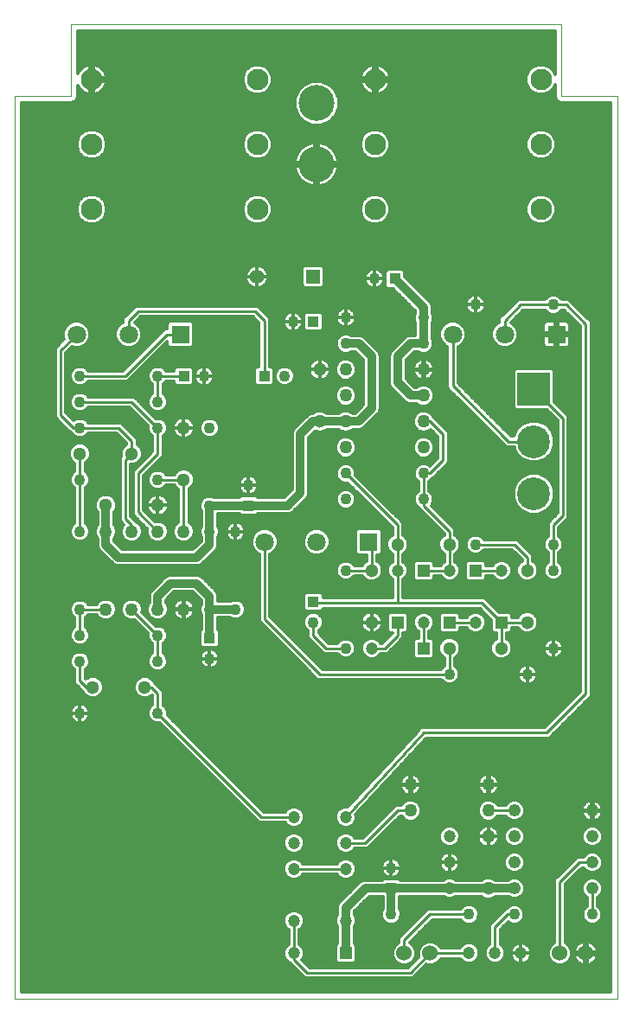
<source format=gbl>
G75*
%MOIN*%
%OFA0B0*%
%FSLAX25Y25*%
%IPPOS*%
%LPD*%
%AMOC8*
5,1,8,0,0,1.08239X$1,22.5*
%
%ADD10R,0.07087X0.07087*%
%ADD11C,0.07087*%
%ADD12C,0.08268*%
%ADD13C,0.05512*%
%ADD14R,0.05512X0.05512*%
%ADD15R,0.04331X0.04331*%
%ADD16C,0.04331*%
%ADD17C,0.13843*%
%ADD18C,0.05118*%
%ADD19C,0.05000*%
%ADD20C,0.04724*%
%ADD21R,0.04724X0.04724*%
%ADD22R,0.12661X0.12661*%
%ADD23C,0.12661*%
%ADD24C,0.04800*%
%ADD25C,0.04700*%
%ADD26C,0.06000*%
%ADD27C,0.00000*%
%ADD28C,0.01200*%
%ADD29C,0.03346*%
%ADD30C,0.01000*%
%ADD31C,0.03200*%
D10*
X0141250Y0180163D03*
X0213750Y0260163D03*
X0068750Y0260163D03*
D11*
X0048750Y0260163D03*
X0028750Y0260163D03*
X0101250Y0180163D03*
X0121250Y0180163D03*
X0173750Y0260163D03*
X0193750Y0260163D03*
D12*
X0207699Y0308350D03*
X0207699Y0333350D03*
X0207699Y0358350D03*
X0143801Y0358350D03*
X0143801Y0333350D03*
X0143801Y0308350D03*
X0098449Y0308350D03*
X0098449Y0333350D03*
X0098449Y0358350D03*
X0034551Y0358350D03*
X0034551Y0333350D03*
X0034551Y0308350D03*
D13*
X0098250Y0282350D03*
D14*
X0120000Y0282350D03*
D15*
X0119930Y0265095D03*
X0101070Y0244105D03*
X0070070Y0244105D03*
X0094995Y0194170D03*
X0120000Y0157040D03*
X0080005Y0143030D03*
X0149995Y0046670D03*
X0151430Y0281595D03*
D16*
X0143570Y0281598D03*
X0132500Y0266600D03*
X0132500Y0256600D03*
X0112070Y0265098D03*
X0108930Y0244102D03*
X0132500Y0206600D03*
X0132500Y0196600D03*
X0132500Y0169100D03*
X0120000Y0149160D03*
X0132500Y0139100D03*
X0162500Y0196600D03*
X0162500Y0206600D03*
X0182500Y0179100D03*
X0212500Y0179100D03*
X0212500Y0169100D03*
X0212500Y0139100D03*
X0202500Y0129100D03*
X0172500Y0129100D03*
X0149998Y0054530D03*
X0150000Y0036600D03*
X0180000Y0036600D03*
X0197500Y0036600D03*
X0227500Y0036600D03*
X0094998Y0202030D03*
X0090000Y0184100D03*
X0080000Y0184100D03*
X0080000Y0194100D03*
X0080000Y0224100D03*
X0077930Y0244102D03*
X0060000Y0244100D03*
X0060000Y0234100D03*
X0060000Y0224100D03*
X0060000Y0204100D03*
X0030000Y0204100D03*
X0030000Y0184100D03*
X0030000Y0154100D03*
X0030000Y0144100D03*
X0030000Y0134100D03*
X0030000Y0114100D03*
X0060000Y0114100D03*
X0060000Y0134100D03*
X0060000Y0144100D03*
X0080002Y0135170D03*
X0080000Y0154100D03*
X0090000Y0154100D03*
X0030000Y0224100D03*
X0030000Y0234100D03*
X0030000Y0244100D03*
X0162500Y0256600D03*
X0162500Y0266600D03*
X0182500Y0271600D03*
X0212500Y0271600D03*
D17*
X0121250Y0325663D03*
X0121250Y0349285D03*
D18*
X0122500Y0246600D03*
X0122500Y0226600D03*
X0152500Y0179100D03*
X0142500Y0169100D03*
X0142500Y0149100D03*
X0172500Y0139100D03*
X0192500Y0139100D03*
X0202500Y0149100D03*
X0202500Y0169100D03*
X0172500Y0179100D03*
X0187500Y0066600D03*
X0187500Y0046600D03*
X0070000Y0204100D03*
X0060000Y0194350D03*
X0050000Y0214100D03*
X0040000Y0194350D03*
X0030000Y0214100D03*
X0070000Y0224100D03*
X0055000Y0124100D03*
X0035000Y0124100D03*
D19*
X0040000Y0154100D03*
X0050000Y0154100D03*
X0060000Y0154100D03*
X0070000Y0154100D03*
X0070000Y0184100D03*
X0060000Y0184100D03*
X0050000Y0184100D03*
X0040000Y0184100D03*
X0132500Y0216600D03*
X0132500Y0226600D03*
X0132500Y0236600D03*
X0132500Y0246600D03*
X0162500Y0246600D03*
X0162500Y0236600D03*
X0162500Y0226600D03*
X0162500Y0216600D03*
X0157500Y0086600D03*
X0157500Y0076600D03*
X0187500Y0076600D03*
X0187500Y0086600D03*
D20*
X0182500Y0149100D03*
X0172500Y0169100D03*
X0162500Y0149100D03*
X0152500Y0169100D03*
X0142500Y0139100D03*
X0132500Y0074100D03*
X0132500Y0064100D03*
X0132500Y0054100D03*
X0132500Y0034100D03*
X0112500Y0034100D03*
X0112500Y0021600D03*
X0112500Y0054100D03*
X0112500Y0064100D03*
X0112500Y0074100D03*
X0180000Y0021600D03*
X0190000Y0021600D03*
X0200000Y0021600D03*
X0192500Y0169100D03*
D21*
X0182500Y0169100D03*
X0172500Y0149100D03*
X0162500Y0139100D03*
X0152500Y0149100D03*
X0162500Y0169100D03*
X0192500Y0149100D03*
X0132500Y0021600D03*
D22*
X0205000Y0239100D03*
D23*
X0205000Y0218850D03*
X0205000Y0198700D03*
D24*
X0197500Y0076600D03*
X0197500Y0066600D03*
X0197500Y0056600D03*
X0197500Y0046600D03*
X0227500Y0046600D03*
X0227500Y0056600D03*
X0227500Y0066600D03*
X0227500Y0076600D03*
D25*
X0172500Y0066600D03*
X0172500Y0056600D03*
X0172500Y0046600D03*
D26*
X0165000Y0021600D03*
X0155000Y0021600D03*
X0215000Y0021600D03*
X0225000Y0021600D03*
D27*
X0237283Y0004100D02*
X0005000Y0004100D01*
X0005000Y0352131D01*
X0026654Y0352131D01*
X0026654Y0379691D01*
X0215630Y0379691D01*
X0215630Y0352131D01*
X0237283Y0352131D01*
X0237283Y0004100D01*
D28*
X0234683Y0006700D02*
X0007600Y0006700D01*
X0007600Y0349531D01*
X0027171Y0349531D01*
X0028126Y0349927D01*
X0028858Y0350659D01*
X0029254Y0351614D01*
X0029254Y0356117D01*
X0029647Y0355345D01*
X0030178Y0354615D01*
X0030816Y0353976D01*
X0031546Y0353446D01*
X0032350Y0353036D01*
X0033208Y0352757D01*
X0033951Y0352640D01*
X0033951Y0357750D01*
X0035151Y0357750D01*
X0035151Y0352640D01*
X0035894Y0352757D01*
X0036752Y0353036D01*
X0037556Y0353446D01*
X0038287Y0353976D01*
X0038925Y0354615D01*
X0039455Y0355345D01*
X0039865Y0356149D01*
X0040144Y0357007D01*
X0040261Y0357750D01*
X0035151Y0357750D01*
X0035151Y0358950D01*
X0033951Y0358950D01*
X0033951Y0364060D01*
X0033208Y0363943D01*
X0032350Y0363664D01*
X0031546Y0363254D01*
X0030816Y0362724D01*
X0030178Y0362085D01*
X0029647Y0361355D01*
X0029254Y0360583D01*
X0029254Y0377091D01*
X0213030Y0377091D01*
X0213030Y0360463D01*
X0212560Y0361598D01*
X0210947Y0363211D01*
X0208839Y0364084D01*
X0206558Y0364084D01*
X0204451Y0363211D01*
X0202838Y0361598D01*
X0201965Y0359491D01*
X0201965Y0357209D01*
X0202838Y0355102D01*
X0204451Y0353489D01*
X0206558Y0352616D01*
X0208839Y0352616D01*
X0210947Y0353489D01*
X0212560Y0355102D01*
X0213030Y0356237D01*
X0213030Y0351614D01*
X0213426Y0350659D01*
X0214157Y0349927D01*
X0215113Y0349531D01*
X0234683Y0349531D01*
X0234683Y0006700D01*
X0234683Y0006815D02*
X0007600Y0006815D01*
X0007600Y0008013D02*
X0234683Y0008013D01*
X0234683Y0009212D02*
X0007600Y0009212D01*
X0007600Y0010410D02*
X0234683Y0010410D01*
X0234683Y0011609D02*
X0007600Y0011609D01*
X0007600Y0012807D02*
X0115823Y0012807D01*
X0115400Y0013230D02*
X0116630Y0012000D01*
X0158370Y0012000D01*
X0159600Y0013230D01*
X0163579Y0017209D01*
X0164085Y0017000D01*
X0165915Y0017000D01*
X0167606Y0017700D01*
X0168900Y0018994D01*
X0169109Y0019500D01*
X0176581Y0019500D01*
X0176641Y0019356D01*
X0177756Y0018241D01*
X0179212Y0017638D01*
X0180788Y0017638D01*
X0182244Y0018241D01*
X0183359Y0019356D01*
X0183962Y0020812D01*
X0183962Y0022388D01*
X0183359Y0023844D01*
X0182244Y0024959D01*
X0180788Y0025562D01*
X0179212Y0025562D01*
X0177756Y0024959D01*
X0176641Y0023844D01*
X0176581Y0023700D01*
X0169109Y0023700D01*
X0168900Y0024206D01*
X0167606Y0025500D01*
X0165915Y0026200D01*
X0164085Y0026200D01*
X0162394Y0025500D01*
X0161100Y0024206D01*
X0160400Y0022515D01*
X0160400Y0020685D01*
X0160609Y0020179D01*
X0156630Y0016200D01*
X0118370Y0016200D01*
X0115537Y0019033D01*
X0115859Y0019356D01*
X0116462Y0020812D01*
X0116462Y0022388D01*
X0115859Y0023844D01*
X0114744Y0024959D01*
X0114600Y0025019D01*
X0114600Y0030681D01*
X0114744Y0030741D01*
X0115859Y0031856D01*
X0116462Y0033312D01*
X0116462Y0034888D01*
X0115859Y0036344D01*
X0114744Y0037459D01*
X0113288Y0038062D01*
X0111712Y0038062D01*
X0110256Y0037459D01*
X0109141Y0036344D01*
X0108538Y0034888D01*
X0108538Y0033312D01*
X0109141Y0031856D01*
X0110256Y0030741D01*
X0110400Y0030681D01*
X0110400Y0025019D01*
X0110256Y0024959D01*
X0109141Y0023844D01*
X0108538Y0022388D01*
X0108538Y0020812D01*
X0109141Y0019356D01*
X0110256Y0018241D01*
X0110484Y0018147D01*
X0115400Y0013230D01*
X0114624Y0014006D02*
X0007600Y0014006D01*
X0007600Y0015204D02*
X0113426Y0015204D01*
X0112227Y0016403D02*
X0007600Y0016403D01*
X0007600Y0017601D02*
X0111029Y0017601D01*
X0109697Y0018800D02*
X0007600Y0018800D01*
X0007600Y0019998D02*
X0108875Y0019998D01*
X0108538Y0021197D02*
X0007600Y0021197D01*
X0007600Y0022395D02*
X0108541Y0022395D01*
X0109037Y0023594D02*
X0007600Y0023594D01*
X0007600Y0024792D02*
X0110089Y0024792D01*
X0110400Y0025991D02*
X0007600Y0025991D01*
X0007600Y0027189D02*
X0110400Y0027189D01*
X0110400Y0028388D02*
X0007600Y0028388D01*
X0007600Y0029586D02*
X0110400Y0029586D01*
X0110212Y0030785D02*
X0007600Y0030785D01*
X0007600Y0031983D02*
X0109088Y0031983D01*
X0108592Y0033182D02*
X0007600Y0033182D01*
X0007600Y0034380D02*
X0108538Y0034380D01*
X0108824Y0035579D02*
X0007600Y0035579D01*
X0007600Y0036777D02*
X0109574Y0036777D01*
X0111504Y0037976D02*
X0007600Y0037976D01*
X0007600Y0039174D02*
X0129300Y0039174D01*
X0129300Y0039737D02*
X0129300Y0036503D01*
X0129141Y0036344D01*
X0128538Y0034888D01*
X0128538Y0033312D01*
X0129141Y0031856D01*
X0129300Y0031697D01*
X0129300Y0025387D01*
X0128538Y0024625D01*
X0128538Y0018575D01*
X0129475Y0017638D01*
X0135525Y0017638D01*
X0136462Y0018575D01*
X0136462Y0024625D01*
X0135700Y0025387D01*
X0135700Y0031697D01*
X0135859Y0031856D01*
X0136462Y0033312D01*
X0136462Y0034888D01*
X0135859Y0036344D01*
X0135700Y0036503D01*
X0135700Y0037775D01*
X0141395Y0043470D01*
X0146602Y0043470D01*
X0146800Y0043272D01*
X0146800Y0038714D01*
X0146235Y0037349D01*
X0146235Y0035851D01*
X0146808Y0034467D01*
X0147867Y0033408D01*
X0149251Y0032835D01*
X0150749Y0032835D01*
X0152133Y0033408D01*
X0153192Y0034467D01*
X0153765Y0035851D01*
X0153765Y0037349D01*
X0153200Y0038714D01*
X0153200Y0043282D01*
X0153318Y0043400D01*
X0170114Y0043400D01*
X0170263Y0043251D01*
X0171714Y0042650D01*
X0173286Y0042650D01*
X0174737Y0043251D01*
X0174886Y0043400D01*
X0184818Y0043400D01*
X0185144Y0043074D01*
X0186673Y0042441D01*
X0188327Y0042441D01*
X0189856Y0043074D01*
X0190182Y0043400D01*
X0195043Y0043400D01*
X0195234Y0043209D01*
X0196704Y0042600D01*
X0198296Y0042600D01*
X0199766Y0043209D01*
X0200891Y0044334D01*
X0201500Y0045804D01*
X0201500Y0047396D01*
X0200891Y0048866D01*
X0199766Y0049991D01*
X0198296Y0050600D01*
X0196704Y0050600D01*
X0195234Y0049991D01*
X0195043Y0049800D01*
X0190182Y0049800D01*
X0189856Y0050126D01*
X0188327Y0050759D01*
X0186673Y0050759D01*
X0185144Y0050126D01*
X0184818Y0049800D01*
X0174886Y0049800D01*
X0174737Y0049949D01*
X0173286Y0050550D01*
X0171714Y0050550D01*
X0170263Y0049949D01*
X0170114Y0049800D01*
X0153458Y0049800D01*
X0152823Y0050435D01*
X0147167Y0050435D01*
X0146602Y0049870D01*
X0139433Y0049870D01*
X0138257Y0049383D01*
X0137357Y0048483D01*
X0137357Y0048483D01*
X0130687Y0041813D01*
X0129787Y0040913D01*
X0129300Y0039737D01*
X0129564Y0040373D02*
X0007600Y0040373D01*
X0007600Y0041571D02*
X0130446Y0041571D01*
X0130687Y0041813D02*
X0130687Y0041813D01*
X0131645Y0042770D02*
X0007600Y0042770D01*
X0007600Y0043968D02*
X0132843Y0043968D01*
X0134042Y0045167D02*
X0007600Y0045167D01*
X0007600Y0046366D02*
X0135240Y0046366D01*
X0136439Y0047564D02*
X0007600Y0047564D01*
X0007600Y0048763D02*
X0137637Y0048763D01*
X0135163Y0051160D02*
X0148295Y0051160D01*
X0148214Y0051193D02*
X0148899Y0050909D01*
X0149627Y0050765D01*
X0149997Y0050765D01*
X0149997Y0054530D01*
X0146232Y0054530D01*
X0149997Y0054530D01*
X0149997Y0054530D01*
X0149997Y0058295D01*
X0149627Y0058295D01*
X0148899Y0058151D01*
X0148214Y0057867D01*
X0147597Y0057455D01*
X0147073Y0056930D01*
X0146661Y0056314D01*
X0146377Y0055628D01*
X0146232Y0054901D01*
X0146232Y0054530D01*
X0146232Y0054159D01*
X0146377Y0053432D01*
X0146661Y0052746D01*
X0147073Y0052130D01*
X0147597Y0051605D01*
X0148214Y0051193D01*
X0146920Y0052358D02*
X0136067Y0052358D01*
X0135859Y0051856D02*
X0136462Y0053312D01*
X0136462Y0054888D01*
X0135859Y0056344D01*
X0134744Y0057459D01*
X0133288Y0058062D01*
X0131712Y0058062D01*
X0130256Y0057459D01*
X0129141Y0056344D01*
X0129081Y0056200D01*
X0115919Y0056200D01*
X0115859Y0056344D01*
X0114744Y0057459D01*
X0113288Y0058062D01*
X0111712Y0058062D01*
X0110256Y0057459D01*
X0109141Y0056344D01*
X0108538Y0054888D01*
X0108538Y0053312D01*
X0109141Y0051856D01*
X0110256Y0050741D01*
X0111712Y0050138D01*
X0113288Y0050138D01*
X0114744Y0050741D01*
X0115859Y0051856D01*
X0115919Y0052000D01*
X0129081Y0052000D01*
X0129141Y0051856D01*
X0130256Y0050741D01*
X0131712Y0050138D01*
X0133288Y0050138D01*
X0134744Y0050741D01*
X0135859Y0051856D01*
X0136462Y0053557D02*
X0146352Y0053557D01*
X0146232Y0054755D02*
X0136462Y0054755D01*
X0136021Y0055954D02*
X0146512Y0055954D01*
X0147295Y0057152D02*
X0135051Y0057152D01*
X0133288Y0060138D02*
X0134744Y0060741D01*
X0135859Y0061856D01*
X0135919Y0062000D01*
X0140870Y0062000D01*
X0153370Y0074500D01*
X0153932Y0074500D01*
X0154024Y0074278D01*
X0155178Y0073124D01*
X0156684Y0072500D01*
X0158316Y0072500D01*
X0159822Y0073124D01*
X0160976Y0074278D01*
X0161600Y0075784D01*
X0161600Y0077416D01*
X0160976Y0078922D01*
X0159822Y0080076D01*
X0158316Y0080700D01*
X0156684Y0080700D01*
X0155178Y0080076D01*
X0154024Y0078922D01*
X0153932Y0078700D01*
X0151630Y0078700D01*
X0150400Y0077470D01*
X0139130Y0066200D01*
X0135919Y0066200D01*
X0135859Y0066344D01*
X0134744Y0067459D01*
X0133288Y0068062D01*
X0131712Y0068062D01*
X0130256Y0067459D01*
X0129141Y0066344D01*
X0128538Y0064888D01*
X0128538Y0063312D01*
X0129141Y0061856D01*
X0130256Y0060741D01*
X0131712Y0060138D01*
X0133288Y0060138D01*
X0134751Y0060748D02*
X0234683Y0060748D01*
X0234683Y0061946D02*
X0135896Y0061946D01*
X0135463Y0066740D02*
X0139670Y0066740D01*
X0140869Y0067939D02*
X0133586Y0067939D01*
X0131414Y0067939D02*
X0113586Y0067939D01*
X0113288Y0068062D02*
X0111712Y0068062D01*
X0110256Y0067459D01*
X0109141Y0066344D01*
X0108538Y0064888D01*
X0108538Y0063312D01*
X0109141Y0061856D01*
X0110256Y0060741D01*
X0111712Y0060138D01*
X0113288Y0060138D01*
X0114744Y0060741D01*
X0115859Y0061856D01*
X0116462Y0063312D01*
X0116462Y0064888D01*
X0115859Y0066344D01*
X0114744Y0067459D01*
X0113288Y0068062D01*
X0111414Y0067939D02*
X0007600Y0067939D01*
X0007600Y0069137D02*
X0142067Y0069137D01*
X0143266Y0070336D02*
X0133766Y0070336D01*
X0133288Y0070138D02*
X0134744Y0070741D01*
X0135859Y0071856D01*
X0136462Y0073312D01*
X0136462Y0074888D01*
X0136345Y0075170D01*
X0163419Y0104500D01*
X0210870Y0104500D01*
X0212100Y0105730D01*
X0225870Y0119500D01*
X0227100Y0120730D01*
X0227100Y0264970D01*
X0219600Y0272470D01*
X0218370Y0273700D01*
X0215706Y0273700D01*
X0215692Y0273733D01*
X0214633Y0274792D01*
X0213249Y0275365D01*
X0211751Y0275365D01*
X0210367Y0274792D01*
X0209308Y0273733D01*
X0209294Y0273700D01*
X0199130Y0273700D01*
X0197900Y0272470D01*
X0191650Y0266220D01*
X0191650Y0264860D01*
X0190837Y0264523D01*
X0189390Y0263076D01*
X0188607Y0261186D01*
X0188607Y0259140D01*
X0189390Y0257250D01*
X0190837Y0255803D01*
X0192727Y0255020D01*
X0194773Y0255020D01*
X0196663Y0255803D01*
X0198110Y0257250D01*
X0198893Y0259140D01*
X0198893Y0261186D01*
X0198110Y0263076D01*
X0196663Y0264523D01*
X0196119Y0264749D01*
X0200870Y0269500D01*
X0209294Y0269500D01*
X0209308Y0269467D01*
X0210367Y0268408D01*
X0211751Y0267835D01*
X0213249Y0267835D01*
X0214633Y0268408D01*
X0215692Y0269467D01*
X0215706Y0269500D01*
X0216630Y0269500D01*
X0222900Y0263230D01*
X0222900Y0122470D01*
X0209130Y0108700D01*
X0163321Y0108700D01*
X0163285Y0108733D01*
X0162458Y0108700D01*
X0161630Y0108700D01*
X0161596Y0108665D01*
X0161547Y0108664D01*
X0160985Y0108055D01*
X0160400Y0107470D01*
X0160400Y0107421D01*
X0133296Y0078059D01*
X0133288Y0078062D01*
X0131712Y0078062D01*
X0130256Y0077459D01*
X0129141Y0076344D01*
X0128538Y0074888D01*
X0128538Y0073312D01*
X0129141Y0071856D01*
X0130256Y0070741D01*
X0131712Y0070138D01*
X0133288Y0070138D01*
X0131234Y0070336D02*
X0113766Y0070336D01*
X0113288Y0070138D02*
X0114744Y0070741D01*
X0115859Y0071856D01*
X0116462Y0073312D01*
X0116462Y0074888D01*
X0115859Y0076344D01*
X0114744Y0077459D01*
X0113288Y0078062D01*
X0111712Y0078062D01*
X0110256Y0077459D01*
X0109141Y0076344D01*
X0109081Y0076200D01*
X0100870Y0076200D01*
X0063752Y0113318D01*
X0063765Y0113351D01*
X0063765Y0114849D01*
X0063192Y0116233D01*
X0062133Y0117292D01*
X0062100Y0117306D01*
X0062100Y0122470D01*
X0060870Y0123700D01*
X0058817Y0125753D01*
X0058526Y0126456D01*
X0057356Y0127626D01*
X0055827Y0128259D01*
X0054173Y0128259D01*
X0052644Y0127626D01*
X0051474Y0126456D01*
X0050841Y0124927D01*
X0050841Y0123273D01*
X0051474Y0121744D01*
X0052644Y0120574D01*
X0054173Y0119941D01*
X0055827Y0119941D01*
X0057356Y0120574D01*
X0057706Y0120924D01*
X0057900Y0120730D01*
X0057900Y0117306D01*
X0057867Y0117292D01*
X0056808Y0116233D01*
X0056235Y0114849D01*
X0056235Y0113351D01*
X0056808Y0111967D01*
X0057867Y0110908D01*
X0059251Y0110335D01*
X0060749Y0110335D01*
X0060782Y0110348D01*
X0097900Y0073230D01*
X0099130Y0072000D01*
X0109081Y0072000D01*
X0109141Y0071856D01*
X0110256Y0070741D01*
X0111712Y0070138D01*
X0113288Y0070138D01*
X0111234Y0070336D02*
X0007600Y0070336D01*
X0007600Y0071534D02*
X0109462Y0071534D01*
X0109537Y0066740D02*
X0007600Y0066740D01*
X0007600Y0065542D02*
X0108809Y0065542D01*
X0108538Y0064343D02*
X0007600Y0064343D01*
X0007600Y0063145D02*
X0108607Y0063145D01*
X0109103Y0061946D02*
X0007600Y0061946D01*
X0007600Y0060748D02*
X0110249Y0060748D01*
X0109949Y0057152D02*
X0007600Y0057152D01*
X0007600Y0055954D02*
X0108979Y0055954D01*
X0108538Y0054755D02*
X0007600Y0054755D01*
X0007600Y0053557D02*
X0108538Y0053557D01*
X0108933Y0052358D02*
X0007600Y0052358D01*
X0007600Y0051160D02*
X0109837Y0051160D01*
X0114751Y0060748D02*
X0130249Y0060748D01*
X0129103Y0061946D02*
X0115896Y0061946D01*
X0116393Y0063145D02*
X0128607Y0063145D01*
X0128538Y0064343D02*
X0116462Y0064343D01*
X0116191Y0065542D02*
X0128809Y0065542D01*
X0129537Y0066740D02*
X0115463Y0066740D01*
X0115538Y0071534D02*
X0129462Y0071534D01*
X0128778Y0072733D02*
X0116222Y0072733D01*
X0116462Y0073931D02*
X0128538Y0073931D01*
X0128638Y0075130D02*
X0116362Y0075130D01*
X0115866Y0076328D02*
X0129134Y0076328D01*
X0130419Y0077527D02*
X0114581Y0077527D01*
X0110419Y0077527D02*
X0099543Y0077527D01*
X0098345Y0078725D02*
X0133912Y0078725D01*
X0135018Y0079924D02*
X0097146Y0079924D01*
X0095948Y0081122D02*
X0136124Y0081122D01*
X0137231Y0082321D02*
X0094749Y0082321D01*
X0093550Y0083519D02*
X0138337Y0083519D01*
X0139443Y0084718D02*
X0092352Y0084718D01*
X0091153Y0085916D02*
X0140550Y0085916D01*
X0141656Y0087115D02*
X0089955Y0087115D01*
X0088756Y0088313D02*
X0142762Y0088313D01*
X0143869Y0089512D02*
X0087558Y0089512D01*
X0086359Y0090710D02*
X0144975Y0090710D01*
X0146081Y0091909D02*
X0085161Y0091909D01*
X0083962Y0093107D02*
X0147187Y0093107D01*
X0148294Y0094306D02*
X0082764Y0094306D01*
X0081565Y0095504D02*
X0149400Y0095504D01*
X0150506Y0096703D02*
X0080367Y0096703D01*
X0079168Y0097901D02*
X0151613Y0097901D01*
X0152719Y0099100D02*
X0077970Y0099100D01*
X0076771Y0100299D02*
X0153825Y0100299D01*
X0154932Y0101497D02*
X0075573Y0101497D01*
X0074374Y0102696D02*
X0156038Y0102696D01*
X0157144Y0103894D02*
X0073176Y0103894D01*
X0071977Y0105093D02*
X0158251Y0105093D01*
X0159357Y0106291D02*
X0070779Y0106291D01*
X0069580Y0107490D02*
X0160420Y0107490D01*
X0161618Y0108688D02*
X0068382Y0108688D01*
X0067183Y0109887D02*
X0210317Y0109887D01*
X0211515Y0111085D02*
X0065985Y0111085D01*
X0064786Y0112284D02*
X0212714Y0112284D01*
X0213912Y0113482D02*
X0063765Y0113482D01*
X0063765Y0114681D02*
X0215111Y0114681D01*
X0216309Y0115879D02*
X0063339Y0115879D01*
X0062347Y0117078D02*
X0217508Y0117078D01*
X0218706Y0118276D02*
X0062100Y0118276D01*
X0062100Y0119475D02*
X0219905Y0119475D01*
X0221103Y0120673D02*
X0062100Y0120673D01*
X0062100Y0121872D02*
X0222302Y0121872D01*
X0222900Y0123070D02*
X0061500Y0123070D01*
X0060301Y0124269D02*
X0222900Y0124269D01*
X0222900Y0125467D02*
X0203538Y0125467D01*
X0203598Y0125479D02*
X0204284Y0125763D01*
X0204900Y0126175D01*
X0205425Y0126700D01*
X0205837Y0127316D01*
X0206121Y0128002D01*
X0206265Y0128729D01*
X0206265Y0129100D01*
X0202500Y0129100D01*
X0206265Y0129100D01*
X0206265Y0129471D01*
X0206121Y0130198D01*
X0205837Y0130884D01*
X0205425Y0131500D01*
X0204900Y0132025D01*
X0204284Y0132437D01*
X0203598Y0132721D01*
X0202871Y0132865D01*
X0202500Y0132865D01*
X0202129Y0132865D01*
X0201402Y0132721D01*
X0200716Y0132437D01*
X0200100Y0132025D01*
X0199575Y0131500D01*
X0199163Y0130884D01*
X0198879Y0130198D01*
X0198735Y0129471D01*
X0198735Y0129100D01*
X0198735Y0128729D01*
X0198879Y0128002D01*
X0199163Y0127316D01*
X0199575Y0126700D01*
X0200100Y0126175D01*
X0200716Y0125763D01*
X0201402Y0125479D01*
X0202129Y0125335D01*
X0202500Y0125335D01*
X0202871Y0125335D01*
X0203598Y0125479D01*
X0202500Y0125467D02*
X0202500Y0125467D01*
X0202500Y0125335D02*
X0202500Y0129100D01*
X0202500Y0129100D01*
X0202500Y0129100D01*
X0202500Y0132865D01*
X0202500Y0129100D01*
X0202500Y0129100D01*
X0202500Y0129100D01*
X0198735Y0129100D01*
X0202500Y0129100D01*
X0202500Y0125335D01*
X0201462Y0125467D02*
X0173569Y0125467D01*
X0173249Y0125335D02*
X0174633Y0125908D01*
X0175692Y0126967D01*
X0176265Y0128351D01*
X0176265Y0129849D01*
X0175692Y0131233D01*
X0174633Y0132292D01*
X0174600Y0132306D01*
X0174600Y0135468D01*
X0174856Y0135574D01*
X0176026Y0136744D01*
X0176659Y0138273D01*
X0176659Y0139927D01*
X0176026Y0141456D01*
X0174856Y0142626D01*
X0173327Y0143259D01*
X0171673Y0143259D01*
X0170144Y0142626D01*
X0168974Y0141456D01*
X0168341Y0139927D01*
X0168341Y0138273D01*
X0168974Y0136744D01*
X0170144Y0135574D01*
X0170400Y0135468D01*
X0170400Y0132306D01*
X0170367Y0132292D01*
X0169308Y0131233D01*
X0169294Y0131200D01*
X0123370Y0131200D01*
X0103350Y0151220D01*
X0103350Y0175466D01*
X0104163Y0175803D01*
X0105610Y0177250D01*
X0106393Y0179140D01*
X0106393Y0181186D01*
X0105610Y0183076D01*
X0104163Y0184523D01*
X0102273Y0185306D01*
X0100227Y0185306D01*
X0098337Y0184523D01*
X0096890Y0183076D01*
X0096107Y0181186D01*
X0096107Y0179140D01*
X0096890Y0177250D01*
X0098337Y0175803D01*
X0099150Y0175466D01*
X0099150Y0149480D01*
X0100380Y0148250D01*
X0121630Y0127000D01*
X0169294Y0127000D01*
X0169308Y0126967D01*
X0170367Y0125908D01*
X0171751Y0125335D01*
X0173249Y0125335D01*
X0171431Y0125467D02*
X0059103Y0125467D01*
X0058316Y0126666D02*
X0169609Y0126666D01*
X0169535Y0131460D02*
X0123110Y0131460D01*
X0121912Y0132658D02*
X0170400Y0132658D01*
X0170400Y0133857D02*
X0120713Y0133857D01*
X0119514Y0135055D02*
X0170400Y0135055D01*
X0169464Y0136254D02*
X0166462Y0136254D01*
X0166462Y0136075D02*
X0166462Y0142125D01*
X0165525Y0143062D01*
X0164600Y0143062D01*
X0164600Y0145681D01*
X0164744Y0145741D01*
X0165859Y0146856D01*
X0166462Y0148312D01*
X0166462Y0149888D01*
X0165859Y0151344D01*
X0164744Y0152459D01*
X0163288Y0153062D01*
X0161712Y0153062D01*
X0160256Y0152459D01*
X0159141Y0151344D01*
X0158538Y0149888D01*
X0158538Y0148312D01*
X0159141Y0146856D01*
X0160256Y0145741D01*
X0160400Y0145681D01*
X0160400Y0143062D01*
X0159475Y0143062D01*
X0158538Y0142125D01*
X0158538Y0136075D01*
X0159475Y0135138D01*
X0165525Y0135138D01*
X0166462Y0136075D01*
X0166462Y0137452D02*
X0168681Y0137452D01*
X0168341Y0138651D02*
X0166462Y0138651D01*
X0166462Y0139849D02*
X0168341Y0139849D01*
X0168805Y0141048D02*
X0166462Y0141048D01*
X0166341Y0142246D02*
X0169765Y0142246D01*
X0169475Y0145138D02*
X0175525Y0145138D01*
X0176462Y0146075D01*
X0176462Y0147000D01*
X0179081Y0147000D01*
X0179141Y0146856D01*
X0180256Y0145741D01*
X0181712Y0145138D01*
X0183288Y0145138D01*
X0184744Y0145741D01*
X0185859Y0146856D01*
X0186462Y0148312D01*
X0186462Y0149888D01*
X0185859Y0151344D01*
X0184744Y0152459D01*
X0183288Y0153062D01*
X0181712Y0153062D01*
X0180256Y0152459D01*
X0179141Y0151344D01*
X0179081Y0151200D01*
X0176462Y0151200D01*
X0176462Y0152125D01*
X0175525Y0153062D01*
X0169475Y0153062D01*
X0168538Y0152125D01*
X0168538Y0146075D01*
X0169475Y0145138D01*
X0168771Y0145842D02*
X0164845Y0145842D01*
X0164600Y0144643D02*
X0190400Y0144643D01*
X0190400Y0145138D02*
X0190400Y0142732D01*
X0190144Y0142626D01*
X0188974Y0141456D01*
X0188341Y0139927D01*
X0188341Y0138273D01*
X0188974Y0136744D01*
X0190144Y0135574D01*
X0191673Y0134941D01*
X0193327Y0134941D01*
X0194856Y0135574D01*
X0196026Y0136744D01*
X0196659Y0138273D01*
X0196659Y0139927D01*
X0196026Y0141456D01*
X0194856Y0142626D01*
X0194600Y0142732D01*
X0194600Y0145138D01*
X0195525Y0145138D01*
X0196462Y0146075D01*
X0196462Y0147000D01*
X0198868Y0147000D01*
X0198974Y0146744D01*
X0200144Y0145574D01*
X0201673Y0144941D01*
X0203327Y0144941D01*
X0204856Y0145574D01*
X0206026Y0146744D01*
X0206659Y0148273D01*
X0206659Y0149927D01*
X0206026Y0151456D01*
X0204856Y0152626D01*
X0203327Y0153259D01*
X0201673Y0153259D01*
X0200144Y0152626D01*
X0198974Y0151456D01*
X0198868Y0151200D01*
X0196462Y0151200D01*
X0196462Y0152125D01*
X0195525Y0153062D01*
X0191508Y0153062D01*
X0185870Y0158700D01*
X0154600Y0158700D01*
X0154600Y0165681D01*
X0154744Y0165741D01*
X0155859Y0166856D01*
X0156462Y0168312D01*
X0156462Y0169888D01*
X0155859Y0171344D01*
X0154744Y0172459D01*
X0154600Y0172519D01*
X0154600Y0175468D01*
X0154856Y0175574D01*
X0156026Y0176744D01*
X0156659Y0178273D01*
X0156659Y0179927D01*
X0156026Y0181456D01*
X0154856Y0182626D01*
X0154600Y0182732D01*
X0154600Y0187470D01*
X0153370Y0188700D01*
X0136252Y0205818D01*
X0136265Y0205851D01*
X0136265Y0207349D01*
X0135692Y0208733D01*
X0134633Y0209792D01*
X0133249Y0210365D01*
X0131751Y0210365D01*
X0130367Y0209792D01*
X0129308Y0208733D01*
X0128735Y0207349D01*
X0128735Y0205851D01*
X0129308Y0204467D01*
X0130367Y0203408D01*
X0131751Y0202835D01*
X0133249Y0202835D01*
X0133282Y0202848D01*
X0150400Y0185730D01*
X0150400Y0182732D01*
X0150144Y0182626D01*
X0148974Y0181456D01*
X0148341Y0179927D01*
X0148341Y0178273D01*
X0148974Y0176744D01*
X0150144Y0175574D01*
X0150400Y0175468D01*
X0150400Y0172519D01*
X0150256Y0172459D01*
X0149141Y0171344D01*
X0148538Y0169888D01*
X0148538Y0168312D01*
X0149141Y0166856D01*
X0150256Y0165741D01*
X0150400Y0165681D01*
X0150400Y0158700D01*
X0123765Y0158700D01*
X0123765Y0159868D01*
X0122828Y0160805D01*
X0117172Y0160805D01*
X0116235Y0159868D01*
X0116235Y0154212D01*
X0117172Y0153275D01*
X0122828Y0153275D01*
X0123765Y0154212D01*
X0123765Y0154500D01*
X0184130Y0154500D01*
X0188538Y0150092D01*
X0188538Y0146075D01*
X0189475Y0145138D01*
X0190400Y0145138D01*
X0190400Y0143445D02*
X0164600Y0143445D01*
X0165936Y0147040D02*
X0168538Y0147040D01*
X0168538Y0148239D02*
X0166432Y0148239D01*
X0166462Y0149437D02*
X0168538Y0149437D01*
X0168538Y0150636D02*
X0166152Y0150636D01*
X0165369Y0151834D02*
X0168538Y0151834D01*
X0169446Y0153033D02*
X0163359Y0153033D01*
X0161641Y0153033D02*
X0155554Y0153033D01*
X0155525Y0153062D02*
X0156462Y0152125D01*
X0156462Y0146075D01*
X0155525Y0145138D01*
X0154600Y0145138D01*
X0154600Y0143230D01*
X0153370Y0142000D01*
X0148370Y0137000D01*
X0145919Y0137000D01*
X0145859Y0136856D01*
X0144744Y0135741D01*
X0143288Y0135138D01*
X0141712Y0135138D01*
X0140256Y0135741D01*
X0139141Y0136856D01*
X0138538Y0138312D01*
X0138538Y0139888D01*
X0139141Y0141344D01*
X0140256Y0142459D01*
X0141712Y0143062D01*
X0143288Y0143062D01*
X0144744Y0142459D01*
X0145859Y0141344D01*
X0145919Y0141200D01*
X0146630Y0141200D01*
X0150400Y0144970D01*
X0150400Y0145138D01*
X0149475Y0145138D01*
X0148538Y0146075D01*
X0148538Y0152125D01*
X0149475Y0153062D01*
X0155525Y0153062D01*
X0156462Y0151834D02*
X0159631Y0151834D01*
X0158848Y0150636D02*
X0156462Y0150636D01*
X0156462Y0149437D02*
X0158538Y0149437D01*
X0158568Y0148239D02*
X0156462Y0148239D01*
X0156462Y0147040D02*
X0159064Y0147040D01*
X0160155Y0145842D02*
X0156229Y0145842D01*
X0154600Y0144643D02*
X0160400Y0144643D01*
X0160400Y0143445D02*
X0154600Y0143445D01*
X0153616Y0142246D02*
X0158659Y0142246D01*
X0158538Y0141048D02*
X0152418Y0141048D01*
X0151219Y0139849D02*
X0158538Y0139849D01*
X0158538Y0138651D02*
X0150021Y0138651D01*
X0148822Y0137452D02*
X0158538Y0137452D01*
X0158538Y0136254D02*
X0145257Y0136254D01*
X0144957Y0142246D02*
X0147677Y0142246D01*
X0148875Y0143445D02*
X0123625Y0143445D01*
X0122426Y0144643D02*
X0150074Y0144643D01*
X0148771Y0145842D02*
X0145091Y0145842D01*
X0145209Y0145928D02*
X0145672Y0146391D01*
X0146057Y0146920D01*
X0146354Y0147503D01*
X0146557Y0148126D01*
X0146659Y0148773D01*
X0146659Y0149100D01*
X0146659Y0149427D01*
X0146557Y0150074D01*
X0146354Y0150697D01*
X0146057Y0151280D01*
X0145672Y0151809D01*
X0145209Y0152272D01*
X0144680Y0152657D01*
X0144097Y0152954D01*
X0143474Y0153157D01*
X0142827Y0153259D01*
X0142500Y0153259D01*
X0142500Y0149100D01*
X0142500Y0149100D01*
X0146659Y0149100D01*
X0142500Y0149100D01*
X0142500Y0149100D01*
X0142500Y0149100D01*
X0138341Y0149100D01*
X0138341Y0149427D01*
X0138443Y0150074D01*
X0138646Y0150697D01*
X0138943Y0151280D01*
X0139328Y0151809D01*
X0139791Y0152272D01*
X0140320Y0152657D01*
X0140903Y0152954D01*
X0141526Y0153157D01*
X0142173Y0153259D01*
X0142500Y0153259D01*
X0142500Y0149100D01*
X0142500Y0144941D01*
X0142827Y0144941D01*
X0143474Y0145043D01*
X0144097Y0145246D01*
X0144680Y0145543D01*
X0145209Y0145928D01*
X0146118Y0147040D02*
X0148538Y0147040D01*
X0148538Y0148239D02*
X0146575Y0148239D01*
X0146657Y0149437D02*
X0148538Y0149437D01*
X0148538Y0150636D02*
X0146374Y0150636D01*
X0145647Y0151834D02*
X0148538Y0151834D01*
X0149446Y0153033D02*
X0143854Y0153033D01*
X0142500Y0153033D02*
X0142500Y0153033D01*
X0142500Y0151834D02*
X0142500Y0151834D01*
X0142500Y0150636D02*
X0142500Y0150636D01*
X0142500Y0149437D02*
X0142500Y0149437D01*
X0142500Y0149100D02*
X0138341Y0149100D01*
X0138341Y0148773D01*
X0138443Y0148126D01*
X0138646Y0147503D01*
X0138943Y0146920D01*
X0139328Y0146391D01*
X0139791Y0145928D01*
X0140320Y0145543D01*
X0140903Y0145246D01*
X0141526Y0145043D01*
X0142173Y0144941D01*
X0142500Y0144941D01*
X0142500Y0149100D01*
X0142500Y0149100D01*
X0142500Y0148239D02*
X0142500Y0148239D01*
X0142500Y0147040D02*
X0142500Y0147040D01*
X0142500Y0145842D02*
X0142500Y0145842D01*
X0139909Y0145842D02*
X0122100Y0145842D01*
X0122100Y0145954D02*
X0122133Y0145968D01*
X0123192Y0147027D01*
X0123765Y0148411D01*
X0123765Y0149909D01*
X0123192Y0151293D01*
X0122133Y0152352D01*
X0120749Y0152925D01*
X0119251Y0152925D01*
X0117867Y0152352D01*
X0116808Y0151293D01*
X0116235Y0149909D01*
X0116235Y0148411D01*
X0116808Y0147027D01*
X0117867Y0145968D01*
X0117900Y0145954D01*
X0117900Y0143230D01*
X0122900Y0138230D01*
X0124130Y0137000D01*
X0129294Y0137000D01*
X0129308Y0136967D01*
X0130367Y0135908D01*
X0131751Y0135335D01*
X0133249Y0135335D01*
X0134633Y0135908D01*
X0135692Y0136967D01*
X0136265Y0138351D01*
X0136265Y0139849D01*
X0135692Y0141233D01*
X0134633Y0142292D01*
X0133249Y0142865D01*
X0131751Y0142865D01*
X0130367Y0142292D01*
X0129308Y0141233D01*
X0129294Y0141200D01*
X0125870Y0141200D01*
X0122100Y0144970D01*
X0122100Y0145954D01*
X0123198Y0147040D02*
X0138882Y0147040D01*
X0138425Y0148239D02*
X0123694Y0148239D01*
X0123765Y0149437D02*
X0138343Y0149437D01*
X0138626Y0150636D02*
X0123464Y0150636D01*
X0122650Y0151834D02*
X0139353Y0151834D01*
X0141146Y0153033D02*
X0103350Y0153033D01*
X0103350Y0151834D02*
X0117349Y0151834D01*
X0116536Y0150636D02*
X0103934Y0150636D01*
X0105132Y0149437D02*
X0116235Y0149437D01*
X0116306Y0148239D02*
X0106331Y0148239D01*
X0107529Y0147040D02*
X0116802Y0147040D01*
X0117900Y0145842D02*
X0108728Y0145842D01*
X0109926Y0144643D02*
X0117900Y0144643D01*
X0117900Y0143445D02*
X0111125Y0143445D01*
X0112323Y0142246D02*
X0118884Y0142246D01*
X0120082Y0141048D02*
X0113522Y0141048D01*
X0114720Y0139849D02*
X0121281Y0139849D01*
X0122479Y0138651D02*
X0115919Y0138651D01*
X0117117Y0137452D02*
X0123678Y0137452D01*
X0124823Y0142246D02*
X0130321Y0142246D01*
X0130021Y0136254D02*
X0118316Y0136254D01*
X0114773Y0133857D02*
X0083534Y0133857D01*
X0083623Y0134072D02*
X0083768Y0134799D01*
X0083768Y0135170D01*
X0083768Y0135541D01*
X0083623Y0136268D01*
X0083339Y0136954D01*
X0082927Y0137570D01*
X0082403Y0138095D01*
X0081786Y0138507D01*
X0081101Y0138791D01*
X0080373Y0138935D01*
X0080003Y0138935D01*
X0080003Y0135170D01*
X0083768Y0135170D01*
X0080003Y0135170D01*
X0080003Y0135170D01*
X0080002Y0135170D01*
X0076237Y0135170D01*
X0080002Y0135170D01*
X0080002Y0135170D01*
X0080002Y0138935D01*
X0079632Y0138935D01*
X0078904Y0138791D01*
X0078219Y0138507D01*
X0077602Y0138095D01*
X0077078Y0137570D01*
X0076666Y0136954D01*
X0076382Y0136268D01*
X0076237Y0135541D01*
X0076237Y0135170D01*
X0076237Y0134799D01*
X0076382Y0134072D01*
X0076666Y0133386D01*
X0077078Y0132770D01*
X0077602Y0132245D01*
X0078219Y0131833D01*
X0078904Y0131549D01*
X0079632Y0131405D01*
X0080002Y0131405D01*
X0080002Y0135170D01*
X0080003Y0135170D01*
X0080003Y0131405D01*
X0080373Y0131405D01*
X0081101Y0131549D01*
X0081786Y0131833D01*
X0082403Y0132245D01*
X0082927Y0132770D01*
X0083339Y0133386D01*
X0083623Y0134072D01*
X0083768Y0135055D02*
X0113575Y0135055D01*
X0112376Y0136254D02*
X0083626Y0136254D01*
X0083006Y0137452D02*
X0111178Y0137452D01*
X0109979Y0138651D02*
X0081438Y0138651D01*
X0080003Y0138651D02*
X0080002Y0138651D01*
X0080002Y0137452D02*
X0080003Y0137452D01*
X0080002Y0136254D02*
X0080003Y0136254D01*
X0080002Y0135055D02*
X0080003Y0135055D01*
X0080002Y0133857D02*
X0080003Y0133857D01*
X0080002Y0132658D02*
X0080003Y0132658D01*
X0080002Y0131460D02*
X0080003Y0131460D01*
X0080651Y0131460D02*
X0117170Y0131460D01*
X0115972Y0132658D02*
X0082816Y0132658D01*
X0079354Y0131460D02*
X0062685Y0131460D01*
X0063192Y0131967D02*
X0063765Y0133351D01*
X0063765Y0134849D01*
X0063192Y0136233D01*
X0062133Y0137292D01*
X0062100Y0137306D01*
X0062100Y0140894D01*
X0062133Y0140908D01*
X0063192Y0141967D01*
X0063765Y0143351D01*
X0063765Y0144849D01*
X0063192Y0146233D01*
X0062133Y0147292D01*
X0060749Y0147865D01*
X0059251Y0147865D01*
X0059218Y0147852D01*
X0054008Y0153062D01*
X0054100Y0153284D01*
X0054100Y0154916D01*
X0053476Y0156422D01*
X0052322Y0157576D01*
X0050816Y0158200D01*
X0049184Y0158200D01*
X0047678Y0157576D01*
X0046524Y0156422D01*
X0045900Y0154916D01*
X0045900Y0153284D01*
X0046524Y0151778D01*
X0047678Y0150624D01*
X0049184Y0150000D01*
X0050816Y0150000D01*
X0051038Y0150092D01*
X0056248Y0144882D01*
X0056235Y0144849D01*
X0056235Y0143351D01*
X0056808Y0141967D01*
X0057867Y0140908D01*
X0057900Y0140894D01*
X0057900Y0137306D01*
X0057867Y0137292D01*
X0056808Y0136233D01*
X0056235Y0134849D01*
X0056235Y0133351D01*
X0056808Y0131967D01*
X0057867Y0130908D01*
X0059251Y0130335D01*
X0060749Y0130335D01*
X0062133Y0130908D01*
X0063192Y0131967D01*
X0063478Y0132658D02*
X0077189Y0132658D01*
X0076471Y0133857D02*
X0063765Y0133857D01*
X0063680Y0135055D02*
X0076237Y0135055D01*
X0076379Y0136254D02*
X0063171Y0136254D01*
X0062100Y0137452D02*
X0076999Y0137452D01*
X0077177Y0139265D02*
X0082833Y0139265D01*
X0083770Y0140202D01*
X0083770Y0145858D01*
X0083200Y0146428D01*
X0083200Y0150900D01*
X0087886Y0150900D01*
X0089251Y0150335D01*
X0090749Y0150335D01*
X0092133Y0150908D01*
X0093192Y0151967D01*
X0093765Y0153351D01*
X0093765Y0154849D01*
X0093192Y0156233D01*
X0092133Y0157292D01*
X0090749Y0157865D01*
X0089251Y0157865D01*
X0087886Y0157300D01*
X0083200Y0157300D01*
X0083200Y0159737D01*
X0082713Y0160913D01*
X0077713Y0165913D01*
X0076813Y0166813D01*
X0075637Y0167300D01*
X0064363Y0167300D01*
X0063187Y0166813D01*
X0062287Y0165913D01*
X0062287Y0165913D01*
X0058187Y0161813D01*
X0057287Y0160913D01*
X0056800Y0159737D01*
X0056800Y0156698D01*
X0056524Y0156422D01*
X0055900Y0154916D01*
X0055900Y0153284D01*
X0056524Y0151778D01*
X0057678Y0150624D01*
X0059184Y0150000D01*
X0060816Y0150000D01*
X0062322Y0150624D01*
X0063476Y0151778D01*
X0064100Y0153284D01*
X0064100Y0154916D01*
X0063476Y0156422D01*
X0063200Y0156698D01*
X0063200Y0157775D01*
X0066325Y0160900D01*
X0073675Y0160900D01*
X0076800Y0157775D01*
X0076800Y0156214D01*
X0076235Y0154849D01*
X0076235Y0153351D01*
X0076800Y0151986D01*
X0076800Y0146418D01*
X0076240Y0145858D01*
X0076240Y0140202D01*
X0077177Y0139265D01*
X0076592Y0139849D02*
X0062100Y0139849D01*
X0062100Y0138651D02*
X0078567Y0138651D01*
X0076240Y0141048D02*
X0062273Y0141048D01*
X0063308Y0142246D02*
X0076240Y0142246D01*
X0076240Y0143445D02*
X0063765Y0143445D01*
X0063765Y0144643D02*
X0076240Y0144643D01*
X0076240Y0145842D02*
X0063354Y0145842D01*
X0062385Y0147040D02*
X0076800Y0147040D01*
X0076800Y0148239D02*
X0058831Y0148239D01*
X0057632Y0149437D02*
X0076800Y0149437D01*
X0076800Y0150636D02*
X0072208Y0150636D01*
X0072149Y0150593D02*
X0072671Y0150973D01*
X0073127Y0151429D01*
X0073507Y0151951D01*
X0073800Y0152526D01*
X0073999Y0153140D01*
X0074100Y0153777D01*
X0074100Y0153900D01*
X0070200Y0153900D01*
X0070200Y0154300D01*
X0069800Y0154300D01*
X0069800Y0158200D01*
X0069677Y0158200D01*
X0069040Y0158099D01*
X0068426Y0157900D01*
X0067851Y0157607D01*
X0067329Y0157227D01*
X0066873Y0156771D01*
X0066493Y0156249D01*
X0066200Y0155674D01*
X0066001Y0155060D01*
X0065900Y0154423D01*
X0065900Y0154300D01*
X0069800Y0154300D01*
X0069800Y0153900D01*
X0065900Y0153900D01*
X0065900Y0153777D01*
X0066001Y0153140D01*
X0066200Y0152526D01*
X0066493Y0151951D01*
X0066873Y0151429D01*
X0067329Y0150973D01*
X0067851Y0150593D01*
X0068426Y0150300D01*
X0069040Y0150101D01*
X0069677Y0150000D01*
X0069800Y0150000D01*
X0069800Y0153900D01*
X0070200Y0153900D01*
X0070200Y0150000D01*
X0070323Y0150000D01*
X0070960Y0150101D01*
X0071574Y0150300D01*
X0072149Y0150593D01*
X0073422Y0151834D02*
X0076800Y0151834D01*
X0076366Y0153033D02*
X0073964Y0153033D01*
X0074100Y0154300D02*
X0074100Y0154423D01*
X0073999Y0155060D01*
X0073800Y0155674D01*
X0073507Y0156249D01*
X0073127Y0156771D01*
X0072671Y0157227D01*
X0072149Y0157607D01*
X0071574Y0157900D01*
X0070960Y0158099D01*
X0070323Y0158200D01*
X0070200Y0158200D01*
X0070200Y0154300D01*
X0074100Y0154300D01*
X0073879Y0155430D02*
X0076475Y0155430D01*
X0076235Y0154232D02*
X0070200Y0154232D01*
X0069800Y0154232D02*
X0064100Y0154232D01*
X0063996Y0153033D02*
X0066036Y0153033D01*
X0066578Y0151834D02*
X0063499Y0151834D01*
X0062334Y0150636D02*
X0067792Y0150636D01*
X0069800Y0150636D02*
X0070200Y0150636D01*
X0070200Y0151834D02*
X0069800Y0151834D01*
X0069800Y0153033D02*
X0070200Y0153033D01*
X0070200Y0155430D02*
X0069800Y0155430D01*
X0069800Y0156629D02*
X0070200Y0156629D01*
X0070200Y0157827D02*
X0069800Y0157827D01*
X0068284Y0157827D02*
X0063253Y0157827D01*
X0063270Y0156629D02*
X0066769Y0156629D01*
X0066121Y0155430D02*
X0063887Y0155430D01*
X0064451Y0159026D02*
X0075549Y0159026D01*
X0074350Y0160224D02*
X0065650Y0160224D01*
X0062591Y0166217D02*
X0007600Y0166217D01*
X0007600Y0167415D02*
X0099150Y0167415D01*
X0099150Y0166217D02*
X0077409Y0166217D01*
X0078607Y0165018D02*
X0099150Y0165018D01*
X0099150Y0163820D02*
X0079806Y0163820D01*
X0081004Y0162621D02*
X0099150Y0162621D01*
X0099150Y0161423D02*
X0082203Y0161423D01*
X0082998Y0160224D02*
X0099150Y0160224D01*
X0099150Y0159026D02*
X0083200Y0159026D01*
X0083200Y0157827D02*
X0089159Y0157827D01*
X0090841Y0157827D02*
X0099150Y0157827D01*
X0099150Y0156629D02*
X0092796Y0156629D01*
X0093525Y0155430D02*
X0099150Y0155430D01*
X0099150Y0154232D02*
X0093765Y0154232D01*
X0093634Y0153033D02*
X0099150Y0153033D01*
X0099150Y0151834D02*
X0093060Y0151834D01*
X0091476Y0150636D02*
X0099150Y0150636D01*
X0099193Y0149437D02*
X0083200Y0149437D01*
X0083200Y0148239D02*
X0100391Y0148239D01*
X0101590Y0147040D02*
X0083200Y0147040D01*
X0083770Y0145842D02*
X0102788Y0145842D01*
X0103987Y0144643D02*
X0083770Y0144643D01*
X0083770Y0143445D02*
X0105185Y0143445D01*
X0106384Y0142246D02*
X0083770Y0142246D01*
X0083770Y0141048D02*
X0107582Y0141048D01*
X0108781Y0139849D02*
X0083418Y0139849D01*
X0083200Y0150636D02*
X0088524Y0150636D01*
X0076800Y0156629D02*
X0073231Y0156629D01*
X0071716Y0157827D02*
X0076747Y0157827D01*
X0075637Y0170900D02*
X0076813Y0171387D01*
X0077713Y0172287D01*
X0082713Y0177287D01*
X0083200Y0178463D01*
X0083200Y0181986D01*
X0083765Y0183351D01*
X0083765Y0184849D01*
X0083200Y0186214D01*
X0083200Y0190970D01*
X0091602Y0190970D01*
X0092167Y0190405D01*
X0097823Y0190405D01*
X0098388Y0190970D01*
X0110707Y0190970D01*
X0111883Y0191457D01*
X0116813Y0196387D01*
X0117713Y0197287D01*
X0118200Y0198463D01*
X0118200Y0220275D01*
X0120749Y0222824D01*
X0121673Y0222441D01*
X0123327Y0222441D01*
X0124856Y0223074D01*
X0125182Y0223400D01*
X0129902Y0223400D01*
X0130178Y0223124D01*
X0131684Y0222500D01*
X0133316Y0222500D01*
X0134822Y0223124D01*
X0135098Y0223400D01*
X0138137Y0223400D01*
X0139313Y0223887D01*
X0144313Y0228887D01*
X0145213Y0229787D01*
X0145700Y0230963D01*
X0145700Y0252237D01*
X0145213Y0253413D01*
X0140213Y0258413D01*
X0139313Y0259313D01*
X0138137Y0259800D01*
X0134614Y0259800D01*
X0133249Y0260365D01*
X0131751Y0260365D01*
X0130367Y0259792D01*
X0129308Y0258733D01*
X0128735Y0257349D01*
X0128735Y0255851D01*
X0129308Y0254467D01*
X0130367Y0253408D01*
X0131751Y0252835D01*
X0133249Y0252835D01*
X0134614Y0253400D01*
X0136175Y0253400D01*
X0139300Y0250275D01*
X0139300Y0232925D01*
X0136175Y0229800D01*
X0135098Y0229800D01*
X0134822Y0230076D01*
X0133316Y0230700D01*
X0131684Y0230700D01*
X0130178Y0230076D01*
X0129902Y0229800D01*
X0125182Y0229800D01*
X0124856Y0230126D01*
X0123327Y0230759D01*
X0121673Y0230759D01*
X0120144Y0230126D01*
X0119818Y0229800D01*
X0119363Y0229800D01*
X0118187Y0229313D01*
X0117287Y0228413D01*
X0112287Y0223413D01*
X0111800Y0222237D01*
X0111800Y0200425D01*
X0108745Y0197370D01*
X0098388Y0197370D01*
X0097823Y0197935D01*
X0092167Y0197935D01*
X0091602Y0197370D01*
X0081945Y0197370D01*
X0080749Y0197865D01*
X0079251Y0197865D01*
X0077867Y0197292D01*
X0076808Y0196233D01*
X0076235Y0194849D01*
X0076235Y0193351D01*
X0076800Y0191986D01*
X0076800Y0186214D01*
X0076235Y0184849D01*
X0076235Y0183351D01*
X0076800Y0181986D01*
X0076800Y0180425D01*
X0073675Y0177300D01*
X0046325Y0177300D01*
X0043200Y0180425D01*
X0043200Y0181502D01*
X0043476Y0181778D01*
X0044100Y0183284D01*
X0044100Y0184916D01*
X0043476Y0186422D01*
X0043200Y0186698D01*
X0043200Y0191668D01*
X0043526Y0191994D01*
X0044159Y0193523D01*
X0044159Y0195177D01*
X0043526Y0196706D01*
X0042356Y0197876D01*
X0040827Y0198509D01*
X0039173Y0198509D01*
X0037644Y0197876D01*
X0036474Y0196706D01*
X0035841Y0195177D01*
X0035841Y0193523D01*
X0036474Y0191994D01*
X0036800Y0191668D01*
X0036800Y0186698D01*
X0036524Y0186422D01*
X0035900Y0184916D01*
X0035900Y0183284D01*
X0036524Y0181778D01*
X0036800Y0181502D01*
X0036800Y0178463D01*
X0037287Y0177287D01*
X0038187Y0176387D01*
X0043187Y0171387D01*
X0044363Y0170900D01*
X0075637Y0170900D01*
X0075904Y0171011D02*
X0099150Y0171011D01*
X0099150Y0172209D02*
X0077635Y0172209D01*
X0078833Y0173408D02*
X0099150Y0173408D01*
X0099150Y0174606D02*
X0080032Y0174606D01*
X0081230Y0175805D02*
X0098335Y0175805D01*
X0097136Y0177003D02*
X0082429Y0177003D01*
X0083092Y0178202D02*
X0096495Y0178202D01*
X0096107Y0179400D02*
X0083200Y0179400D01*
X0083200Y0180599D02*
X0088613Y0180599D01*
X0088902Y0180479D02*
X0089629Y0180335D01*
X0090000Y0180335D01*
X0090371Y0180335D01*
X0091098Y0180479D01*
X0091784Y0180763D01*
X0092400Y0181175D01*
X0092925Y0181700D01*
X0093337Y0182316D01*
X0093621Y0183002D01*
X0093765Y0183729D01*
X0093765Y0184100D01*
X0093765Y0184471D01*
X0093621Y0185198D01*
X0093337Y0185884D01*
X0092925Y0186500D01*
X0092400Y0187025D01*
X0091784Y0187437D01*
X0091098Y0187721D01*
X0090371Y0187865D01*
X0090000Y0187865D01*
X0089629Y0187865D01*
X0088902Y0187721D01*
X0088216Y0187437D01*
X0087600Y0187025D01*
X0087075Y0186500D01*
X0086663Y0185884D01*
X0086379Y0185198D01*
X0086235Y0184471D01*
X0086235Y0184100D01*
X0086235Y0183729D01*
X0086379Y0183002D01*
X0086663Y0182316D01*
X0087075Y0181700D01*
X0087600Y0181175D01*
X0088216Y0180763D01*
X0088902Y0180479D01*
X0090000Y0180599D02*
X0090000Y0180599D01*
X0090000Y0180335D02*
X0090000Y0184100D01*
X0090000Y0184100D01*
X0090000Y0187865D01*
X0090000Y0184100D01*
X0093765Y0184100D01*
X0090000Y0184100D01*
X0090000Y0184100D01*
X0090000Y0184100D01*
X0086235Y0184100D01*
X0090000Y0184100D01*
X0090000Y0184100D01*
X0090000Y0180335D01*
X0091387Y0180599D02*
X0096107Y0180599D01*
X0096360Y0181797D02*
X0092990Y0181797D01*
X0093618Y0182996D02*
X0096856Y0182996D01*
X0098008Y0184194D02*
X0093765Y0184194D01*
X0093540Y0185393D02*
X0150400Y0185393D01*
X0150400Y0184194D02*
X0146393Y0184194D01*
X0146393Y0184369D02*
X0145456Y0185306D01*
X0137044Y0185306D01*
X0136107Y0184369D01*
X0136107Y0175957D01*
X0137044Y0175020D01*
X0140400Y0175020D01*
X0140400Y0172732D01*
X0140144Y0172626D01*
X0138974Y0171456D01*
X0138868Y0171200D01*
X0135706Y0171200D01*
X0135692Y0171233D01*
X0134633Y0172292D01*
X0133249Y0172865D01*
X0131751Y0172865D01*
X0130367Y0172292D01*
X0129308Y0171233D01*
X0128735Y0169849D01*
X0128735Y0168351D01*
X0129308Y0166967D01*
X0130367Y0165908D01*
X0131751Y0165335D01*
X0133249Y0165335D01*
X0134633Y0165908D01*
X0135692Y0166967D01*
X0135706Y0167000D01*
X0138868Y0167000D01*
X0138974Y0166744D01*
X0140144Y0165574D01*
X0141673Y0164941D01*
X0143327Y0164941D01*
X0144856Y0165574D01*
X0146026Y0166744D01*
X0146659Y0168273D01*
X0146659Y0169927D01*
X0146026Y0171456D01*
X0144856Y0172626D01*
X0144600Y0172732D01*
X0144600Y0175020D01*
X0145456Y0175020D01*
X0146393Y0175957D01*
X0146393Y0184369D01*
X0146393Y0182996D02*
X0150400Y0182996D01*
X0149316Y0181797D02*
X0146393Y0181797D01*
X0146393Y0180599D02*
X0148619Y0180599D01*
X0148341Y0179400D02*
X0146393Y0179400D01*
X0146393Y0178202D02*
X0148370Y0178202D01*
X0148867Y0177003D02*
X0146393Y0177003D01*
X0146241Y0175805D02*
X0149913Y0175805D01*
X0150400Y0174606D02*
X0144600Y0174606D01*
X0144600Y0173408D02*
X0150400Y0173408D01*
X0150006Y0172209D02*
X0145273Y0172209D01*
X0146210Y0171011D02*
X0149003Y0171011D01*
X0148538Y0169812D02*
X0146659Y0169812D01*
X0146659Y0168614D02*
X0148538Y0168614D01*
X0148909Y0167415D02*
X0146304Y0167415D01*
X0145498Y0166217D02*
X0149780Y0166217D01*
X0150400Y0165018D02*
X0143514Y0165018D01*
X0141486Y0165018D02*
X0103350Y0165018D01*
X0103350Y0163820D02*
X0150400Y0163820D01*
X0150400Y0162621D02*
X0103350Y0162621D01*
X0103350Y0161423D02*
X0150400Y0161423D01*
X0150400Y0160224D02*
X0123409Y0160224D01*
X0123765Y0159026D02*
X0150400Y0159026D01*
X0154600Y0159026D02*
X0222900Y0159026D01*
X0222900Y0160224D02*
X0154600Y0160224D01*
X0154600Y0161423D02*
X0222900Y0161423D01*
X0222900Y0162621D02*
X0154600Y0162621D01*
X0154600Y0163820D02*
X0222900Y0163820D01*
X0222900Y0165018D02*
X0203514Y0165018D01*
X0203327Y0164941D02*
X0204856Y0165574D01*
X0206026Y0166744D01*
X0206659Y0168273D01*
X0206659Y0169927D01*
X0206026Y0171456D01*
X0204856Y0172626D01*
X0204600Y0172732D01*
X0204600Y0174970D01*
X0199600Y0179970D01*
X0198370Y0181200D01*
X0185706Y0181200D01*
X0185692Y0181233D01*
X0184633Y0182292D01*
X0183249Y0182865D01*
X0181751Y0182865D01*
X0180367Y0182292D01*
X0179308Y0181233D01*
X0178735Y0179849D01*
X0178735Y0178351D01*
X0179308Y0176967D01*
X0180367Y0175908D01*
X0181751Y0175335D01*
X0183249Y0175335D01*
X0184633Y0175908D01*
X0185692Y0176967D01*
X0185706Y0177000D01*
X0196630Y0177000D01*
X0200400Y0173230D01*
X0200400Y0172732D01*
X0200144Y0172626D01*
X0198974Y0171456D01*
X0198341Y0169927D01*
X0198341Y0168273D01*
X0198974Y0166744D01*
X0200144Y0165574D01*
X0201673Y0164941D01*
X0203327Y0164941D01*
X0201486Y0165018D02*
X0154600Y0165018D01*
X0155220Y0166217D02*
X0158538Y0166217D01*
X0158538Y0166075D02*
X0159475Y0165138D01*
X0165525Y0165138D01*
X0166462Y0166075D01*
X0166462Y0167000D01*
X0169081Y0167000D01*
X0169141Y0166856D01*
X0170256Y0165741D01*
X0171712Y0165138D01*
X0173288Y0165138D01*
X0174744Y0165741D01*
X0175859Y0166856D01*
X0176462Y0168312D01*
X0176462Y0169888D01*
X0175859Y0171344D01*
X0174744Y0172459D01*
X0174600Y0172519D01*
X0174600Y0175468D01*
X0174856Y0175574D01*
X0176026Y0176744D01*
X0176659Y0178273D01*
X0176659Y0179927D01*
X0176026Y0181456D01*
X0174856Y0182626D01*
X0174600Y0182732D01*
X0174600Y0184970D01*
X0173370Y0186200D01*
X0165397Y0194172D01*
X0165692Y0194467D01*
X0166265Y0195851D01*
X0166265Y0197349D01*
X0165692Y0198733D01*
X0164633Y0199792D01*
X0164600Y0199806D01*
X0164600Y0203394D01*
X0164633Y0203408D01*
X0165692Y0204467D01*
X0165706Y0204500D01*
X0165870Y0204500D01*
X0170870Y0209500D01*
X0172100Y0210730D01*
X0172100Y0222470D01*
X0167100Y0227470D01*
X0166208Y0228362D01*
X0165976Y0228922D01*
X0164822Y0230076D01*
X0163316Y0230700D01*
X0161684Y0230700D01*
X0160178Y0230076D01*
X0159024Y0228922D01*
X0158400Y0227416D01*
X0158400Y0225784D01*
X0159024Y0224278D01*
X0160178Y0223124D01*
X0161684Y0222500D01*
X0163316Y0222500D01*
X0164822Y0223124D01*
X0165164Y0223466D01*
X0167900Y0220730D01*
X0167900Y0212470D01*
X0164928Y0209497D01*
X0164633Y0209792D01*
X0163249Y0210365D01*
X0161751Y0210365D01*
X0160367Y0209792D01*
X0159308Y0208733D01*
X0158735Y0207349D01*
X0158735Y0205851D01*
X0159308Y0204467D01*
X0160367Y0203408D01*
X0160400Y0203394D01*
X0160400Y0199806D01*
X0160367Y0199792D01*
X0159308Y0198733D01*
X0158735Y0197349D01*
X0158735Y0195851D01*
X0159308Y0194467D01*
X0160367Y0193408D01*
X0160400Y0193394D01*
X0160400Y0193230D01*
X0170400Y0183230D01*
X0170400Y0182732D01*
X0170144Y0182626D01*
X0168974Y0181456D01*
X0168341Y0179927D01*
X0168341Y0178273D01*
X0168974Y0176744D01*
X0170144Y0175574D01*
X0170400Y0175468D01*
X0170400Y0172519D01*
X0170256Y0172459D01*
X0169141Y0171344D01*
X0169081Y0171200D01*
X0166462Y0171200D01*
X0166462Y0172125D01*
X0165525Y0173062D01*
X0159475Y0173062D01*
X0158538Y0172125D01*
X0158538Y0166075D01*
X0158538Y0167415D02*
X0156091Y0167415D01*
X0156462Y0168614D02*
X0158538Y0168614D01*
X0158538Y0169812D02*
X0156462Y0169812D01*
X0155997Y0171011D02*
X0158538Y0171011D01*
X0158622Y0172209D02*
X0154994Y0172209D01*
X0154600Y0173408D02*
X0170400Y0173408D01*
X0170400Y0174606D02*
X0154600Y0174606D01*
X0155087Y0175805D02*
X0169913Y0175805D01*
X0168867Y0177003D02*
X0156133Y0177003D01*
X0156630Y0178202D02*
X0168370Y0178202D01*
X0168341Y0179400D02*
X0156659Y0179400D01*
X0156381Y0180599D02*
X0168619Y0180599D01*
X0169316Y0181797D02*
X0155684Y0181797D01*
X0154600Y0182996D02*
X0170400Y0182996D01*
X0169436Y0184194D02*
X0154600Y0184194D01*
X0154600Y0185393D02*
X0168237Y0185393D01*
X0167039Y0186591D02*
X0154600Y0186591D01*
X0154280Y0187790D02*
X0165840Y0187790D01*
X0164642Y0188988D02*
X0153081Y0188988D01*
X0151883Y0190187D02*
X0163443Y0190187D01*
X0162245Y0191385D02*
X0150684Y0191385D01*
X0149486Y0192584D02*
X0161046Y0192584D01*
X0159993Y0193782D02*
X0148287Y0193782D01*
X0147089Y0194981D02*
X0159095Y0194981D01*
X0158735Y0196179D02*
X0145890Y0196179D01*
X0144692Y0197378D02*
X0158747Y0197378D01*
X0159243Y0198576D02*
X0143493Y0198576D01*
X0142295Y0199775D02*
X0160350Y0199775D01*
X0160400Y0200973D02*
X0141096Y0200973D01*
X0139898Y0202172D02*
X0160400Y0202172D01*
X0160400Y0203370D02*
X0138699Y0203370D01*
X0137501Y0204569D02*
X0159266Y0204569D01*
X0158769Y0205768D02*
X0136302Y0205768D01*
X0136265Y0206966D02*
X0158735Y0206966D01*
X0159072Y0208165D02*
X0135928Y0208165D01*
X0135062Y0209363D02*
X0159938Y0209363D01*
X0161684Y0212500D02*
X0160178Y0213124D01*
X0159024Y0214278D01*
X0158400Y0215784D01*
X0158400Y0217416D01*
X0159024Y0218922D01*
X0160178Y0220076D01*
X0161684Y0220700D01*
X0163316Y0220700D01*
X0164822Y0220076D01*
X0165976Y0218922D01*
X0166600Y0217416D01*
X0166600Y0215784D01*
X0165976Y0214278D01*
X0164822Y0213124D01*
X0163316Y0212500D01*
X0161684Y0212500D01*
X0160577Y0212959D02*
X0134423Y0212959D01*
X0134822Y0213124D02*
X0135976Y0214278D01*
X0136600Y0215784D01*
X0136600Y0217416D01*
X0135976Y0218922D01*
X0134822Y0220076D01*
X0133316Y0220700D01*
X0131684Y0220700D01*
X0130178Y0220076D01*
X0129024Y0218922D01*
X0128400Y0217416D01*
X0128400Y0215784D01*
X0129024Y0214278D01*
X0130178Y0213124D01*
X0131684Y0212500D01*
X0133316Y0212500D01*
X0134822Y0213124D01*
X0135855Y0214157D02*
X0159145Y0214157D01*
X0158578Y0215356D02*
X0136422Y0215356D01*
X0136600Y0216554D02*
X0158400Y0216554D01*
X0158540Y0217753D02*
X0136460Y0217753D01*
X0135947Y0218951D02*
X0159053Y0218951D01*
X0160356Y0220150D02*
X0134644Y0220150D01*
X0133428Y0222547D02*
X0161572Y0222547D01*
X0163428Y0222547D02*
X0166083Y0222547D01*
X0167282Y0221348D02*
X0119274Y0221348D01*
X0118200Y0220150D02*
X0130356Y0220150D01*
X0129053Y0218951D02*
X0118200Y0218951D01*
X0118200Y0217753D02*
X0128540Y0217753D01*
X0128400Y0216554D02*
X0118200Y0216554D01*
X0118200Y0215356D02*
X0128578Y0215356D01*
X0129145Y0214157D02*
X0118200Y0214157D01*
X0118200Y0212959D02*
X0130577Y0212959D01*
X0129938Y0209363D02*
X0118200Y0209363D01*
X0118200Y0208165D02*
X0129072Y0208165D01*
X0128735Y0206966D02*
X0118200Y0206966D01*
X0118200Y0205768D02*
X0128769Y0205768D01*
X0129266Y0204569D02*
X0118200Y0204569D01*
X0118200Y0203370D02*
X0130457Y0203370D01*
X0131751Y0200365D02*
X0130367Y0199792D01*
X0129308Y0198733D01*
X0128735Y0197349D01*
X0128735Y0195851D01*
X0129308Y0194467D01*
X0130367Y0193408D01*
X0131751Y0192835D01*
X0133249Y0192835D01*
X0134633Y0193408D01*
X0135692Y0194467D01*
X0136265Y0195851D01*
X0136265Y0197349D01*
X0135692Y0198733D01*
X0134633Y0199792D01*
X0133249Y0200365D01*
X0131751Y0200365D01*
X0130350Y0199775D02*
X0118200Y0199775D01*
X0118200Y0200973D02*
X0135157Y0200973D01*
X0134650Y0199775D02*
X0136355Y0199775D01*
X0135757Y0198576D02*
X0137554Y0198576D01*
X0138752Y0197378D02*
X0136253Y0197378D01*
X0136265Y0196179D02*
X0139951Y0196179D01*
X0141149Y0194981D02*
X0135905Y0194981D01*
X0135007Y0193782D02*
X0142348Y0193782D01*
X0143546Y0192584D02*
X0113009Y0192584D01*
X0114208Y0193782D02*
X0129993Y0193782D01*
X0129095Y0194981D02*
X0115406Y0194981D01*
X0116605Y0196179D02*
X0128735Y0196179D01*
X0128747Y0197378D02*
X0117750Y0197378D01*
X0118200Y0198576D02*
X0129243Y0198576D01*
X0133958Y0202172D02*
X0118200Y0202172D01*
X0118200Y0210562D02*
X0165992Y0210562D01*
X0167190Y0211760D02*
X0118200Y0211760D01*
X0111800Y0211760D02*
X0060630Y0211760D01*
X0060870Y0212000D02*
X0062100Y0213230D01*
X0062100Y0220894D01*
X0062133Y0220908D01*
X0063192Y0221967D01*
X0063765Y0223351D01*
X0063765Y0224849D01*
X0063192Y0226233D01*
X0062133Y0227292D01*
X0060749Y0227865D01*
X0059251Y0227865D01*
X0059218Y0227852D01*
X0052100Y0234970D01*
X0050870Y0236200D01*
X0033206Y0236200D01*
X0033192Y0236233D01*
X0032133Y0237292D01*
X0030749Y0237865D01*
X0029251Y0237865D01*
X0027867Y0237292D01*
X0026808Y0236233D01*
X0026235Y0234849D01*
X0026235Y0233351D01*
X0026808Y0231967D01*
X0027867Y0230908D01*
X0029251Y0230335D01*
X0030749Y0230335D01*
X0032133Y0230908D01*
X0033192Y0231967D01*
X0033206Y0232000D01*
X0049130Y0232000D01*
X0056248Y0224882D01*
X0056235Y0224849D01*
X0056235Y0223351D01*
X0056808Y0221967D01*
X0057867Y0220908D01*
X0057900Y0220894D01*
X0057900Y0214970D01*
X0050400Y0207470D01*
X0050400Y0190730D01*
X0051630Y0189500D01*
X0055992Y0185138D01*
X0055900Y0184916D01*
X0055900Y0183284D01*
X0056524Y0181778D01*
X0057678Y0180624D01*
X0059184Y0180000D01*
X0060816Y0180000D01*
X0062322Y0180624D01*
X0063476Y0181778D01*
X0064100Y0183284D01*
X0064100Y0184916D01*
X0063476Y0186422D01*
X0062322Y0187576D01*
X0060816Y0188200D01*
X0059184Y0188200D01*
X0058962Y0188108D01*
X0054600Y0192470D01*
X0054600Y0205730D01*
X0060870Y0212000D01*
X0061828Y0212959D02*
X0111800Y0212959D01*
X0111800Y0214157D02*
X0062100Y0214157D01*
X0062100Y0215356D02*
X0111800Y0215356D01*
X0111800Y0216554D02*
X0062100Y0216554D01*
X0062100Y0217753D02*
X0111800Y0217753D01*
X0111800Y0218951D02*
X0062100Y0218951D01*
X0062100Y0220150D02*
X0068699Y0220150D01*
X0068403Y0220246D02*
X0069026Y0220043D01*
X0069673Y0219941D01*
X0070000Y0219941D01*
X0070327Y0219941D01*
X0070974Y0220043D01*
X0071597Y0220246D01*
X0072180Y0220543D01*
X0072709Y0220928D01*
X0073172Y0221391D01*
X0073557Y0221920D01*
X0073854Y0222503D01*
X0074057Y0223126D01*
X0074159Y0223773D01*
X0074159Y0224100D01*
X0074159Y0224427D01*
X0074057Y0225074D01*
X0073854Y0225697D01*
X0073557Y0226280D01*
X0073172Y0226809D01*
X0072709Y0227272D01*
X0072180Y0227657D01*
X0071597Y0227954D01*
X0070974Y0228157D01*
X0070327Y0228259D01*
X0070000Y0228259D01*
X0070000Y0224100D01*
X0070000Y0224100D01*
X0074159Y0224100D01*
X0070000Y0224100D01*
X0070000Y0224100D01*
X0070000Y0224100D01*
X0065841Y0224100D01*
X0065841Y0224427D01*
X0065943Y0225074D01*
X0066146Y0225697D01*
X0066443Y0226280D01*
X0066828Y0226809D01*
X0067291Y0227272D01*
X0067820Y0227657D01*
X0068403Y0227954D01*
X0069026Y0228157D01*
X0069673Y0228259D01*
X0070000Y0228259D01*
X0070000Y0224100D01*
X0070000Y0219941D01*
X0070000Y0224100D01*
X0070000Y0224100D01*
X0065841Y0224100D01*
X0065841Y0223773D01*
X0065943Y0223126D01*
X0066146Y0222503D01*
X0066443Y0221920D01*
X0066828Y0221391D01*
X0067291Y0220928D01*
X0067820Y0220543D01*
X0068403Y0220246D01*
X0070000Y0220150D02*
X0070000Y0220150D01*
X0070000Y0221348D02*
X0070000Y0221348D01*
X0070000Y0222547D02*
X0070000Y0222547D01*
X0070000Y0223745D02*
X0070000Y0223745D01*
X0070000Y0224944D02*
X0070000Y0224944D01*
X0070000Y0226142D02*
X0070000Y0226142D01*
X0070000Y0227341D02*
X0070000Y0227341D01*
X0067385Y0227341D02*
X0062016Y0227341D01*
X0063230Y0226142D02*
X0066373Y0226142D01*
X0065923Y0224944D02*
X0063726Y0224944D01*
X0063765Y0223745D02*
X0065845Y0223745D01*
X0066132Y0222547D02*
X0063432Y0222547D01*
X0062573Y0221348D02*
X0066870Y0221348D01*
X0071301Y0220150D02*
X0111800Y0220150D01*
X0111800Y0221348D02*
X0082573Y0221348D01*
X0082133Y0220908D02*
X0083192Y0221967D01*
X0083765Y0223351D01*
X0083765Y0224849D01*
X0083192Y0226233D01*
X0082133Y0227292D01*
X0080749Y0227865D01*
X0079251Y0227865D01*
X0077867Y0227292D01*
X0076808Y0226233D01*
X0076235Y0224849D01*
X0076235Y0223351D01*
X0076808Y0221967D01*
X0077867Y0220908D01*
X0079251Y0220335D01*
X0080749Y0220335D01*
X0082133Y0220908D01*
X0083432Y0222547D02*
X0111928Y0222547D01*
X0112620Y0223745D02*
X0083765Y0223745D01*
X0083726Y0224944D02*
X0113818Y0224944D01*
X0115017Y0226142D02*
X0083230Y0226142D01*
X0082016Y0227341D02*
X0116215Y0227341D01*
X0117414Y0228539D02*
X0058531Y0228539D01*
X0057332Y0229738D02*
X0119213Y0229738D01*
X0120472Y0222547D02*
X0121417Y0222547D01*
X0123583Y0222547D02*
X0131572Y0222547D01*
X0137311Y0230936D02*
X0062161Y0230936D01*
X0062133Y0230908D02*
X0063192Y0231967D01*
X0063765Y0233351D01*
X0063765Y0234849D01*
X0063192Y0236233D01*
X0062133Y0237292D01*
X0062100Y0237306D01*
X0062100Y0240894D01*
X0062133Y0240908D01*
X0063192Y0241967D01*
X0063208Y0242005D01*
X0066305Y0242005D01*
X0066305Y0241277D01*
X0067242Y0240340D01*
X0072898Y0240340D01*
X0073835Y0241277D01*
X0073835Y0246933D01*
X0072898Y0247870D01*
X0067242Y0247870D01*
X0066305Y0246933D01*
X0066305Y0246205D01*
X0063204Y0246205D01*
X0063192Y0246233D01*
X0062133Y0247292D01*
X0060749Y0247865D01*
X0059251Y0247865D01*
X0057867Y0247292D01*
X0056808Y0246233D01*
X0056235Y0244849D01*
X0056235Y0243351D01*
X0056808Y0241967D01*
X0057867Y0240908D01*
X0057900Y0240894D01*
X0057900Y0237306D01*
X0057867Y0237292D01*
X0056808Y0236233D01*
X0056235Y0234849D01*
X0056235Y0233351D01*
X0056808Y0231967D01*
X0057867Y0230908D01*
X0059251Y0230335D01*
X0060749Y0230335D01*
X0062133Y0230908D01*
X0063262Y0232135D02*
X0138509Y0232135D01*
X0139300Y0233333D02*
X0135032Y0233333D01*
X0134822Y0233124D02*
X0135976Y0234278D01*
X0136600Y0235784D01*
X0136600Y0237416D01*
X0135976Y0238922D01*
X0134822Y0240076D01*
X0133316Y0240700D01*
X0131684Y0240700D01*
X0130178Y0240076D01*
X0129024Y0238922D01*
X0128400Y0237416D01*
X0128400Y0235784D01*
X0129024Y0234278D01*
X0130178Y0233124D01*
X0131684Y0232500D01*
X0133316Y0232500D01*
X0134822Y0233124D01*
X0136081Y0234532D02*
X0139300Y0234532D01*
X0139300Y0235730D02*
X0136578Y0235730D01*
X0136600Y0236929D02*
X0139300Y0236929D01*
X0139300Y0238127D02*
X0136305Y0238127D01*
X0135572Y0239326D02*
X0139300Y0239326D01*
X0139300Y0240524D02*
X0133740Y0240524D01*
X0133316Y0242500D02*
X0134822Y0243124D01*
X0135976Y0244278D01*
X0136600Y0245784D01*
X0136600Y0247416D01*
X0135976Y0248922D01*
X0134822Y0250076D01*
X0133316Y0250700D01*
X0131684Y0250700D01*
X0130178Y0250076D01*
X0129024Y0248922D01*
X0128400Y0247416D01*
X0128400Y0245784D01*
X0129024Y0244278D01*
X0130178Y0243124D01*
X0131684Y0242500D01*
X0133316Y0242500D01*
X0134333Y0242921D02*
X0139300Y0242921D01*
X0139300Y0241723D02*
X0111875Y0241723D01*
X0112122Y0241970D02*
X0112695Y0243354D01*
X0112695Y0244851D01*
X0112122Y0246235D01*
X0111063Y0247295D01*
X0109679Y0247868D01*
X0108181Y0247868D01*
X0106797Y0247295D01*
X0105738Y0246235D01*
X0105165Y0244851D01*
X0105165Y0243354D01*
X0105738Y0241970D01*
X0106797Y0240910D01*
X0108181Y0240337D01*
X0109679Y0240337D01*
X0111063Y0240910D01*
X0112122Y0241970D01*
X0112516Y0242921D02*
X0120559Y0242921D01*
X0120320Y0243043D02*
X0120903Y0242746D01*
X0121526Y0242543D01*
X0122173Y0242441D01*
X0122500Y0242441D01*
X0122827Y0242441D01*
X0123474Y0242543D01*
X0124097Y0242746D01*
X0124680Y0243043D01*
X0125209Y0243428D01*
X0125672Y0243891D01*
X0126057Y0244420D01*
X0126354Y0245003D01*
X0126557Y0245626D01*
X0126659Y0246273D01*
X0126659Y0246600D01*
X0126659Y0246927D01*
X0126557Y0247574D01*
X0126354Y0248197D01*
X0126057Y0248780D01*
X0125672Y0249309D01*
X0125209Y0249772D01*
X0124680Y0250157D01*
X0124097Y0250454D01*
X0123474Y0250657D01*
X0122827Y0250759D01*
X0122500Y0250759D01*
X0122500Y0246600D01*
X0122500Y0246600D01*
X0126659Y0246600D01*
X0122500Y0246600D01*
X0122500Y0246600D01*
X0122500Y0246600D01*
X0118341Y0246600D01*
X0118341Y0246927D01*
X0118443Y0247574D01*
X0118646Y0248197D01*
X0118943Y0248780D01*
X0119328Y0249309D01*
X0119791Y0249772D01*
X0120320Y0250157D01*
X0120903Y0250454D01*
X0121526Y0250657D01*
X0122173Y0250759D01*
X0122500Y0250759D01*
X0122500Y0246600D01*
X0122500Y0242441D01*
X0122500Y0246600D01*
X0122500Y0246600D01*
X0118341Y0246600D01*
X0118341Y0246273D01*
X0118443Y0245626D01*
X0118646Y0245003D01*
X0118943Y0244420D01*
X0119328Y0243891D01*
X0119791Y0243428D01*
X0120320Y0243043D01*
X0119161Y0244120D02*
X0112695Y0244120D01*
X0112502Y0245318D02*
X0118543Y0245318D01*
X0118341Y0246517D02*
X0111841Y0246517D01*
X0110047Y0247715D02*
X0118489Y0247715D01*
X0119040Y0248914D02*
X0103170Y0248914D01*
X0103170Y0247870D02*
X0103170Y0266400D01*
X0099600Y0269970D01*
X0098370Y0271200D01*
X0051630Y0271200D01*
X0050400Y0269970D01*
X0046650Y0266220D01*
X0046650Y0264860D01*
X0045837Y0264523D01*
X0044390Y0263076D01*
X0043607Y0261186D01*
X0043607Y0259140D01*
X0044390Y0257250D01*
X0045837Y0255803D01*
X0047727Y0255020D01*
X0049773Y0255020D01*
X0051663Y0255803D01*
X0053110Y0257250D01*
X0053893Y0259140D01*
X0053893Y0261186D01*
X0053110Y0263076D01*
X0051663Y0264523D01*
X0051119Y0264749D01*
X0053370Y0267000D01*
X0096630Y0267000D01*
X0098970Y0264660D01*
X0098970Y0247870D01*
X0098242Y0247870D01*
X0097305Y0246933D01*
X0097305Y0241277D01*
X0098242Y0240340D01*
X0103898Y0240340D01*
X0104835Y0241277D01*
X0104835Y0246933D01*
X0103898Y0247870D01*
X0103170Y0247870D01*
X0104053Y0247715D02*
X0107813Y0247715D01*
X0106019Y0246517D02*
X0104835Y0246517D01*
X0104835Y0245318D02*
X0105358Y0245318D01*
X0105165Y0244120D02*
X0104835Y0244120D01*
X0104835Y0242921D02*
X0105344Y0242921D01*
X0104835Y0241723D02*
X0105985Y0241723D01*
X0107729Y0240524D02*
X0104083Y0240524D01*
X0098057Y0240524D02*
X0079131Y0240524D01*
X0079028Y0240482D02*
X0079714Y0240766D01*
X0080330Y0241178D01*
X0080855Y0241702D01*
X0081267Y0242319D01*
X0081551Y0243004D01*
X0081695Y0243732D01*
X0081695Y0244102D01*
X0077930Y0244102D01*
X0077930Y0240337D01*
X0078301Y0240337D01*
X0079028Y0240482D01*
X0077930Y0240524D02*
X0077930Y0240524D01*
X0077930Y0240337D02*
X0077930Y0244102D01*
X0077930Y0244102D01*
X0077930Y0244103D01*
X0077930Y0247868D01*
X0078301Y0247868D01*
X0079028Y0247723D01*
X0079714Y0247439D01*
X0080330Y0247027D01*
X0080855Y0246503D01*
X0081267Y0245886D01*
X0081551Y0245201D01*
X0081695Y0244473D01*
X0081695Y0244103D01*
X0077930Y0244103D01*
X0077930Y0244103D01*
X0077930Y0247868D01*
X0077559Y0247868D01*
X0076832Y0247723D01*
X0076146Y0247439D01*
X0075530Y0247027D01*
X0075005Y0246503D01*
X0074593Y0245886D01*
X0074309Y0245201D01*
X0074165Y0244473D01*
X0074165Y0244103D01*
X0077930Y0244103D01*
X0077930Y0244102D01*
X0074165Y0244102D01*
X0074165Y0243732D01*
X0074309Y0243004D01*
X0074593Y0242319D01*
X0075005Y0241702D01*
X0075530Y0241178D01*
X0076146Y0240766D01*
X0076832Y0240482D01*
X0077559Y0240337D01*
X0077930Y0240337D01*
X0076729Y0240524D02*
X0073083Y0240524D01*
X0073835Y0241723D02*
X0074991Y0241723D01*
X0074344Y0242921D02*
X0073835Y0242921D01*
X0073835Y0244120D02*
X0074165Y0244120D01*
X0074358Y0245318D02*
X0073835Y0245318D01*
X0073835Y0246517D02*
X0075019Y0246517D01*
X0076813Y0247715D02*
X0073053Y0247715D01*
X0077930Y0247715D02*
X0077930Y0247715D01*
X0079047Y0247715D02*
X0098087Y0247715D01*
X0097305Y0246517D02*
X0080841Y0246517D01*
X0081502Y0245318D02*
X0097305Y0245318D01*
X0097305Y0244120D02*
X0081695Y0244120D01*
X0081516Y0242921D02*
X0097305Y0242921D01*
X0097305Y0241723D02*
X0080869Y0241723D01*
X0077930Y0241723D02*
X0077930Y0241723D01*
X0077930Y0242921D02*
X0077930Y0242921D01*
X0077930Y0244120D02*
X0077930Y0244120D01*
X0077930Y0245318D02*
X0077930Y0245318D01*
X0077930Y0246517D02*
X0077930Y0246517D01*
X0072956Y0255020D02*
X0073893Y0255957D01*
X0073893Y0264369D01*
X0072956Y0265306D01*
X0064544Y0265306D01*
X0063607Y0264369D01*
X0063607Y0262263D01*
X0062693Y0262263D01*
X0046630Y0246200D01*
X0033206Y0246200D01*
X0033192Y0246233D01*
X0032133Y0247292D01*
X0030749Y0247865D01*
X0029251Y0247865D01*
X0027867Y0247292D01*
X0026808Y0246233D01*
X0026235Y0244849D01*
X0026235Y0243351D01*
X0026808Y0241967D01*
X0027867Y0240908D01*
X0029251Y0240335D01*
X0030749Y0240335D01*
X0032133Y0240908D01*
X0033192Y0241967D01*
X0033206Y0242000D01*
X0048370Y0242000D01*
X0049600Y0243230D01*
X0063607Y0257237D01*
X0063607Y0255957D01*
X0064544Y0255020D01*
X0072956Y0255020D01*
X0073893Y0256105D02*
X0098970Y0256105D01*
X0098970Y0257303D02*
X0073893Y0257303D01*
X0073893Y0258502D02*
X0098970Y0258502D01*
X0098970Y0259701D02*
X0073893Y0259701D01*
X0073893Y0260899D02*
X0098970Y0260899D01*
X0098970Y0262098D02*
X0073893Y0262098D01*
X0073893Y0263296D02*
X0098970Y0263296D01*
X0098970Y0264495D02*
X0073768Y0264495D01*
X0063732Y0264495D02*
X0051692Y0264495D01*
X0052063Y0265693D02*
X0097937Y0265693D01*
X0096739Y0266892D02*
X0053261Y0266892D01*
X0052891Y0263296D02*
X0063607Y0263296D01*
X0062528Y0262098D02*
X0053516Y0262098D01*
X0053893Y0260899D02*
X0061329Y0260899D01*
X0060131Y0259701D02*
X0053893Y0259701D01*
X0053629Y0258502D02*
X0058932Y0258502D01*
X0057734Y0257303D02*
X0053133Y0257303D01*
X0051966Y0256105D02*
X0056535Y0256105D01*
X0055337Y0254906D02*
X0026463Y0254906D01*
X0026913Y0255357D02*
X0027727Y0255020D01*
X0029773Y0255020D01*
X0031663Y0255803D01*
X0033110Y0257250D01*
X0033893Y0259140D01*
X0033893Y0261186D01*
X0033110Y0263076D01*
X0031663Y0264523D01*
X0029773Y0265306D01*
X0027727Y0265306D01*
X0025837Y0264523D01*
X0024390Y0263076D01*
X0023607Y0261186D01*
X0023607Y0259140D01*
X0023944Y0258326D01*
X0021630Y0256013D01*
X0020400Y0254783D01*
X0020400Y0228230D01*
X0021630Y0227000D01*
X0026630Y0222000D01*
X0026794Y0222000D01*
X0026808Y0221967D01*
X0027867Y0220908D01*
X0029251Y0220335D01*
X0030749Y0220335D01*
X0032133Y0220908D01*
X0033192Y0221967D01*
X0033206Y0222000D01*
X0044130Y0222000D01*
X0047900Y0218230D01*
X0047900Y0217732D01*
X0047644Y0217626D01*
X0046474Y0216456D01*
X0045841Y0214927D01*
X0045841Y0213273D01*
X0045947Y0213017D01*
X0045400Y0212470D01*
X0045400Y0188230D01*
X0046630Y0187000D01*
X0046866Y0186764D01*
X0046524Y0186422D01*
X0045900Y0184916D01*
X0045900Y0183284D01*
X0046524Y0181778D01*
X0047678Y0180624D01*
X0049184Y0180000D01*
X0050816Y0180000D01*
X0052322Y0180624D01*
X0053476Y0181778D01*
X0054100Y0183284D01*
X0054100Y0184916D01*
X0053476Y0186422D01*
X0052322Y0187576D01*
X0051762Y0187808D01*
X0049600Y0189970D01*
X0049600Y0209941D01*
X0050827Y0209941D01*
X0052356Y0210574D01*
X0053526Y0211744D01*
X0054159Y0213273D01*
X0054159Y0214927D01*
X0053526Y0216456D01*
X0052356Y0217626D01*
X0052100Y0217732D01*
X0052100Y0219970D01*
X0050870Y0221200D01*
X0045870Y0226200D01*
X0033206Y0226200D01*
X0033192Y0226233D01*
X0032133Y0227292D01*
X0030749Y0227865D01*
X0029251Y0227865D01*
X0027867Y0227292D01*
X0027572Y0226997D01*
X0024600Y0229970D01*
X0024600Y0253043D01*
X0026913Y0255357D01*
X0025265Y0253708D02*
X0054138Y0253708D01*
X0052940Y0252509D02*
X0024600Y0252509D01*
X0024600Y0251311D02*
X0051741Y0251311D01*
X0050543Y0250112D02*
X0024600Y0250112D01*
X0024600Y0248914D02*
X0049344Y0248914D01*
X0048146Y0247715D02*
X0031111Y0247715D01*
X0032908Y0246517D02*
X0046947Y0246517D01*
X0049291Y0242921D02*
X0056413Y0242921D01*
X0056235Y0244120D02*
X0050490Y0244120D01*
X0051688Y0245318D02*
X0056429Y0245318D01*
X0057092Y0246517D02*
X0052887Y0246517D01*
X0054085Y0247715D02*
X0058889Y0247715D01*
X0061111Y0247715D02*
X0067087Y0247715D01*
X0066305Y0246517D02*
X0062908Y0246517D01*
X0062948Y0241723D02*
X0066305Y0241723D01*
X0067057Y0240524D02*
X0062100Y0240524D01*
X0062100Y0239326D02*
X0129428Y0239326D01*
X0128695Y0238127D02*
X0062100Y0238127D01*
X0062496Y0236929D02*
X0128400Y0236929D01*
X0128422Y0235730D02*
X0063400Y0235730D01*
X0063765Y0234532D02*
X0128919Y0234532D01*
X0129968Y0233333D02*
X0063758Y0233333D01*
X0057839Y0230936D02*
X0056134Y0230936D01*
X0056738Y0232135D02*
X0054935Y0232135D01*
X0053737Y0233333D02*
X0056242Y0233333D01*
X0056235Y0234532D02*
X0052538Y0234532D01*
X0052100Y0234970D02*
X0052100Y0234970D01*
X0051340Y0235730D02*
X0056600Y0235730D01*
X0057504Y0236929D02*
X0032496Y0236929D01*
X0031207Y0240524D02*
X0057900Y0240524D01*
X0057900Y0239326D02*
X0024600Y0239326D01*
X0024600Y0240524D02*
X0028793Y0240524D01*
X0027052Y0241723D02*
X0024600Y0241723D01*
X0024600Y0242921D02*
X0026413Y0242921D01*
X0026235Y0244120D02*
X0024600Y0244120D01*
X0024600Y0245318D02*
X0026429Y0245318D01*
X0027092Y0246517D02*
X0024600Y0246517D01*
X0024600Y0247715D02*
X0028889Y0247715D01*
X0032948Y0241723D02*
X0057052Y0241723D01*
X0057900Y0238127D02*
X0024600Y0238127D01*
X0024600Y0236929D02*
X0027504Y0236929D01*
X0026600Y0235730D02*
X0024600Y0235730D01*
X0024600Y0234532D02*
X0026235Y0234532D01*
X0026242Y0233333D02*
X0024600Y0233333D01*
X0024600Y0232135D02*
X0026738Y0232135D01*
X0027839Y0230936D02*
X0024600Y0230936D01*
X0024832Y0229738D02*
X0051392Y0229738D01*
X0050194Y0230936D02*
X0032161Y0230936D01*
X0032016Y0227341D02*
X0053789Y0227341D01*
X0052591Y0228539D02*
X0026031Y0228539D01*
X0027229Y0227341D02*
X0027984Y0227341D01*
X0024885Y0223745D02*
X0007600Y0223745D01*
X0007600Y0222547D02*
X0026083Y0222547D01*
X0027427Y0221348D02*
X0007600Y0221348D01*
X0007600Y0220150D02*
X0045980Y0220150D01*
X0044782Y0221348D02*
X0032573Y0221348D01*
X0030827Y0218259D02*
X0029173Y0218259D01*
X0027644Y0217626D01*
X0026474Y0216456D01*
X0025841Y0214927D01*
X0025841Y0213273D01*
X0026474Y0211744D01*
X0027644Y0210574D01*
X0027900Y0210468D01*
X0027900Y0207306D01*
X0027867Y0207292D01*
X0026808Y0206233D01*
X0026235Y0204849D01*
X0026235Y0203351D01*
X0026808Y0201967D01*
X0027867Y0200908D01*
X0027900Y0200894D01*
X0027900Y0187306D01*
X0027867Y0187292D01*
X0026808Y0186233D01*
X0026235Y0184849D01*
X0026235Y0183351D01*
X0026808Y0181967D01*
X0027867Y0180908D01*
X0029251Y0180335D01*
X0030749Y0180335D01*
X0032133Y0180908D01*
X0033192Y0181967D01*
X0033765Y0183351D01*
X0033765Y0184849D01*
X0033192Y0186233D01*
X0032133Y0187292D01*
X0032100Y0187306D01*
X0032100Y0200894D01*
X0032133Y0200908D01*
X0033192Y0201967D01*
X0033765Y0203351D01*
X0033765Y0204849D01*
X0033192Y0206233D01*
X0032133Y0207292D01*
X0032100Y0207306D01*
X0032100Y0210468D01*
X0032356Y0210574D01*
X0033526Y0211744D01*
X0034159Y0213273D01*
X0034159Y0214927D01*
X0033526Y0216456D01*
X0032356Y0217626D01*
X0030827Y0218259D01*
X0032050Y0217753D02*
X0047900Y0217753D01*
X0047179Y0218951D02*
X0007600Y0218951D01*
X0007600Y0217753D02*
X0027950Y0217753D01*
X0026572Y0216554D02*
X0007600Y0216554D01*
X0007600Y0215356D02*
X0026018Y0215356D01*
X0025841Y0214157D02*
X0007600Y0214157D01*
X0007600Y0212959D02*
X0025971Y0212959D01*
X0026467Y0211760D02*
X0007600Y0211760D01*
X0007600Y0210562D02*
X0027674Y0210562D01*
X0027900Y0209363D02*
X0007600Y0209363D01*
X0007600Y0208165D02*
X0027900Y0208165D01*
X0027541Y0206966D02*
X0007600Y0206966D01*
X0007600Y0205768D02*
X0026615Y0205768D01*
X0026235Y0204569D02*
X0007600Y0204569D01*
X0007600Y0203370D02*
X0026235Y0203370D01*
X0026723Y0202172D02*
X0007600Y0202172D01*
X0007600Y0200973D02*
X0027802Y0200973D01*
X0027900Y0199775D02*
X0007600Y0199775D01*
X0007600Y0198576D02*
X0027900Y0198576D01*
X0027900Y0197378D02*
X0007600Y0197378D01*
X0007600Y0196179D02*
X0027900Y0196179D01*
X0027900Y0194981D02*
X0007600Y0194981D01*
X0007600Y0193782D02*
X0027900Y0193782D01*
X0027900Y0192584D02*
X0007600Y0192584D01*
X0007600Y0191385D02*
X0027900Y0191385D01*
X0027900Y0190187D02*
X0007600Y0190187D01*
X0007600Y0188988D02*
X0027900Y0188988D01*
X0027900Y0187790D02*
X0007600Y0187790D01*
X0007600Y0186591D02*
X0027166Y0186591D01*
X0026460Y0185393D02*
X0007600Y0185393D01*
X0007600Y0184194D02*
X0026235Y0184194D01*
X0026382Y0182996D02*
X0007600Y0182996D01*
X0007600Y0181797D02*
X0026978Y0181797D01*
X0028613Y0180599D02*
X0007600Y0180599D01*
X0007600Y0179400D02*
X0036800Y0179400D01*
X0036800Y0180599D02*
X0031387Y0180599D01*
X0033022Y0181797D02*
X0036516Y0181797D01*
X0036020Y0182996D02*
X0033618Y0182996D01*
X0033765Y0184194D02*
X0035900Y0184194D01*
X0036098Y0185393D02*
X0033540Y0185393D01*
X0032834Y0186591D02*
X0036693Y0186591D01*
X0036800Y0187790D02*
X0032100Y0187790D01*
X0032100Y0188988D02*
X0036800Y0188988D01*
X0036800Y0190187D02*
X0032100Y0190187D01*
X0032100Y0191385D02*
X0036800Y0191385D01*
X0036230Y0192584D02*
X0032100Y0192584D01*
X0032100Y0193782D02*
X0035841Y0193782D01*
X0035841Y0194981D02*
X0032100Y0194981D01*
X0032100Y0196179D02*
X0036256Y0196179D01*
X0037146Y0197378D02*
X0032100Y0197378D01*
X0032100Y0198576D02*
X0045400Y0198576D01*
X0045400Y0197378D02*
X0042854Y0197378D01*
X0043744Y0196179D02*
X0045400Y0196179D01*
X0045400Y0194981D02*
X0044159Y0194981D01*
X0044159Y0193782D02*
X0045400Y0193782D01*
X0045400Y0192584D02*
X0043770Y0192584D01*
X0043200Y0191385D02*
X0045400Y0191385D01*
X0045400Y0190187D02*
X0043200Y0190187D01*
X0043200Y0188988D02*
X0045400Y0188988D01*
X0045840Y0187790D02*
X0043200Y0187790D01*
X0043307Y0186591D02*
X0046693Y0186591D01*
X0046098Y0185393D02*
X0043902Y0185393D01*
X0044100Y0184194D02*
X0045900Y0184194D01*
X0046020Y0182996D02*
X0043980Y0182996D01*
X0043484Y0181797D02*
X0046516Y0181797D01*
X0047739Y0180599D02*
X0043200Y0180599D01*
X0044225Y0179400D02*
X0075775Y0179400D01*
X0076800Y0180599D02*
X0072261Y0180599D01*
X0072322Y0180624D02*
X0073476Y0181778D01*
X0074100Y0183284D01*
X0074100Y0184916D01*
X0073476Y0186422D01*
X0072322Y0187576D01*
X0072100Y0187668D01*
X0072100Y0200468D01*
X0072356Y0200574D01*
X0073526Y0201744D01*
X0074159Y0203273D01*
X0074159Y0204927D01*
X0073526Y0206456D01*
X0072356Y0207626D01*
X0070827Y0208259D01*
X0069173Y0208259D01*
X0067644Y0207626D01*
X0066474Y0206456D01*
X0066368Y0206200D01*
X0063206Y0206200D01*
X0063192Y0206233D01*
X0062133Y0207292D01*
X0060749Y0207865D01*
X0059251Y0207865D01*
X0057867Y0207292D01*
X0056808Y0206233D01*
X0056235Y0204849D01*
X0056235Y0203351D01*
X0056808Y0201967D01*
X0057867Y0200908D01*
X0059251Y0200335D01*
X0060749Y0200335D01*
X0062133Y0200908D01*
X0063192Y0201967D01*
X0063206Y0202000D01*
X0066368Y0202000D01*
X0066474Y0201744D01*
X0067644Y0200574D01*
X0067900Y0200468D01*
X0067900Y0187668D01*
X0067678Y0187576D01*
X0066524Y0186422D01*
X0065900Y0184916D01*
X0065900Y0183284D01*
X0066524Y0181778D01*
X0067678Y0180624D01*
X0069184Y0180000D01*
X0070816Y0180000D01*
X0072322Y0180624D01*
X0073484Y0181797D02*
X0076800Y0181797D01*
X0076382Y0182996D02*
X0073980Y0182996D01*
X0074100Y0184194D02*
X0076235Y0184194D01*
X0076460Y0185393D02*
X0073902Y0185393D01*
X0073307Y0186591D02*
X0076800Y0186591D01*
X0076800Y0187790D02*
X0072100Y0187790D01*
X0072100Y0188988D02*
X0076800Y0188988D01*
X0076800Y0190187D02*
X0072100Y0190187D01*
X0072100Y0191385D02*
X0076800Y0191385D01*
X0076552Y0192584D02*
X0072100Y0192584D01*
X0072100Y0193782D02*
X0076235Y0193782D01*
X0076289Y0194981D02*
X0072100Y0194981D01*
X0072100Y0196179D02*
X0076786Y0196179D01*
X0078074Y0197378D02*
X0072100Y0197378D01*
X0072100Y0198576D02*
X0093496Y0198576D01*
X0093214Y0198693D02*
X0093899Y0198409D01*
X0094627Y0198265D01*
X0094997Y0198265D01*
X0094997Y0202030D01*
X0091232Y0202030D01*
X0094997Y0202030D01*
X0094997Y0202030D01*
X0094997Y0205795D01*
X0094627Y0205795D01*
X0093899Y0205651D01*
X0093214Y0205367D01*
X0092597Y0204955D01*
X0092073Y0204430D01*
X0091661Y0203814D01*
X0091377Y0203128D01*
X0091232Y0202401D01*
X0091232Y0202030D01*
X0091232Y0201659D01*
X0091377Y0200932D01*
X0091661Y0200246D01*
X0092073Y0199630D01*
X0092597Y0199105D01*
X0093214Y0198693D01*
X0091976Y0199775D02*
X0072100Y0199775D01*
X0072755Y0200973D02*
X0091369Y0200973D01*
X0091232Y0202172D02*
X0073703Y0202172D01*
X0074159Y0203370D02*
X0091477Y0203370D01*
X0092211Y0204569D02*
X0074159Y0204569D01*
X0073811Y0205768D02*
X0094487Y0205768D01*
X0094997Y0205768D02*
X0094998Y0205768D01*
X0094998Y0205795D02*
X0094998Y0202030D01*
X0098763Y0202030D01*
X0098763Y0202401D01*
X0098618Y0203128D01*
X0098334Y0203814D01*
X0097922Y0204430D01*
X0097398Y0204955D01*
X0096781Y0205367D01*
X0096096Y0205651D01*
X0095368Y0205795D01*
X0094998Y0205795D01*
X0095508Y0205768D02*
X0111800Y0205768D01*
X0111800Y0206966D02*
X0073016Y0206966D01*
X0071055Y0208165D02*
X0111800Y0208165D01*
X0111800Y0209363D02*
X0058233Y0209363D01*
X0059431Y0210562D02*
X0111800Y0210562D01*
X0111800Y0204569D02*
X0097784Y0204569D01*
X0098518Y0203370D02*
X0111800Y0203370D01*
X0111800Y0202172D02*
X0098763Y0202172D01*
X0098763Y0202030D02*
X0094998Y0202030D01*
X0094998Y0202030D01*
X0094997Y0202030D01*
X0094998Y0202030D01*
X0094998Y0198265D01*
X0095368Y0198265D01*
X0096096Y0198409D01*
X0096781Y0198693D01*
X0097398Y0199105D01*
X0097922Y0199630D01*
X0098334Y0200246D01*
X0098618Y0200932D01*
X0098763Y0201659D01*
X0098763Y0202030D01*
X0098626Y0200973D02*
X0111800Y0200973D01*
X0111149Y0199775D02*
X0098019Y0199775D01*
X0096499Y0198576D02*
X0109951Y0198576D01*
X0108752Y0197378D02*
X0098380Y0197378D01*
X0094998Y0198576D02*
X0094997Y0198576D01*
X0094997Y0199775D02*
X0094998Y0199775D01*
X0094997Y0200973D02*
X0094998Y0200973D01*
X0094997Y0202172D02*
X0094998Y0202172D01*
X0094997Y0203370D02*
X0094998Y0203370D01*
X0094997Y0204569D02*
X0094998Y0204569D01*
X0091609Y0197378D02*
X0081926Y0197378D01*
X0083200Y0190187D02*
X0145943Y0190187D01*
X0144745Y0191385D02*
X0111709Y0191385D01*
X0118337Y0184523D02*
X0116890Y0183076D01*
X0116107Y0181186D01*
X0116107Y0179140D01*
X0116890Y0177250D01*
X0118337Y0175803D01*
X0120227Y0175020D01*
X0122273Y0175020D01*
X0124163Y0175803D01*
X0125610Y0177250D01*
X0126393Y0179140D01*
X0126393Y0181186D01*
X0125610Y0183076D01*
X0124163Y0184523D01*
X0122273Y0185306D01*
X0120227Y0185306D01*
X0118337Y0184523D01*
X0118008Y0184194D02*
X0104492Y0184194D01*
X0105644Y0182996D02*
X0116856Y0182996D01*
X0116360Y0181797D02*
X0106140Y0181797D01*
X0106393Y0180599D02*
X0116107Y0180599D01*
X0116107Y0179400D02*
X0106393Y0179400D01*
X0106005Y0178202D02*
X0116495Y0178202D01*
X0117136Y0177003D02*
X0105364Y0177003D01*
X0104165Y0175805D02*
X0118335Y0175805D01*
X0124165Y0175805D02*
X0136259Y0175805D01*
X0136107Y0177003D02*
X0125364Y0177003D01*
X0126005Y0178202D02*
X0136107Y0178202D01*
X0136107Y0179400D02*
X0126393Y0179400D01*
X0126393Y0180599D02*
X0136107Y0180599D01*
X0136107Y0181797D02*
X0126140Y0181797D01*
X0125644Y0182996D02*
X0136107Y0182996D01*
X0136107Y0184194D02*
X0124492Y0184194D01*
X0130284Y0172209D02*
X0103350Y0172209D01*
X0103350Y0171011D02*
X0129216Y0171011D01*
X0128735Y0169812D02*
X0103350Y0169812D01*
X0103350Y0168614D02*
X0128735Y0168614D01*
X0129122Y0167415D02*
X0103350Y0167415D01*
X0103350Y0166217D02*
X0130058Y0166217D01*
X0134942Y0166217D02*
X0139502Y0166217D01*
X0139727Y0172209D02*
X0134716Y0172209D01*
X0140400Y0173408D02*
X0103350Y0173408D01*
X0103350Y0174606D02*
X0140400Y0174606D01*
X0147142Y0188988D02*
X0083200Y0188988D01*
X0083200Y0187790D02*
X0089250Y0187790D01*
X0090000Y0187790D02*
X0090000Y0187790D01*
X0090750Y0187790D02*
X0148340Y0187790D01*
X0149539Y0186591D02*
X0092834Y0186591D01*
X0090000Y0186591D02*
X0090000Y0186591D01*
X0090000Y0185393D02*
X0090000Y0185393D01*
X0090000Y0184194D02*
X0090000Y0184194D01*
X0090000Y0182996D02*
X0090000Y0182996D01*
X0090000Y0181797D02*
X0090000Y0181797D01*
X0087010Y0181797D02*
X0083200Y0181797D01*
X0083618Y0182996D02*
X0086382Y0182996D01*
X0086235Y0184194D02*
X0083765Y0184194D01*
X0083540Y0185393D02*
X0086460Y0185393D01*
X0087166Y0186591D02*
X0083200Y0186591D01*
X0074576Y0178202D02*
X0045424Y0178202D01*
X0041167Y0173408D02*
X0007600Y0173408D01*
X0007600Y0174606D02*
X0039968Y0174606D01*
X0038770Y0175805D02*
X0007600Y0175805D01*
X0007600Y0177003D02*
X0037571Y0177003D01*
X0036908Y0178202D02*
X0007600Y0178202D01*
X0007600Y0172209D02*
X0042365Y0172209D01*
X0044096Y0171011D02*
X0007600Y0171011D01*
X0007600Y0169812D02*
X0099150Y0169812D01*
X0099150Y0168614D02*
X0007600Y0168614D01*
X0007600Y0165018D02*
X0061393Y0165018D01*
X0060194Y0163820D02*
X0007600Y0163820D01*
X0007600Y0162621D02*
X0058996Y0162621D01*
X0058187Y0161813D02*
X0058187Y0161813D01*
X0057797Y0161423D02*
X0007600Y0161423D01*
X0007600Y0160224D02*
X0057002Y0160224D01*
X0056800Y0159026D02*
X0007600Y0159026D01*
X0007600Y0157827D02*
X0029159Y0157827D01*
X0029251Y0157865D02*
X0027867Y0157292D01*
X0026808Y0156233D01*
X0026235Y0154849D01*
X0026235Y0153351D01*
X0026808Y0151967D01*
X0027867Y0150908D01*
X0027900Y0150894D01*
X0027900Y0147306D01*
X0027867Y0147292D01*
X0026808Y0146233D01*
X0026235Y0144849D01*
X0026235Y0143351D01*
X0026808Y0141967D01*
X0027867Y0140908D01*
X0029251Y0140335D01*
X0030749Y0140335D01*
X0032133Y0140908D01*
X0033192Y0141967D01*
X0033765Y0143351D01*
X0033765Y0144849D01*
X0033192Y0146233D01*
X0032133Y0147292D01*
X0032100Y0147306D01*
X0032100Y0150894D01*
X0032133Y0150908D01*
X0033192Y0151967D01*
X0033206Y0152000D01*
X0036432Y0152000D01*
X0036524Y0151778D01*
X0037678Y0150624D01*
X0039184Y0150000D01*
X0040816Y0150000D01*
X0042322Y0150624D01*
X0043476Y0151778D01*
X0044100Y0153284D01*
X0044100Y0154916D01*
X0043476Y0156422D01*
X0042322Y0157576D01*
X0040816Y0158200D01*
X0039184Y0158200D01*
X0037678Y0157576D01*
X0036524Y0156422D01*
X0036432Y0156200D01*
X0033206Y0156200D01*
X0033192Y0156233D01*
X0032133Y0157292D01*
X0030749Y0157865D01*
X0029251Y0157865D01*
X0030841Y0157827D02*
X0038284Y0157827D01*
X0036730Y0156629D02*
X0032796Y0156629D01*
X0033060Y0151834D02*
X0036501Y0151834D01*
X0037666Y0150636D02*
X0032100Y0150636D01*
X0032100Y0149437D02*
X0051693Y0149437D01*
X0052891Y0148239D02*
X0032100Y0148239D01*
X0032385Y0147040D02*
X0054090Y0147040D01*
X0055288Y0145842D02*
X0033354Y0145842D01*
X0033765Y0144643D02*
X0056235Y0144643D01*
X0056235Y0143445D02*
X0033765Y0143445D01*
X0033308Y0142246D02*
X0056692Y0142246D01*
X0057727Y0141048D02*
X0032273Y0141048D01*
X0030749Y0137865D02*
X0029251Y0137865D01*
X0027867Y0137292D01*
X0026808Y0136233D01*
X0026235Y0134849D01*
X0026235Y0133351D01*
X0026808Y0131967D01*
X0027867Y0130908D01*
X0027900Y0130894D01*
X0027900Y0125730D01*
X0029130Y0124500D01*
X0031183Y0122447D01*
X0031474Y0121744D01*
X0032644Y0120574D01*
X0034173Y0119941D01*
X0035827Y0119941D01*
X0037356Y0120574D01*
X0038526Y0121744D01*
X0039159Y0123273D01*
X0039159Y0124927D01*
X0038526Y0126456D01*
X0037356Y0127626D01*
X0035827Y0128259D01*
X0034173Y0128259D01*
X0032644Y0127626D01*
X0032294Y0127276D01*
X0032100Y0127470D01*
X0032100Y0130894D01*
X0032133Y0130908D01*
X0033192Y0131967D01*
X0033765Y0133351D01*
X0033765Y0134849D01*
X0033192Y0136233D01*
X0032133Y0137292D01*
X0030749Y0137865D01*
X0031746Y0137452D02*
X0057900Y0137452D01*
X0057900Y0138651D02*
X0007600Y0138651D01*
X0007600Y0139849D02*
X0057900Y0139849D01*
X0056829Y0136254D02*
X0033171Y0136254D01*
X0033680Y0135055D02*
X0056320Y0135055D01*
X0056235Y0133857D02*
X0033765Y0133857D01*
X0033478Y0132658D02*
X0056522Y0132658D01*
X0057315Y0131460D02*
X0032685Y0131460D01*
X0032100Y0130261D02*
X0118369Y0130261D01*
X0119567Y0129063D02*
X0032100Y0129063D01*
X0032100Y0127864D02*
X0033220Y0127864D01*
X0029361Y0124269D02*
X0007600Y0124269D01*
X0007600Y0125467D02*
X0028163Y0125467D01*
X0027900Y0126666D02*
X0007600Y0126666D01*
X0007600Y0127864D02*
X0027900Y0127864D01*
X0027900Y0129063D02*
X0007600Y0129063D01*
X0007600Y0130261D02*
X0027900Y0130261D01*
X0027315Y0131460D02*
X0007600Y0131460D01*
X0007600Y0132658D02*
X0026522Y0132658D01*
X0026235Y0133857D02*
X0007600Y0133857D01*
X0007600Y0135055D02*
X0026320Y0135055D01*
X0026829Y0136254D02*
X0007600Y0136254D01*
X0007600Y0137452D02*
X0028254Y0137452D01*
X0027727Y0141048D02*
X0007600Y0141048D01*
X0007600Y0142246D02*
X0026692Y0142246D01*
X0026235Y0143445D02*
X0007600Y0143445D01*
X0007600Y0144643D02*
X0026235Y0144643D01*
X0026646Y0145842D02*
X0007600Y0145842D01*
X0007600Y0147040D02*
X0027615Y0147040D01*
X0027900Y0148239D02*
X0007600Y0148239D01*
X0007600Y0149437D02*
X0027900Y0149437D01*
X0027900Y0150636D02*
X0007600Y0150636D01*
X0007600Y0151834D02*
X0026940Y0151834D01*
X0026366Y0153033D02*
X0007600Y0153033D01*
X0007600Y0154232D02*
X0026235Y0154232D01*
X0026475Y0155430D02*
X0007600Y0155430D01*
X0007600Y0156629D02*
X0027204Y0156629D01*
X0041716Y0157827D02*
X0048284Y0157827D01*
X0046730Y0156629D02*
X0043270Y0156629D01*
X0043887Y0155430D02*
X0046113Y0155430D01*
X0045900Y0154232D02*
X0044100Y0154232D01*
X0043996Y0153033D02*
X0046004Y0153033D01*
X0046501Y0151834D02*
X0043499Y0151834D01*
X0042334Y0150636D02*
X0047666Y0150636D01*
X0051716Y0157827D02*
X0056800Y0157827D01*
X0056730Y0156629D02*
X0053270Y0156629D01*
X0053887Y0155430D02*
X0056113Y0155430D01*
X0055900Y0154232D02*
X0054100Y0154232D01*
X0054037Y0153033D02*
X0056004Y0153033D01*
X0056501Y0151834D02*
X0055235Y0151834D01*
X0056434Y0150636D02*
X0057666Y0150636D01*
X0056780Y0127864D02*
X0120766Y0127864D01*
X0134979Y0136254D02*
X0139743Y0136254D01*
X0138894Y0137452D02*
X0135893Y0137452D01*
X0136265Y0138651D02*
X0138538Y0138651D01*
X0138538Y0139849D02*
X0136265Y0139849D01*
X0135769Y0141048D02*
X0139018Y0141048D01*
X0140043Y0142246D02*
X0134679Y0142246D01*
X0123765Y0154232D02*
X0184399Y0154232D01*
X0183359Y0153033D02*
X0185597Y0153033D01*
X0185369Y0151834D02*
X0186796Y0151834D01*
X0186152Y0150636D02*
X0187994Y0150636D01*
X0188538Y0149437D02*
X0186462Y0149437D01*
X0186432Y0148239D02*
X0188538Y0148239D01*
X0188538Y0147040D02*
X0185936Y0147040D01*
X0184845Y0145842D02*
X0188771Y0145842D01*
X0189765Y0142246D02*
X0175235Y0142246D01*
X0176195Y0141048D02*
X0188805Y0141048D01*
X0188341Y0139849D02*
X0176659Y0139849D01*
X0176659Y0138651D02*
X0188341Y0138651D01*
X0188681Y0137452D02*
X0176319Y0137452D01*
X0175536Y0136254D02*
X0189464Y0136254D01*
X0191397Y0135055D02*
X0174600Y0135055D01*
X0174600Y0133857D02*
X0222900Y0133857D01*
X0222900Y0135055D02*
X0193603Y0135055D01*
X0195536Y0136254D02*
X0210021Y0136254D01*
X0210100Y0136175D02*
X0210716Y0135763D01*
X0211402Y0135479D01*
X0212129Y0135335D01*
X0212500Y0135335D01*
X0212871Y0135335D01*
X0213598Y0135479D01*
X0214284Y0135763D01*
X0214900Y0136175D01*
X0215425Y0136700D01*
X0215837Y0137316D01*
X0216121Y0138002D01*
X0216265Y0138729D01*
X0216265Y0139100D01*
X0216265Y0139471D01*
X0216121Y0140198D01*
X0215837Y0140884D01*
X0215425Y0141500D01*
X0214900Y0142025D01*
X0214284Y0142437D01*
X0213598Y0142721D01*
X0212871Y0142865D01*
X0212500Y0142865D01*
X0212129Y0142865D01*
X0211402Y0142721D01*
X0210716Y0142437D01*
X0210100Y0142025D01*
X0209575Y0141500D01*
X0209163Y0140884D01*
X0208879Y0140198D01*
X0208735Y0139471D01*
X0208735Y0139100D01*
X0208735Y0138729D01*
X0208879Y0138002D01*
X0209163Y0137316D01*
X0209575Y0136700D01*
X0210100Y0136175D01*
X0209107Y0137452D02*
X0196319Y0137452D01*
X0196659Y0138651D02*
X0208750Y0138651D01*
X0208735Y0139100D02*
X0212500Y0139100D01*
X0212500Y0139100D01*
X0212500Y0142865D01*
X0212500Y0139100D01*
X0216265Y0139100D01*
X0212500Y0139100D01*
X0212500Y0139100D01*
X0212500Y0139100D01*
X0208735Y0139100D01*
X0208810Y0139849D02*
X0196659Y0139849D01*
X0196195Y0141048D02*
X0209273Y0141048D01*
X0210431Y0142246D02*
X0195235Y0142246D01*
X0194600Y0143445D02*
X0222900Y0143445D01*
X0222900Y0144643D02*
X0194600Y0144643D01*
X0196229Y0145842D02*
X0199876Y0145842D01*
X0205124Y0145842D02*
X0222900Y0145842D01*
X0222900Y0147040D02*
X0206149Y0147040D01*
X0206645Y0148239D02*
X0222900Y0148239D01*
X0222900Y0149437D02*
X0206659Y0149437D01*
X0206365Y0150636D02*
X0222900Y0150636D01*
X0222900Y0151834D02*
X0205647Y0151834D01*
X0203873Y0153033D02*
X0222900Y0153033D01*
X0222900Y0154232D02*
X0190338Y0154232D01*
X0189140Y0155430D02*
X0222900Y0155430D01*
X0222900Y0156629D02*
X0187941Y0156629D01*
X0186743Y0157827D02*
X0222900Y0157827D01*
X0227100Y0157827D02*
X0234683Y0157827D01*
X0234683Y0156629D02*
X0227100Y0156629D01*
X0227100Y0155430D02*
X0234683Y0155430D01*
X0234683Y0154232D02*
X0227100Y0154232D01*
X0227100Y0153033D02*
X0234683Y0153033D01*
X0234683Y0151834D02*
X0227100Y0151834D01*
X0227100Y0150636D02*
X0234683Y0150636D01*
X0234683Y0149437D02*
X0227100Y0149437D01*
X0227100Y0148239D02*
X0234683Y0148239D01*
X0234683Y0147040D02*
X0227100Y0147040D01*
X0227100Y0145842D02*
X0234683Y0145842D01*
X0234683Y0144643D02*
X0227100Y0144643D01*
X0227100Y0143445D02*
X0234683Y0143445D01*
X0234683Y0142246D02*
X0227100Y0142246D01*
X0227100Y0141048D02*
X0234683Y0141048D01*
X0234683Y0139849D02*
X0227100Y0139849D01*
X0227100Y0138651D02*
X0234683Y0138651D01*
X0234683Y0137452D02*
X0227100Y0137452D01*
X0227100Y0136254D02*
X0234683Y0136254D01*
X0234683Y0135055D02*
X0227100Y0135055D01*
X0227100Y0133857D02*
X0234683Y0133857D01*
X0234683Y0132658D02*
X0227100Y0132658D01*
X0227100Y0131460D02*
X0234683Y0131460D01*
X0234683Y0130261D02*
X0227100Y0130261D01*
X0227100Y0129063D02*
X0234683Y0129063D01*
X0234683Y0127864D02*
X0227100Y0127864D01*
X0227100Y0126666D02*
X0234683Y0126666D01*
X0234683Y0125467D02*
X0227100Y0125467D01*
X0227100Y0124269D02*
X0234683Y0124269D01*
X0234683Y0123070D02*
X0227100Y0123070D01*
X0227100Y0121872D02*
X0234683Y0121872D01*
X0234683Y0120673D02*
X0227043Y0120673D01*
X0225845Y0119475D02*
X0234683Y0119475D01*
X0234683Y0118276D02*
X0224646Y0118276D01*
X0223448Y0117078D02*
X0234683Y0117078D01*
X0234683Y0115879D02*
X0222249Y0115879D01*
X0221050Y0114681D02*
X0234683Y0114681D01*
X0234683Y0113482D02*
X0219852Y0113482D01*
X0218653Y0112284D02*
X0234683Y0112284D01*
X0234683Y0111085D02*
X0217455Y0111085D01*
X0216256Y0109887D02*
X0234683Y0109887D01*
X0234683Y0108688D02*
X0215058Y0108688D01*
X0213859Y0107490D02*
X0234683Y0107490D01*
X0234683Y0106291D02*
X0212661Y0106291D01*
X0211462Y0105093D02*
X0234683Y0105093D01*
X0234683Y0103894D02*
X0162860Y0103894D01*
X0161754Y0102696D02*
X0234683Y0102696D01*
X0234683Y0101497D02*
X0160647Y0101497D01*
X0159541Y0100299D02*
X0234683Y0100299D01*
X0234683Y0099100D02*
X0158435Y0099100D01*
X0157328Y0097901D02*
X0234683Y0097901D01*
X0234683Y0096703D02*
X0156222Y0096703D01*
X0155116Y0095504D02*
X0234683Y0095504D01*
X0234683Y0094306D02*
X0154010Y0094306D01*
X0152903Y0093107D02*
X0234683Y0093107D01*
X0234683Y0091909D02*
X0151797Y0091909D01*
X0150691Y0090710D02*
X0234683Y0090710D01*
X0234683Y0089512D02*
X0190386Y0089512D01*
X0190171Y0089727D02*
X0189649Y0090107D01*
X0189074Y0090400D01*
X0188460Y0090599D01*
X0187823Y0090700D01*
X0187700Y0090700D01*
X0187700Y0086800D01*
X0191600Y0086800D01*
X0191600Y0086923D01*
X0191499Y0087560D01*
X0191300Y0088174D01*
X0191007Y0088749D01*
X0190627Y0089271D01*
X0190171Y0089727D01*
X0191229Y0088313D02*
X0234683Y0088313D01*
X0234683Y0087115D02*
X0191570Y0087115D01*
X0191600Y0086400D02*
X0187700Y0086400D01*
X0187700Y0086800D01*
X0187300Y0086800D01*
X0187300Y0090700D01*
X0187177Y0090700D01*
X0186540Y0090599D01*
X0185926Y0090400D01*
X0185351Y0090107D01*
X0184829Y0089727D01*
X0184373Y0089271D01*
X0183993Y0088749D01*
X0183700Y0088174D01*
X0183501Y0087560D01*
X0183400Y0086923D01*
X0183400Y0086800D01*
X0187300Y0086800D01*
X0187300Y0086400D01*
X0187700Y0086400D01*
X0187700Y0082500D01*
X0187823Y0082500D01*
X0188460Y0082601D01*
X0189074Y0082800D01*
X0189649Y0083093D01*
X0190171Y0083473D01*
X0190627Y0083929D01*
X0191007Y0084451D01*
X0191300Y0085026D01*
X0191499Y0085640D01*
X0191600Y0086277D01*
X0191600Y0086400D01*
X0191543Y0085916D02*
X0234683Y0085916D01*
X0234683Y0084718D02*
X0191143Y0084718D01*
X0190218Y0083519D02*
X0234683Y0083519D01*
X0234683Y0082321D02*
X0142946Y0082321D01*
X0141840Y0081122D02*
X0234683Y0081122D01*
X0234683Y0079924D02*
X0229725Y0079924D01*
X0230050Y0079707D02*
X0229395Y0080145D01*
X0228667Y0080446D01*
X0227894Y0080600D01*
X0227700Y0080600D01*
X0227700Y0076800D01*
X0231500Y0076800D01*
X0231500Y0076994D01*
X0231346Y0077767D01*
X0231045Y0078495D01*
X0230607Y0079150D01*
X0230050Y0079707D01*
X0230891Y0078725D02*
X0234683Y0078725D01*
X0234683Y0077527D02*
X0231394Y0077527D01*
X0231500Y0076400D02*
X0227700Y0076400D01*
X0227700Y0076800D01*
X0227300Y0076800D01*
X0227300Y0080600D01*
X0227106Y0080600D01*
X0226333Y0080446D01*
X0225605Y0080145D01*
X0224950Y0079707D01*
X0224393Y0079150D01*
X0223955Y0078495D01*
X0223654Y0077767D01*
X0223500Y0076994D01*
X0223500Y0076800D01*
X0227300Y0076800D01*
X0227300Y0076400D01*
X0227700Y0076400D01*
X0227700Y0072600D01*
X0227894Y0072600D01*
X0228667Y0072754D01*
X0229395Y0073055D01*
X0230050Y0073493D01*
X0230607Y0074050D01*
X0231045Y0074705D01*
X0231346Y0075433D01*
X0231500Y0076206D01*
X0231500Y0076400D01*
X0231500Y0076328D02*
X0234683Y0076328D01*
X0234683Y0075130D02*
X0231221Y0075130D01*
X0230488Y0073931D02*
X0234683Y0073931D01*
X0234683Y0072733D02*
X0228561Y0072733D01*
X0227700Y0072733D02*
X0227300Y0072733D01*
X0227300Y0072600D02*
X0227300Y0076400D01*
X0223500Y0076400D01*
X0223500Y0076206D01*
X0223654Y0075433D01*
X0223955Y0074705D01*
X0224393Y0074050D01*
X0224950Y0073493D01*
X0225605Y0073055D01*
X0226333Y0072754D01*
X0227106Y0072600D01*
X0227300Y0072600D01*
X0226439Y0072733D02*
X0198616Y0072733D01*
X0198296Y0072600D02*
X0199766Y0073209D01*
X0200891Y0074334D01*
X0201500Y0075804D01*
X0201500Y0077396D01*
X0200891Y0078866D01*
X0199766Y0079991D01*
X0198296Y0080600D01*
X0196704Y0080600D01*
X0195234Y0079991D01*
X0194109Y0078866D01*
X0194040Y0078700D01*
X0191068Y0078700D01*
X0190976Y0078922D01*
X0189822Y0080076D01*
X0188316Y0080700D01*
X0186684Y0080700D01*
X0185178Y0080076D01*
X0184024Y0078922D01*
X0183400Y0077416D01*
X0183400Y0075784D01*
X0184024Y0074278D01*
X0185178Y0073124D01*
X0186684Y0072500D01*
X0188316Y0072500D01*
X0189822Y0073124D01*
X0190976Y0074278D01*
X0191068Y0074500D01*
X0194040Y0074500D01*
X0194109Y0074334D01*
X0195234Y0073209D01*
X0196704Y0072600D01*
X0198296Y0072600D01*
X0196384Y0072733D02*
X0188877Y0072733D01*
X0188474Y0070657D02*
X0187827Y0070759D01*
X0187500Y0070759D01*
X0187500Y0066600D01*
X0187500Y0066600D01*
X0191659Y0066600D01*
X0191659Y0066927D01*
X0191557Y0067574D01*
X0191354Y0068197D01*
X0191057Y0068780D01*
X0190672Y0069309D01*
X0190209Y0069772D01*
X0189680Y0070157D01*
X0189097Y0070454D01*
X0188474Y0070657D01*
X0189329Y0070336D02*
X0196066Y0070336D01*
X0196704Y0070600D02*
X0195234Y0069991D01*
X0194109Y0068866D01*
X0193500Y0067396D01*
X0193500Y0065804D01*
X0194109Y0064334D01*
X0195234Y0063209D01*
X0196704Y0062600D01*
X0198296Y0062600D01*
X0199766Y0063209D01*
X0200891Y0064334D01*
X0201500Y0065804D01*
X0201500Y0067396D01*
X0200891Y0068866D01*
X0199766Y0069991D01*
X0198296Y0070600D01*
X0196704Y0070600D01*
X0198934Y0070336D02*
X0226066Y0070336D01*
X0226704Y0070600D02*
X0225234Y0069991D01*
X0224109Y0068866D01*
X0223500Y0067396D01*
X0223500Y0065804D01*
X0224109Y0064334D01*
X0225234Y0063209D01*
X0226704Y0062600D01*
X0228296Y0062600D01*
X0229766Y0063209D01*
X0230891Y0064334D01*
X0231500Y0065804D01*
X0231500Y0067396D01*
X0230891Y0068866D01*
X0229766Y0069991D01*
X0228296Y0070600D01*
X0226704Y0070600D01*
X0228934Y0070336D02*
X0234683Y0070336D01*
X0234683Y0071534D02*
X0150404Y0071534D01*
X0149206Y0070336D02*
X0171197Y0070336D01*
X0171714Y0070550D02*
X0170263Y0069949D01*
X0169151Y0068837D01*
X0168550Y0067386D01*
X0168550Y0065814D01*
X0169151Y0064362D01*
X0170263Y0063251D01*
X0171714Y0062650D01*
X0173286Y0062650D01*
X0174737Y0063251D01*
X0175849Y0064362D01*
X0176450Y0065814D01*
X0176450Y0067386D01*
X0175849Y0068837D01*
X0174737Y0069949D01*
X0173286Y0070550D01*
X0171714Y0070550D01*
X0173803Y0070336D02*
X0185671Y0070336D01*
X0185903Y0070454D02*
X0185320Y0070157D01*
X0184791Y0069772D01*
X0184328Y0069309D01*
X0183943Y0068780D01*
X0183646Y0068197D01*
X0183443Y0067574D01*
X0183341Y0066927D01*
X0183341Y0066600D01*
X0187500Y0066600D01*
X0187500Y0066600D01*
X0187500Y0066600D01*
X0187500Y0070759D01*
X0187173Y0070759D01*
X0186526Y0070657D01*
X0185903Y0070454D01*
X0187500Y0070336D02*
X0187500Y0070336D01*
X0187500Y0069137D02*
X0187500Y0069137D01*
X0187500Y0067939D02*
X0187500Y0067939D01*
X0187500Y0066740D02*
X0187500Y0066740D01*
X0187500Y0066600D02*
X0183341Y0066600D01*
X0183341Y0066273D01*
X0183443Y0065626D01*
X0183646Y0065003D01*
X0183943Y0064420D01*
X0184328Y0063891D01*
X0184791Y0063428D01*
X0185320Y0063043D01*
X0185903Y0062746D01*
X0186526Y0062543D01*
X0187173Y0062441D01*
X0187500Y0062441D01*
X0187827Y0062441D01*
X0188474Y0062543D01*
X0189097Y0062746D01*
X0189680Y0063043D01*
X0190209Y0063428D01*
X0190672Y0063891D01*
X0191057Y0064420D01*
X0191354Y0065003D01*
X0191557Y0065626D01*
X0191659Y0066273D01*
X0191659Y0066600D01*
X0187500Y0066600D01*
X0187500Y0062441D01*
X0187500Y0066600D01*
X0187500Y0066600D01*
X0187500Y0065542D02*
X0187500Y0065542D01*
X0187500Y0064343D02*
X0187500Y0064343D01*
X0187500Y0063145D02*
X0187500Y0063145D01*
X0189820Y0063145D02*
X0195389Y0063145D01*
X0194105Y0064343D02*
X0191001Y0064343D01*
X0191529Y0065542D02*
X0193609Y0065542D01*
X0193500Y0066740D02*
X0191659Y0066740D01*
X0191438Y0067939D02*
X0193725Y0067939D01*
X0194380Y0069137D02*
X0190797Y0069137D01*
X0190630Y0073931D02*
X0194512Y0073931D01*
X0194051Y0078725D02*
X0191057Y0078725D01*
X0189974Y0079924D02*
X0195167Y0079924D01*
X0199833Y0079924D02*
X0225275Y0079924D01*
X0224109Y0078725D02*
X0200949Y0078725D01*
X0201446Y0077527D02*
X0223606Y0077527D01*
X0223500Y0076328D02*
X0201500Y0076328D01*
X0201221Y0075130D02*
X0223779Y0075130D01*
X0224512Y0073931D02*
X0200488Y0073931D01*
X0200620Y0069137D02*
X0224380Y0069137D01*
X0223725Y0067939D02*
X0201275Y0067939D01*
X0201500Y0066740D02*
X0223500Y0066740D01*
X0223609Y0065542D02*
X0201391Y0065542D01*
X0200895Y0064343D02*
X0224105Y0064343D01*
X0225389Y0063145D02*
X0199611Y0063145D01*
X0198296Y0060600D02*
X0196704Y0060600D01*
X0195234Y0059991D01*
X0194109Y0058866D01*
X0193500Y0057396D01*
X0193500Y0055804D01*
X0194109Y0054334D01*
X0195234Y0053209D01*
X0196704Y0052600D01*
X0198296Y0052600D01*
X0199766Y0053209D01*
X0200891Y0054334D01*
X0201500Y0055804D01*
X0201500Y0057396D01*
X0200891Y0058866D01*
X0199766Y0059991D01*
X0198296Y0060600D01*
X0200208Y0059549D02*
X0224792Y0059549D01*
X0225234Y0059991D02*
X0224109Y0058866D01*
X0224040Y0058700D01*
X0221630Y0058700D01*
X0220400Y0057470D01*
X0212900Y0049970D01*
X0212900Y0025709D01*
X0212394Y0025500D01*
X0211100Y0024206D01*
X0210400Y0022515D01*
X0210400Y0020685D01*
X0211100Y0018994D01*
X0212394Y0017700D01*
X0214085Y0017000D01*
X0215915Y0017000D01*
X0217606Y0017700D01*
X0218900Y0018994D01*
X0219600Y0020685D01*
X0219600Y0022515D01*
X0218900Y0024206D01*
X0217606Y0025500D01*
X0217100Y0025709D01*
X0217100Y0048230D01*
X0223370Y0054500D01*
X0224040Y0054500D01*
X0224109Y0054334D01*
X0225234Y0053209D01*
X0226704Y0052600D01*
X0228296Y0052600D01*
X0229766Y0053209D01*
X0230891Y0054334D01*
X0231500Y0055804D01*
X0231500Y0057396D01*
X0230891Y0058866D01*
X0229766Y0059991D01*
X0228296Y0060600D01*
X0226704Y0060600D01*
X0225234Y0059991D01*
X0221281Y0058351D02*
X0201104Y0058351D01*
X0201500Y0057152D02*
X0220082Y0057152D01*
X0218884Y0055954D02*
X0201500Y0055954D01*
X0201065Y0054755D02*
X0217685Y0054755D01*
X0216487Y0053557D02*
X0200113Y0053557D01*
X0199796Y0049961D02*
X0212900Y0049961D01*
X0212900Y0048763D02*
X0200934Y0048763D01*
X0201430Y0047564D02*
X0212900Y0047564D01*
X0212900Y0046366D02*
X0201500Y0046366D01*
X0201236Y0045167D02*
X0212900Y0045167D01*
X0212900Y0043968D02*
X0200525Y0043968D01*
X0198706Y0042770D02*
X0212900Y0042770D01*
X0212900Y0041571D02*
X0153200Y0041571D01*
X0153200Y0040373D02*
X0212900Y0040373D01*
X0212900Y0039174D02*
X0200251Y0039174D01*
X0200692Y0038733D02*
X0199633Y0039792D01*
X0198249Y0040365D01*
X0196751Y0040365D01*
X0195367Y0039792D01*
X0194308Y0038733D01*
X0194294Y0038700D01*
X0194130Y0038700D01*
X0192900Y0037470D01*
X0187900Y0032470D01*
X0187900Y0025019D01*
X0187756Y0024959D01*
X0186641Y0023844D01*
X0186038Y0022388D01*
X0186038Y0020812D01*
X0186641Y0019356D01*
X0187756Y0018241D01*
X0189212Y0017638D01*
X0190788Y0017638D01*
X0192244Y0018241D01*
X0193359Y0019356D01*
X0193962Y0020812D01*
X0193962Y0022388D01*
X0193359Y0023844D01*
X0192244Y0024959D01*
X0192100Y0025019D01*
X0192100Y0030730D01*
X0195072Y0033703D01*
X0195367Y0033408D01*
X0196751Y0032835D01*
X0198249Y0032835D01*
X0199633Y0033408D01*
X0200692Y0034467D01*
X0201265Y0035851D01*
X0201265Y0037349D01*
X0200692Y0038733D01*
X0201006Y0037976D02*
X0212900Y0037976D01*
X0212900Y0036777D02*
X0201265Y0036777D01*
X0201153Y0035579D02*
X0212900Y0035579D01*
X0212900Y0034380D02*
X0200605Y0034380D01*
X0199087Y0033182D02*
X0212900Y0033182D01*
X0212900Y0031983D02*
X0193353Y0031983D01*
X0192155Y0030785D02*
X0212900Y0030785D01*
X0212900Y0029586D02*
X0192100Y0029586D01*
X0192100Y0028388D02*
X0212900Y0028388D01*
X0212900Y0027189D02*
X0192100Y0027189D01*
X0192100Y0025991D02*
X0212900Y0025991D01*
X0211687Y0024792D02*
X0202354Y0024792D01*
X0202526Y0024678D02*
X0201877Y0025111D01*
X0201156Y0025410D01*
X0200390Y0025562D01*
X0200000Y0025562D01*
X0200000Y0021600D01*
X0203962Y0021600D01*
X0203962Y0021990D01*
X0203810Y0022756D01*
X0203511Y0023477D01*
X0203078Y0024126D01*
X0202526Y0024678D01*
X0203433Y0023594D02*
X0210847Y0023594D01*
X0210400Y0022395D02*
X0203882Y0022395D01*
X0203962Y0021600D02*
X0200000Y0021600D01*
X0200000Y0021600D01*
X0200000Y0021600D01*
X0200000Y0017638D01*
X0200390Y0017638D01*
X0201156Y0017790D01*
X0201877Y0018089D01*
X0202526Y0018522D01*
X0203078Y0019074D01*
X0203511Y0019723D01*
X0203810Y0020444D01*
X0203962Y0021210D01*
X0203962Y0021600D01*
X0203960Y0021197D02*
X0210400Y0021197D01*
X0210684Y0019998D02*
X0203625Y0019998D01*
X0202803Y0018800D02*
X0211295Y0018800D01*
X0212633Y0017601D02*
X0167366Y0017601D01*
X0168705Y0018800D02*
X0177197Y0018800D01*
X0182803Y0018800D02*
X0187197Y0018800D01*
X0186375Y0019998D02*
X0183625Y0019998D01*
X0183962Y0021197D02*
X0186038Y0021197D01*
X0186041Y0022395D02*
X0183959Y0022395D01*
X0183463Y0023594D02*
X0186537Y0023594D01*
X0187589Y0024792D02*
X0182411Y0024792D01*
X0177589Y0024792D02*
X0168313Y0024792D01*
X0166420Y0025991D02*
X0187900Y0025991D01*
X0187900Y0027189D02*
X0158559Y0027189D01*
X0157361Y0025991D02*
X0163580Y0025991D01*
X0161687Y0024792D02*
X0158313Y0024792D01*
X0158900Y0024206D02*
X0157606Y0025500D01*
X0157100Y0025709D01*
X0157100Y0025730D01*
X0165870Y0034500D01*
X0176794Y0034500D01*
X0176808Y0034467D01*
X0177867Y0033408D01*
X0179251Y0032835D01*
X0180749Y0032835D01*
X0182133Y0033408D01*
X0183192Y0034467D01*
X0183765Y0035851D01*
X0183765Y0037349D01*
X0183192Y0038733D01*
X0182133Y0039792D01*
X0180749Y0040365D01*
X0179251Y0040365D01*
X0177867Y0039792D01*
X0176808Y0038733D01*
X0176794Y0038700D01*
X0164130Y0038700D01*
X0162900Y0037470D01*
X0152900Y0027470D01*
X0152900Y0025709D01*
X0152394Y0025500D01*
X0151100Y0024206D01*
X0150400Y0022515D01*
X0150400Y0020685D01*
X0151100Y0018994D01*
X0152394Y0017700D01*
X0154085Y0017000D01*
X0155915Y0017000D01*
X0157606Y0017700D01*
X0158900Y0018994D01*
X0159600Y0020685D01*
X0159600Y0022515D01*
X0158900Y0024206D01*
X0159153Y0023594D02*
X0160847Y0023594D01*
X0160400Y0022395D02*
X0159600Y0022395D01*
X0159600Y0021197D02*
X0160400Y0021197D01*
X0160428Y0019998D02*
X0159316Y0019998D01*
X0159230Y0018800D02*
X0158705Y0018800D01*
X0158031Y0017601D02*
X0157366Y0017601D01*
X0156833Y0016403D02*
X0118167Y0016403D01*
X0116969Y0017601D02*
X0152633Y0017601D01*
X0151295Y0018800D02*
X0136462Y0018800D01*
X0136462Y0019998D02*
X0150684Y0019998D01*
X0150400Y0021197D02*
X0136462Y0021197D01*
X0136462Y0022395D02*
X0150400Y0022395D01*
X0150847Y0023594D02*
X0136462Y0023594D01*
X0136295Y0024792D02*
X0151687Y0024792D01*
X0152900Y0025991D02*
X0135700Y0025991D01*
X0135700Y0027189D02*
X0152900Y0027189D01*
X0153818Y0028388D02*
X0135700Y0028388D01*
X0135700Y0029586D02*
X0155016Y0029586D01*
X0156215Y0030785D02*
X0135700Y0030785D01*
X0135912Y0031983D02*
X0157414Y0031983D01*
X0158612Y0033182D02*
X0151587Y0033182D01*
X0153105Y0034380D02*
X0159811Y0034380D01*
X0161009Y0035579D02*
X0153653Y0035579D01*
X0153765Y0036777D02*
X0162208Y0036777D01*
X0163406Y0037976D02*
X0153506Y0037976D01*
X0153200Y0039174D02*
X0177249Y0039174D01*
X0176895Y0034380D02*
X0165750Y0034380D01*
X0164552Y0033182D02*
X0178413Y0033182D01*
X0181587Y0033182D02*
X0188612Y0033182D01*
X0187900Y0031983D02*
X0163353Y0031983D01*
X0162155Y0030785D02*
X0187900Y0030785D01*
X0187900Y0029586D02*
X0160956Y0029586D01*
X0159758Y0028388D02*
X0187900Y0028388D01*
X0189811Y0034380D02*
X0183105Y0034380D01*
X0183653Y0035579D02*
X0191009Y0035579D01*
X0192208Y0036777D02*
X0183765Y0036777D01*
X0183506Y0037976D02*
X0193406Y0037976D01*
X0194749Y0039174D02*
X0182751Y0039174D01*
X0185878Y0042770D02*
X0173575Y0042770D01*
X0171425Y0042770D02*
X0153200Y0042770D01*
X0153297Y0049961D02*
X0170292Y0049961D01*
X0171348Y0052802D02*
X0172111Y0052650D01*
X0172500Y0052650D01*
X0172889Y0052650D01*
X0173652Y0052802D01*
X0174371Y0053100D01*
X0175018Y0053532D01*
X0175568Y0054082D01*
X0176000Y0054729D01*
X0176298Y0055448D01*
X0176450Y0056211D01*
X0176450Y0056600D01*
X0176450Y0056989D01*
X0176298Y0057752D01*
X0176000Y0058471D01*
X0175568Y0059118D01*
X0175018Y0059668D01*
X0174371Y0060100D01*
X0173652Y0060398D01*
X0172889Y0060550D01*
X0172500Y0060550D01*
X0172500Y0056600D01*
X0172500Y0056600D01*
X0176450Y0056600D01*
X0172500Y0056600D01*
X0172500Y0056600D01*
X0172500Y0056600D01*
X0168550Y0056600D01*
X0168550Y0056989D01*
X0168702Y0057752D01*
X0169000Y0058471D01*
X0169432Y0059118D01*
X0169982Y0059668D01*
X0170629Y0060100D01*
X0171348Y0060398D01*
X0172111Y0060550D01*
X0172500Y0060550D01*
X0172500Y0056600D01*
X0172500Y0052650D01*
X0172500Y0056600D01*
X0172500Y0056600D01*
X0168550Y0056600D01*
X0168550Y0056211D01*
X0168702Y0055448D01*
X0169000Y0054729D01*
X0169432Y0054082D01*
X0169982Y0053532D01*
X0170629Y0053100D01*
X0171348Y0052802D01*
X0172500Y0053557D02*
X0172500Y0053557D01*
X0172500Y0054755D02*
X0172500Y0054755D01*
X0172500Y0055954D02*
X0172500Y0055954D01*
X0172500Y0057152D02*
X0172500Y0057152D01*
X0172500Y0058351D02*
X0172500Y0058351D01*
X0172500Y0059549D02*
X0172500Y0059549D01*
X0175137Y0059549D02*
X0194792Y0059549D01*
X0193896Y0058351D02*
X0176050Y0058351D01*
X0176418Y0057152D02*
X0193500Y0057152D01*
X0193500Y0055954D02*
X0176399Y0055954D01*
X0176011Y0054755D02*
X0193935Y0054755D01*
X0194887Y0053557D02*
X0175043Y0053557D01*
X0174708Y0049961D02*
X0184979Y0049961D01*
X0190021Y0049961D02*
X0195204Y0049961D01*
X0196294Y0042770D02*
X0189122Y0042770D01*
X0194552Y0033182D02*
X0195913Y0033182D01*
X0198844Y0025410D02*
X0198123Y0025111D01*
X0197474Y0024678D01*
X0196922Y0024126D01*
X0196489Y0023477D01*
X0196190Y0022756D01*
X0196038Y0021990D01*
X0196038Y0021600D01*
X0200000Y0021600D01*
X0200000Y0021600D01*
X0200000Y0021600D01*
X0200000Y0025562D01*
X0199610Y0025562D01*
X0198844Y0025410D01*
X0200000Y0024792D02*
X0200000Y0024792D01*
X0200000Y0023594D02*
X0200000Y0023594D01*
X0200000Y0022395D02*
X0200000Y0022395D01*
X0200000Y0021600D02*
X0196038Y0021600D01*
X0196038Y0021210D01*
X0196190Y0020444D01*
X0196489Y0019723D01*
X0196922Y0019074D01*
X0197474Y0018522D01*
X0198123Y0018089D01*
X0198844Y0017790D01*
X0199610Y0017638D01*
X0200000Y0017638D01*
X0200000Y0021600D01*
X0200000Y0021197D02*
X0200000Y0021197D01*
X0200000Y0019998D02*
X0200000Y0019998D01*
X0200000Y0018800D02*
X0200000Y0018800D01*
X0197197Y0018800D02*
X0192803Y0018800D01*
X0193625Y0019998D02*
X0196375Y0019998D01*
X0196040Y0021197D02*
X0193962Y0021197D01*
X0193959Y0022395D02*
X0196118Y0022395D01*
X0196567Y0023594D02*
X0193463Y0023594D01*
X0192411Y0024792D02*
X0197646Y0024792D01*
X0214090Y0051160D02*
X0151700Y0051160D01*
X0151781Y0051193D02*
X0152398Y0051605D01*
X0152922Y0052130D01*
X0153334Y0052746D01*
X0153618Y0053432D01*
X0153763Y0054159D01*
X0153763Y0054530D01*
X0153763Y0054901D01*
X0153618Y0055628D01*
X0153334Y0056314D01*
X0152922Y0056930D01*
X0152398Y0057455D01*
X0151781Y0057867D01*
X0151096Y0058151D01*
X0150368Y0058295D01*
X0149998Y0058295D01*
X0149998Y0054530D01*
X0153763Y0054530D01*
X0149998Y0054530D01*
X0149998Y0054530D01*
X0149997Y0054530D01*
X0149998Y0054530D01*
X0149998Y0050765D01*
X0150368Y0050765D01*
X0151096Y0050909D01*
X0151781Y0051193D01*
X0153075Y0052358D02*
X0215288Y0052358D01*
X0218831Y0049961D02*
X0225204Y0049961D01*
X0225234Y0049991D02*
X0224109Y0048866D01*
X0223500Y0047396D01*
X0223500Y0045804D01*
X0224109Y0044334D01*
X0225234Y0043209D01*
X0225400Y0043140D01*
X0225400Y0039806D01*
X0225367Y0039792D01*
X0224308Y0038733D01*
X0223735Y0037349D01*
X0223735Y0035851D01*
X0224308Y0034467D01*
X0225367Y0033408D01*
X0226751Y0032835D01*
X0228249Y0032835D01*
X0229633Y0033408D01*
X0230692Y0034467D01*
X0231265Y0035851D01*
X0231265Y0037349D01*
X0230692Y0038733D01*
X0229633Y0039792D01*
X0229600Y0039806D01*
X0229600Y0043140D01*
X0229766Y0043209D01*
X0230891Y0044334D01*
X0231500Y0045804D01*
X0231500Y0047396D01*
X0230891Y0048866D01*
X0229766Y0049991D01*
X0228296Y0050600D01*
X0226704Y0050600D01*
X0225234Y0049991D01*
X0224066Y0048763D02*
X0217632Y0048763D01*
X0217100Y0047564D02*
X0223570Y0047564D01*
X0223500Y0046366D02*
X0217100Y0046366D01*
X0217100Y0045167D02*
X0223764Y0045167D01*
X0224475Y0043968D02*
X0217100Y0043968D01*
X0217100Y0042770D02*
X0225400Y0042770D01*
X0225400Y0041571D02*
X0217100Y0041571D01*
X0217100Y0040373D02*
X0225400Y0040373D01*
X0224749Y0039174D02*
X0217100Y0039174D01*
X0217100Y0037976D02*
X0223994Y0037976D01*
X0223735Y0036777D02*
X0217100Y0036777D01*
X0217100Y0035579D02*
X0223847Y0035579D01*
X0224395Y0034380D02*
X0217100Y0034380D01*
X0217100Y0033182D02*
X0225913Y0033182D01*
X0229087Y0033182D02*
X0234683Y0033182D01*
X0234683Y0034380D02*
X0230605Y0034380D01*
X0231153Y0035579D02*
X0234683Y0035579D01*
X0234683Y0036777D02*
X0231265Y0036777D01*
X0231006Y0037976D02*
X0234683Y0037976D01*
X0234683Y0039174D02*
X0230251Y0039174D01*
X0229600Y0040373D02*
X0234683Y0040373D01*
X0234683Y0041571D02*
X0229600Y0041571D01*
X0229600Y0042770D02*
X0234683Y0042770D01*
X0234683Y0043968D02*
X0230525Y0043968D01*
X0231236Y0045167D02*
X0234683Y0045167D01*
X0234683Y0046366D02*
X0231500Y0046366D01*
X0231430Y0047564D02*
X0234683Y0047564D01*
X0234683Y0048763D02*
X0230934Y0048763D01*
X0229796Y0049961D02*
X0234683Y0049961D01*
X0234683Y0051160D02*
X0220029Y0051160D01*
X0221228Y0052358D02*
X0234683Y0052358D01*
X0234683Y0053557D02*
X0230113Y0053557D01*
X0231065Y0054755D02*
X0234683Y0054755D01*
X0234683Y0055954D02*
X0231500Y0055954D01*
X0231500Y0057152D02*
X0234683Y0057152D01*
X0234683Y0058351D02*
X0231104Y0058351D01*
X0230208Y0059549D02*
X0234683Y0059549D01*
X0234683Y0063145D02*
X0229611Y0063145D01*
X0230895Y0064343D02*
X0234683Y0064343D01*
X0234683Y0065542D02*
X0231391Y0065542D01*
X0231500Y0066740D02*
X0234683Y0066740D01*
X0234683Y0067939D02*
X0231275Y0067939D01*
X0230620Y0069137D02*
X0234683Y0069137D01*
X0227700Y0073931D02*
X0227300Y0073931D01*
X0227300Y0075130D02*
X0227700Y0075130D01*
X0227700Y0076328D02*
X0227300Y0076328D01*
X0227300Y0077527D02*
X0227700Y0077527D01*
X0227700Y0078725D02*
X0227300Y0078725D01*
X0227300Y0079924D02*
X0227700Y0079924D01*
X0224887Y0053557D02*
X0222426Y0053557D01*
X0217100Y0031983D02*
X0234683Y0031983D01*
X0234683Y0030785D02*
X0217100Y0030785D01*
X0217100Y0029586D02*
X0234683Y0029586D01*
X0234683Y0028388D02*
X0217100Y0028388D01*
X0217100Y0027189D02*
X0234683Y0027189D01*
X0234683Y0025991D02*
X0226372Y0025991D01*
X0226077Y0026087D02*
X0225400Y0026194D01*
X0225400Y0022000D01*
X0224600Y0022000D01*
X0224600Y0026194D01*
X0223923Y0026087D01*
X0223234Y0025863D01*
X0222589Y0025534D01*
X0222003Y0025109D01*
X0221491Y0024597D01*
X0221066Y0024011D01*
X0220737Y0023366D01*
X0220513Y0022677D01*
X0220406Y0022000D01*
X0224600Y0022000D01*
X0224600Y0021200D01*
X0220406Y0021200D01*
X0220513Y0020523D01*
X0220737Y0019834D01*
X0221066Y0019189D01*
X0221491Y0018603D01*
X0222003Y0018091D01*
X0222589Y0017666D01*
X0223234Y0017337D01*
X0223923Y0017113D01*
X0224600Y0017006D01*
X0224600Y0021200D01*
X0225400Y0021200D01*
X0225400Y0022000D01*
X0229594Y0022000D01*
X0229487Y0022677D01*
X0229263Y0023366D01*
X0228934Y0024011D01*
X0228509Y0024597D01*
X0227997Y0025109D01*
X0227411Y0025534D01*
X0226766Y0025863D01*
X0226077Y0026087D01*
X0225400Y0025991D02*
X0224600Y0025991D01*
X0223628Y0025991D02*
X0217100Y0025991D01*
X0218313Y0024792D02*
X0221687Y0024792D01*
X0220853Y0023594D02*
X0219153Y0023594D01*
X0219600Y0022395D02*
X0220469Y0022395D01*
X0220407Y0021197D02*
X0219600Y0021197D01*
X0219316Y0019998D02*
X0220684Y0019998D01*
X0221349Y0018800D02*
X0218705Y0018800D01*
X0217366Y0017601D02*
X0222716Y0017601D01*
X0224600Y0017601D02*
X0225400Y0017601D01*
X0225400Y0017006D02*
X0226077Y0017113D01*
X0226766Y0017337D01*
X0227411Y0017666D01*
X0227997Y0018091D01*
X0228509Y0018603D01*
X0228934Y0019189D01*
X0229263Y0019834D01*
X0229487Y0020523D01*
X0229594Y0021200D01*
X0225400Y0021200D01*
X0225400Y0017006D01*
X0225400Y0018800D02*
X0224600Y0018800D01*
X0224600Y0019998D02*
X0225400Y0019998D01*
X0225400Y0021197D02*
X0224600Y0021197D01*
X0224600Y0022395D02*
X0225400Y0022395D01*
X0225400Y0023594D02*
X0224600Y0023594D01*
X0224600Y0024792D02*
X0225400Y0024792D01*
X0228313Y0024792D02*
X0234683Y0024792D01*
X0234683Y0023594D02*
X0229147Y0023594D01*
X0229531Y0022395D02*
X0234683Y0022395D01*
X0234683Y0021197D02*
X0229593Y0021197D01*
X0229316Y0019998D02*
X0234683Y0019998D01*
X0234683Y0018800D02*
X0228651Y0018800D01*
X0227284Y0017601D02*
X0234683Y0017601D01*
X0234683Y0016403D02*
X0162773Y0016403D01*
X0161574Y0015204D02*
X0234683Y0015204D01*
X0234683Y0014006D02*
X0160376Y0014006D01*
X0159177Y0012807D02*
X0234683Y0012807D01*
X0187300Y0082500D02*
X0187300Y0086400D01*
X0183400Y0086400D01*
X0183400Y0086277D01*
X0183501Y0085640D01*
X0183700Y0085026D01*
X0183993Y0084451D01*
X0184373Y0083929D01*
X0184829Y0083473D01*
X0185351Y0083093D01*
X0185926Y0082800D01*
X0186540Y0082601D01*
X0187177Y0082500D01*
X0187300Y0082500D01*
X0187300Y0083519D02*
X0187700Y0083519D01*
X0187700Y0084718D02*
X0187300Y0084718D01*
X0187300Y0085916D02*
X0187700Y0085916D01*
X0187700Y0087115D02*
X0187300Y0087115D01*
X0187300Y0088313D02*
X0187700Y0088313D01*
X0187700Y0089512D02*
X0187300Y0089512D01*
X0184614Y0089512D02*
X0160386Y0089512D01*
X0160171Y0089727D02*
X0160627Y0089271D01*
X0161007Y0088749D01*
X0161300Y0088174D01*
X0161499Y0087560D01*
X0161600Y0086923D01*
X0161600Y0086800D01*
X0157700Y0086800D01*
X0157700Y0086400D01*
X0161600Y0086400D01*
X0161600Y0086277D01*
X0161499Y0085640D01*
X0161300Y0085026D01*
X0161007Y0084451D01*
X0160627Y0083929D01*
X0160171Y0083473D01*
X0159649Y0083093D01*
X0159074Y0082800D01*
X0158460Y0082601D01*
X0157823Y0082500D01*
X0157700Y0082500D01*
X0157700Y0086400D01*
X0157300Y0086400D01*
X0157300Y0082500D01*
X0157177Y0082500D01*
X0156540Y0082601D01*
X0155926Y0082800D01*
X0155351Y0083093D01*
X0154829Y0083473D01*
X0154373Y0083929D01*
X0153993Y0084451D01*
X0153700Y0085026D01*
X0153501Y0085640D01*
X0153400Y0086277D01*
X0153400Y0086400D01*
X0157300Y0086400D01*
X0157300Y0086800D01*
X0157300Y0090700D01*
X0157177Y0090700D01*
X0156540Y0090599D01*
X0155926Y0090400D01*
X0155351Y0090107D01*
X0154829Y0089727D01*
X0154373Y0089271D01*
X0153993Y0088749D01*
X0153700Y0088174D01*
X0153501Y0087560D01*
X0153400Y0086923D01*
X0153400Y0086800D01*
X0157300Y0086800D01*
X0157700Y0086800D01*
X0157700Y0090700D01*
X0157823Y0090700D01*
X0158460Y0090599D01*
X0159074Y0090400D01*
X0159649Y0090107D01*
X0160171Y0089727D01*
X0161229Y0088313D02*
X0183771Y0088313D01*
X0183430Y0087115D02*
X0161570Y0087115D01*
X0161543Y0085916D02*
X0183457Y0085916D01*
X0183857Y0084718D02*
X0161143Y0084718D01*
X0160218Y0083519D02*
X0184782Y0083519D01*
X0185026Y0079924D02*
X0159974Y0079924D01*
X0161057Y0078725D02*
X0183943Y0078725D01*
X0183446Y0077527D02*
X0161554Y0077527D01*
X0161600Y0076328D02*
X0183400Y0076328D01*
X0183671Y0075130D02*
X0161329Y0075130D01*
X0160630Y0073931D02*
X0184370Y0073931D01*
X0186123Y0072733D02*
X0158877Y0072733D01*
X0156123Y0072733D02*
X0151603Y0072733D01*
X0152801Y0073931D02*
X0154370Y0073931D01*
X0153943Y0078725D02*
X0139627Y0078725D01*
X0138521Y0077527D02*
X0150457Y0077527D01*
X0149258Y0076328D02*
X0137415Y0076328D01*
X0136362Y0075130D02*
X0148060Y0075130D01*
X0146861Y0073931D02*
X0136462Y0073931D01*
X0136222Y0072733D02*
X0145663Y0072733D01*
X0144464Y0071534D02*
X0135538Y0071534D01*
X0140734Y0079924D02*
X0155026Y0079924D01*
X0154782Y0083519D02*
X0144053Y0083519D01*
X0145159Y0084718D02*
X0153857Y0084718D01*
X0153457Y0085916D02*
X0146265Y0085916D01*
X0147372Y0087115D02*
X0153430Y0087115D01*
X0153771Y0088313D02*
X0148478Y0088313D01*
X0149584Y0089512D02*
X0154614Y0089512D01*
X0157300Y0089512D02*
X0157700Y0089512D01*
X0157700Y0088313D02*
X0157300Y0088313D01*
X0157300Y0087115D02*
X0157700Y0087115D01*
X0157700Y0085916D02*
X0157300Y0085916D01*
X0157300Y0084718D02*
X0157700Y0084718D01*
X0157700Y0083519D02*
X0157300Y0083519D01*
X0148007Y0069137D02*
X0169451Y0069137D01*
X0168779Y0067939D02*
X0146809Y0067939D01*
X0145610Y0066740D02*
X0168550Y0066740D01*
X0168663Y0065542D02*
X0144412Y0065542D01*
X0143213Y0064343D02*
X0169171Y0064343D01*
X0170520Y0063145D02*
X0142015Y0063145D01*
X0149997Y0057152D02*
X0149998Y0057152D01*
X0149997Y0055954D02*
X0149998Y0055954D01*
X0149997Y0054755D02*
X0149998Y0054755D01*
X0149997Y0053557D02*
X0149998Y0053557D01*
X0149997Y0052358D02*
X0149998Y0052358D01*
X0149997Y0051160D02*
X0149998Y0051160D01*
X0146693Y0049961D02*
X0007600Y0049961D01*
X0007600Y0058351D02*
X0168950Y0058351D01*
X0168582Y0057152D02*
X0152700Y0057152D01*
X0153483Y0055954D02*
X0168601Y0055954D01*
X0168989Y0054755D02*
X0153763Y0054755D01*
X0153643Y0053557D02*
X0169957Y0053557D01*
X0169863Y0059549D02*
X0007600Y0059549D01*
X0007600Y0072733D02*
X0098397Y0072733D01*
X0097199Y0073931D02*
X0007600Y0073931D01*
X0007600Y0075130D02*
X0096000Y0075130D01*
X0094802Y0076328D02*
X0007600Y0076328D01*
X0007600Y0077527D02*
X0093603Y0077527D01*
X0092405Y0078725D02*
X0007600Y0078725D01*
X0007600Y0079924D02*
X0091206Y0079924D01*
X0090008Y0081122D02*
X0007600Y0081122D01*
X0007600Y0082321D02*
X0088809Y0082321D01*
X0087611Y0083519D02*
X0007600Y0083519D01*
X0007600Y0084718D02*
X0086412Y0084718D01*
X0085214Y0085916D02*
X0007600Y0085916D01*
X0007600Y0087115D02*
X0084015Y0087115D01*
X0082817Y0088313D02*
X0007600Y0088313D01*
X0007600Y0089512D02*
X0081618Y0089512D01*
X0080420Y0090710D02*
X0007600Y0090710D01*
X0007600Y0091909D02*
X0079221Y0091909D01*
X0078023Y0093107D02*
X0007600Y0093107D01*
X0007600Y0094306D02*
X0076824Y0094306D01*
X0075626Y0095504D02*
X0007600Y0095504D01*
X0007600Y0096703D02*
X0074427Y0096703D01*
X0073229Y0097901D02*
X0007600Y0097901D01*
X0007600Y0099100D02*
X0072030Y0099100D01*
X0070832Y0100299D02*
X0007600Y0100299D01*
X0007600Y0101497D02*
X0069633Y0101497D01*
X0068435Y0102696D02*
X0007600Y0102696D01*
X0007600Y0103894D02*
X0067236Y0103894D01*
X0066038Y0105093D02*
X0007600Y0105093D01*
X0007600Y0106291D02*
X0064839Y0106291D01*
X0063641Y0107490D02*
X0007600Y0107490D01*
X0007600Y0108688D02*
X0062442Y0108688D01*
X0061244Y0109887D02*
X0007600Y0109887D01*
X0007600Y0111085D02*
X0027735Y0111085D01*
X0027600Y0111175D02*
X0028216Y0110763D01*
X0028902Y0110479D01*
X0029629Y0110335D01*
X0030000Y0110335D01*
X0030371Y0110335D01*
X0031098Y0110479D01*
X0031784Y0110763D01*
X0032400Y0111175D01*
X0032925Y0111700D01*
X0033337Y0112316D01*
X0033621Y0113002D01*
X0033765Y0113729D01*
X0033765Y0114100D01*
X0033765Y0114471D01*
X0033621Y0115198D01*
X0033337Y0115884D01*
X0032925Y0116500D01*
X0032400Y0117025D01*
X0031784Y0117437D01*
X0031098Y0117721D01*
X0030371Y0117865D01*
X0030000Y0117865D01*
X0029629Y0117865D01*
X0028902Y0117721D01*
X0028216Y0117437D01*
X0027600Y0117025D01*
X0027075Y0116500D01*
X0026663Y0115884D01*
X0026379Y0115198D01*
X0026235Y0114471D01*
X0026235Y0114100D01*
X0026235Y0113729D01*
X0026379Y0113002D01*
X0026663Y0112316D01*
X0027075Y0111700D01*
X0027600Y0111175D01*
X0026685Y0112284D02*
X0007600Y0112284D01*
X0007600Y0113482D02*
X0026284Y0113482D01*
X0026235Y0114100D02*
X0030000Y0114100D01*
X0033765Y0114100D01*
X0030000Y0114100D01*
X0030000Y0114100D01*
X0030000Y0114100D01*
X0030000Y0117865D01*
X0030000Y0114100D01*
X0030000Y0110335D01*
X0030000Y0114100D01*
X0030000Y0114100D01*
X0030000Y0114100D01*
X0026235Y0114100D01*
X0026276Y0114681D02*
X0007600Y0114681D01*
X0007600Y0115879D02*
X0026661Y0115879D01*
X0027679Y0117078D02*
X0007600Y0117078D01*
X0007600Y0118276D02*
X0057900Y0118276D01*
X0057900Y0119475D02*
X0007600Y0119475D01*
X0007600Y0120673D02*
X0032545Y0120673D01*
X0031421Y0121872D02*
X0007600Y0121872D01*
X0007600Y0123070D02*
X0030560Y0123070D01*
X0030000Y0117078D02*
X0030000Y0117078D01*
X0030000Y0115879D02*
X0030000Y0115879D01*
X0030000Y0114681D02*
X0030000Y0114681D01*
X0030000Y0113482D02*
X0030000Y0113482D01*
X0030000Y0112284D02*
X0030000Y0112284D01*
X0030000Y0111085D02*
X0030000Y0111085D01*
X0032265Y0111085D02*
X0057690Y0111085D01*
X0056677Y0112284D02*
X0033315Y0112284D01*
X0033716Y0113482D02*
X0056235Y0113482D01*
X0056235Y0114681D02*
X0033724Y0114681D01*
X0033339Y0115879D02*
X0056661Y0115879D01*
X0057653Y0117078D02*
X0032321Y0117078D01*
X0037455Y0120673D02*
X0052545Y0120673D01*
X0051421Y0121872D02*
X0038579Y0121872D01*
X0039075Y0123070D02*
X0050925Y0123070D01*
X0050841Y0124269D02*
X0039159Y0124269D01*
X0038935Y0125467D02*
X0051065Y0125467D01*
X0051684Y0126666D02*
X0038316Y0126666D01*
X0036780Y0127864D02*
X0053220Y0127864D01*
X0057455Y0120673D02*
X0057900Y0120673D01*
X0057739Y0180599D02*
X0052261Y0180599D01*
X0053484Y0181797D02*
X0056516Y0181797D01*
X0056020Y0182996D02*
X0053980Y0182996D01*
X0054100Y0184194D02*
X0055900Y0184194D01*
X0055737Y0185393D02*
X0053902Y0185393D01*
X0053307Y0186591D02*
X0054539Y0186591D01*
X0053340Y0187790D02*
X0051806Y0187790D01*
X0052142Y0188988D02*
X0050581Y0188988D01*
X0050943Y0190187D02*
X0049600Y0190187D01*
X0049600Y0191385D02*
X0050400Y0191385D01*
X0050400Y0192584D02*
X0049600Y0192584D01*
X0049600Y0193782D02*
X0050400Y0193782D01*
X0050400Y0194981D02*
X0049600Y0194981D01*
X0049600Y0196179D02*
X0050400Y0196179D01*
X0050400Y0197378D02*
X0049600Y0197378D01*
X0049600Y0198576D02*
X0050400Y0198576D01*
X0050400Y0199775D02*
X0049600Y0199775D01*
X0049600Y0200973D02*
X0050400Y0200973D01*
X0050400Y0202172D02*
X0049600Y0202172D01*
X0049600Y0203370D02*
X0050400Y0203370D01*
X0050400Y0204569D02*
X0049600Y0204569D01*
X0049600Y0205768D02*
X0050400Y0205768D01*
X0050400Y0206966D02*
X0049600Y0206966D01*
X0049600Y0208165D02*
X0051095Y0208165D01*
X0052293Y0209363D02*
X0049600Y0209363D01*
X0052326Y0210562D02*
X0053492Y0210562D01*
X0053532Y0211760D02*
X0054690Y0211760D01*
X0054029Y0212959D02*
X0055889Y0212959D01*
X0057087Y0214157D02*
X0054159Y0214157D01*
X0053982Y0215356D02*
X0057900Y0215356D01*
X0057900Y0216554D02*
X0053428Y0216554D01*
X0052100Y0217753D02*
X0057900Y0217753D01*
X0057900Y0218951D02*
X0052100Y0218951D01*
X0051920Y0220150D02*
X0057900Y0220150D01*
X0057427Y0221348D02*
X0050722Y0221348D01*
X0049523Y0222547D02*
X0056568Y0222547D01*
X0056235Y0223745D02*
X0048325Y0223745D01*
X0047126Y0224944D02*
X0056186Y0224944D01*
X0054988Y0226142D02*
X0045928Y0226142D01*
X0046572Y0216554D02*
X0033428Y0216554D01*
X0033982Y0215356D02*
X0046018Y0215356D01*
X0045841Y0214157D02*
X0034159Y0214157D01*
X0034029Y0212959D02*
X0045889Y0212959D01*
X0045400Y0211760D02*
X0033532Y0211760D01*
X0032326Y0210562D02*
X0045400Y0210562D01*
X0045400Y0209363D02*
X0032100Y0209363D01*
X0032100Y0208165D02*
X0045400Y0208165D01*
X0045400Y0206966D02*
X0032459Y0206966D01*
X0033385Y0205768D02*
X0045400Y0205768D01*
X0045400Y0204569D02*
X0033765Y0204569D01*
X0033765Y0203370D02*
X0045400Y0203370D01*
X0045400Y0202172D02*
X0033277Y0202172D01*
X0032198Y0200973D02*
X0045400Y0200973D01*
X0045400Y0199775D02*
X0032100Y0199775D01*
X0023686Y0224944D02*
X0007600Y0224944D01*
X0007600Y0226142D02*
X0022488Y0226142D01*
X0021289Y0227341D02*
X0007600Y0227341D01*
X0007600Y0228539D02*
X0020400Y0228539D01*
X0020400Y0229738D02*
X0007600Y0229738D01*
X0007600Y0230936D02*
X0020400Y0230936D01*
X0020400Y0232135D02*
X0007600Y0232135D01*
X0007600Y0233333D02*
X0020400Y0233333D01*
X0020400Y0234532D02*
X0007600Y0234532D01*
X0007600Y0235730D02*
X0020400Y0235730D01*
X0020400Y0236929D02*
X0007600Y0236929D01*
X0007600Y0238127D02*
X0020400Y0238127D01*
X0020400Y0239326D02*
X0007600Y0239326D01*
X0007600Y0240524D02*
X0020400Y0240524D01*
X0020400Y0241723D02*
X0007600Y0241723D01*
X0007600Y0242921D02*
X0020400Y0242921D01*
X0020400Y0244120D02*
X0007600Y0244120D01*
X0007600Y0245318D02*
X0020400Y0245318D01*
X0020400Y0246517D02*
X0007600Y0246517D01*
X0007600Y0247715D02*
X0020400Y0247715D01*
X0020400Y0248914D02*
X0007600Y0248914D01*
X0007600Y0250112D02*
X0020400Y0250112D01*
X0020400Y0251311D02*
X0007600Y0251311D01*
X0007600Y0252509D02*
X0020400Y0252509D01*
X0020400Y0253708D02*
X0007600Y0253708D01*
X0007600Y0254906D02*
X0020524Y0254906D01*
X0021722Y0256105D02*
X0007600Y0256105D01*
X0007600Y0257303D02*
X0022921Y0257303D01*
X0023871Y0258502D02*
X0007600Y0258502D01*
X0007600Y0259701D02*
X0023607Y0259701D01*
X0023607Y0260899D02*
X0007600Y0260899D01*
X0007600Y0262098D02*
X0023984Y0262098D01*
X0024609Y0263296D02*
X0007600Y0263296D01*
X0007600Y0264495D02*
X0025808Y0264495D01*
X0031692Y0264495D02*
X0045808Y0264495D01*
X0046650Y0265693D02*
X0007600Y0265693D01*
X0007600Y0266892D02*
X0047322Y0266892D01*
X0048520Y0268090D02*
X0007600Y0268090D01*
X0007600Y0269289D02*
X0049719Y0269289D01*
X0050917Y0270487D02*
X0007600Y0270487D01*
X0007600Y0271686D02*
X0156814Y0271686D01*
X0155615Y0272884D02*
X0007600Y0272884D01*
X0007600Y0274083D02*
X0154417Y0274083D01*
X0153218Y0275281D02*
X0007600Y0275281D01*
X0007600Y0276480D02*
X0152020Y0276480D01*
X0150821Y0277678D02*
X0007600Y0277678D01*
X0007600Y0278877D02*
X0095620Y0278877D01*
X0095412Y0279027D02*
X0095967Y0278624D01*
X0096578Y0278313D01*
X0097230Y0278101D01*
X0097907Y0277994D01*
X0098161Y0277994D01*
X0098161Y0282261D01*
X0098339Y0282261D01*
X0098339Y0282439D01*
X0102606Y0282439D01*
X0102606Y0282693D01*
X0102499Y0283370D01*
X0102287Y0284022D01*
X0101975Y0284633D01*
X0101572Y0285188D01*
X0101088Y0285672D01*
X0100533Y0286075D01*
X0099922Y0286387D01*
X0099270Y0286599D01*
X0098593Y0286706D01*
X0098339Y0286706D01*
X0098339Y0282439D01*
X0098161Y0282439D01*
X0098161Y0286706D01*
X0097907Y0286706D01*
X0097230Y0286599D01*
X0096578Y0286387D01*
X0095967Y0286075D01*
X0095412Y0285672D01*
X0094927Y0285188D01*
X0094524Y0284633D01*
X0094213Y0284022D01*
X0094001Y0283370D01*
X0093894Y0282693D01*
X0093894Y0282439D01*
X0098161Y0282439D01*
X0098161Y0282261D01*
X0093894Y0282261D01*
X0093894Y0282007D01*
X0094001Y0281330D01*
X0094213Y0280678D01*
X0094524Y0280067D01*
X0094927Y0279512D01*
X0095412Y0279027D01*
X0094520Y0280075D02*
X0007600Y0280075D01*
X0007600Y0281274D02*
X0094020Y0281274D01*
X0093894Y0282472D02*
X0007600Y0282472D01*
X0007600Y0283671D02*
X0094099Y0283671D01*
X0094696Y0284869D02*
X0007600Y0284869D01*
X0007600Y0286068D02*
X0095956Y0286068D01*
X0098161Y0286068D02*
X0098339Y0286068D01*
X0098339Y0284869D02*
X0098161Y0284869D01*
X0098161Y0283671D02*
X0098339Y0283671D01*
X0098339Y0282472D02*
X0098161Y0282472D01*
X0098339Y0282261D02*
X0102606Y0282261D01*
X0102606Y0282007D01*
X0102499Y0281330D01*
X0102287Y0280678D01*
X0101975Y0280067D01*
X0101572Y0279512D01*
X0101088Y0279027D01*
X0100533Y0278624D01*
X0099922Y0278313D01*
X0099270Y0278101D01*
X0098593Y0277994D01*
X0098339Y0277994D01*
X0098339Y0282261D01*
X0098339Y0281274D02*
X0098161Y0281274D01*
X0098161Y0280075D02*
X0098339Y0280075D01*
X0098339Y0278877D02*
X0098161Y0278877D01*
X0100880Y0278877D02*
X0115699Y0278877D01*
X0115644Y0278931D02*
X0116581Y0277994D01*
X0123419Y0277994D01*
X0124356Y0278931D01*
X0124356Y0285769D01*
X0123419Y0286706D01*
X0116581Y0286706D01*
X0115644Y0285769D01*
X0115644Y0278931D01*
X0115644Y0280075D02*
X0101980Y0280075D01*
X0102480Y0281274D02*
X0115644Y0281274D01*
X0115644Y0282472D02*
X0102606Y0282472D01*
X0102401Y0283671D02*
X0115644Y0283671D01*
X0115644Y0284869D02*
X0101804Y0284869D01*
X0100544Y0286068D02*
X0115943Y0286068D01*
X0124057Y0286068D02*
X0234683Y0286068D01*
X0234683Y0287266D02*
X0007600Y0287266D01*
X0007600Y0288465D02*
X0234683Y0288465D01*
X0234683Y0289663D02*
X0007600Y0289663D01*
X0007600Y0290862D02*
X0234683Y0290862D01*
X0234683Y0292060D02*
X0007600Y0292060D01*
X0007600Y0293259D02*
X0234683Y0293259D01*
X0234683Y0294457D02*
X0007600Y0294457D01*
X0007600Y0295656D02*
X0234683Y0295656D01*
X0234683Y0296854D02*
X0007600Y0296854D01*
X0007600Y0298053D02*
X0234683Y0298053D01*
X0234683Y0299251D02*
X0007600Y0299251D01*
X0007600Y0300450D02*
X0234683Y0300450D01*
X0234683Y0301648D02*
X0007600Y0301648D01*
X0007600Y0302847D02*
X0032853Y0302847D01*
X0033411Y0302616D02*
X0035692Y0302616D01*
X0037799Y0303489D01*
X0039412Y0305102D01*
X0040285Y0307209D01*
X0040285Y0309491D01*
X0039412Y0311598D01*
X0037799Y0313211D01*
X0035692Y0314084D01*
X0033411Y0314084D01*
X0031303Y0313211D01*
X0029690Y0311598D01*
X0028817Y0309491D01*
X0028817Y0307209D01*
X0029690Y0305102D01*
X0031303Y0303489D01*
X0033411Y0302616D01*
X0030747Y0304045D02*
X0007600Y0304045D01*
X0007600Y0305244D02*
X0029631Y0305244D01*
X0029135Y0306442D02*
X0007600Y0306442D01*
X0007600Y0307641D02*
X0028817Y0307641D01*
X0028817Y0308839D02*
X0007600Y0308839D01*
X0007600Y0310038D02*
X0029044Y0310038D01*
X0029541Y0311237D02*
X0007600Y0311237D01*
X0007600Y0312435D02*
X0030527Y0312435D01*
X0032323Y0313634D02*
X0007600Y0313634D01*
X0007600Y0314832D02*
X0234683Y0314832D01*
X0234683Y0313634D02*
X0209927Y0313634D01*
X0210947Y0313211D02*
X0208839Y0314084D01*
X0206558Y0314084D01*
X0204451Y0313211D01*
X0202838Y0311598D01*
X0201965Y0309491D01*
X0201965Y0307209D01*
X0202838Y0305102D01*
X0204451Y0303489D01*
X0206558Y0302616D01*
X0208839Y0302616D01*
X0210947Y0303489D01*
X0212560Y0305102D01*
X0213433Y0307209D01*
X0213433Y0309491D01*
X0212560Y0311598D01*
X0210947Y0313211D01*
X0211723Y0312435D02*
X0234683Y0312435D01*
X0234683Y0311237D02*
X0212709Y0311237D01*
X0213206Y0310038D02*
X0234683Y0310038D01*
X0234683Y0308839D02*
X0213433Y0308839D01*
X0213433Y0307641D02*
X0234683Y0307641D01*
X0234683Y0306442D02*
X0213115Y0306442D01*
X0212619Y0305244D02*
X0234683Y0305244D01*
X0234683Y0304045D02*
X0211503Y0304045D01*
X0209397Y0302847D02*
X0234683Y0302847D01*
X0234683Y0316031D02*
X0007600Y0316031D01*
X0007600Y0317229D02*
X0120028Y0317229D01*
X0119584Y0317288D02*
X0120650Y0317147D01*
X0120650Y0325063D01*
X0112734Y0325063D01*
X0112875Y0323997D01*
X0113164Y0322918D01*
X0113591Y0321886D01*
X0114150Y0320919D01*
X0114830Y0320032D01*
X0115619Y0319243D01*
X0116506Y0318563D01*
X0117473Y0318004D01*
X0118505Y0317577D01*
X0119584Y0317288D01*
X0120650Y0317229D02*
X0121850Y0317229D01*
X0121850Y0317147D02*
X0122916Y0317288D01*
X0123995Y0317577D01*
X0125027Y0318004D01*
X0125994Y0318563D01*
X0126880Y0319243D01*
X0127670Y0320032D01*
X0128350Y0320919D01*
X0128909Y0321886D01*
X0129336Y0322918D01*
X0129625Y0323997D01*
X0129766Y0325063D01*
X0121850Y0325063D01*
X0121850Y0326263D01*
X0120650Y0326263D01*
X0120650Y0334179D01*
X0119584Y0334038D01*
X0118505Y0333749D01*
X0117473Y0333322D01*
X0116506Y0332763D01*
X0115619Y0332083D01*
X0114830Y0331293D01*
X0114150Y0330407D01*
X0113591Y0329440D01*
X0113164Y0328408D01*
X0112875Y0327329D01*
X0112734Y0326263D01*
X0120650Y0326263D01*
X0120650Y0325063D01*
X0121850Y0325063D01*
X0121850Y0317147D01*
X0122472Y0317229D02*
X0234683Y0317229D01*
X0234683Y0318428D02*
X0125760Y0318428D01*
X0127264Y0319626D02*
X0234683Y0319626D01*
X0234683Y0320825D02*
X0128278Y0320825D01*
X0128966Y0322023D02*
X0234683Y0322023D01*
X0234683Y0323222D02*
X0129418Y0323222D01*
X0129681Y0324420D02*
X0234683Y0324420D01*
X0234683Y0325619D02*
X0121850Y0325619D01*
X0121850Y0326263D02*
X0129766Y0326263D01*
X0129625Y0327329D01*
X0129336Y0328408D01*
X0128909Y0329440D01*
X0128350Y0330407D01*
X0127670Y0331293D01*
X0126880Y0332083D01*
X0125994Y0332763D01*
X0125027Y0333322D01*
X0123995Y0333749D01*
X0122916Y0334038D01*
X0121850Y0334179D01*
X0121850Y0326263D01*
X0121850Y0326817D02*
X0120650Y0326817D01*
X0120650Y0325619D02*
X0007600Y0325619D01*
X0007600Y0326817D02*
X0112807Y0326817D01*
X0113059Y0328016D02*
X0100554Y0328016D01*
X0099589Y0327616D02*
X0101697Y0328489D01*
X0103310Y0330102D01*
X0104183Y0332209D01*
X0104183Y0334491D01*
X0103310Y0336598D01*
X0101697Y0338211D01*
X0099589Y0339084D01*
X0097308Y0339084D01*
X0095201Y0338211D01*
X0093588Y0336598D01*
X0092715Y0334491D01*
X0092715Y0332209D01*
X0093588Y0330102D01*
X0095201Y0328489D01*
X0097308Y0327616D01*
X0099589Y0327616D01*
X0102422Y0329214D02*
X0113498Y0329214D01*
X0114154Y0330413D02*
X0103438Y0330413D01*
X0103935Y0331611D02*
X0115147Y0331611D01*
X0116586Y0332810D02*
X0104183Y0332810D01*
X0104183Y0334008D02*
X0119471Y0334008D01*
X0120650Y0334008D02*
X0121850Y0334008D01*
X0123029Y0334008D02*
X0138067Y0334008D01*
X0138067Y0334491D02*
X0138067Y0332209D01*
X0138940Y0330102D01*
X0140553Y0328489D01*
X0142661Y0327616D01*
X0144942Y0327616D01*
X0147049Y0328489D01*
X0148662Y0330102D01*
X0149535Y0332209D01*
X0149535Y0334491D01*
X0148662Y0336598D01*
X0147049Y0338211D01*
X0144942Y0339084D01*
X0142661Y0339084D01*
X0140553Y0338211D01*
X0138940Y0336598D01*
X0138067Y0334491D01*
X0138364Y0335207D02*
X0103886Y0335207D01*
X0103390Y0336405D02*
X0138860Y0336405D01*
X0139946Y0337604D02*
X0102304Y0337604D01*
X0100269Y0338802D02*
X0141981Y0338802D01*
X0145622Y0338802D02*
X0205878Y0338802D01*
X0206558Y0339084D02*
X0204451Y0338211D01*
X0202838Y0336598D01*
X0201965Y0334491D01*
X0201965Y0332209D01*
X0202838Y0330102D01*
X0204451Y0328489D01*
X0206558Y0327616D01*
X0208839Y0327616D01*
X0210947Y0328489D01*
X0212560Y0330102D01*
X0213433Y0332209D01*
X0213433Y0334491D01*
X0212560Y0336598D01*
X0210947Y0338211D01*
X0208839Y0339084D01*
X0206558Y0339084D01*
X0209519Y0338802D02*
X0234683Y0338802D01*
X0234683Y0337604D02*
X0211554Y0337604D01*
X0212640Y0336405D02*
X0234683Y0336405D01*
X0234683Y0335207D02*
X0213136Y0335207D01*
X0213433Y0334008D02*
X0234683Y0334008D01*
X0234683Y0332810D02*
X0213433Y0332810D01*
X0213185Y0331611D02*
X0234683Y0331611D01*
X0234683Y0330413D02*
X0212688Y0330413D01*
X0211672Y0329214D02*
X0234683Y0329214D01*
X0234683Y0328016D02*
X0209804Y0328016D01*
X0205594Y0328016D02*
X0145906Y0328016D01*
X0147774Y0329214D02*
X0203726Y0329214D01*
X0202709Y0330413D02*
X0148791Y0330413D01*
X0149287Y0331611D02*
X0202213Y0331611D01*
X0201965Y0332810D02*
X0149535Y0332810D01*
X0149535Y0334008D02*
X0201965Y0334008D01*
X0202262Y0335207D02*
X0149238Y0335207D01*
X0148742Y0336405D02*
X0202758Y0336405D01*
X0203844Y0337604D02*
X0147656Y0337604D01*
X0141696Y0328016D02*
X0129441Y0328016D01*
X0129693Y0326817D02*
X0234683Y0326817D01*
X0234683Y0340001D02*
X0007600Y0340001D01*
X0007600Y0341199D02*
X0118504Y0341199D01*
X0119555Y0340764D02*
X0116423Y0342061D01*
X0114026Y0344458D01*
X0112729Y0347590D01*
X0112729Y0350980D01*
X0114026Y0354112D01*
X0116423Y0356509D01*
X0119555Y0357806D01*
X0122945Y0357806D01*
X0126077Y0356509D01*
X0128474Y0354112D01*
X0129771Y0350980D01*
X0129771Y0347590D01*
X0128474Y0344458D01*
X0126077Y0342061D01*
X0122945Y0340764D01*
X0119555Y0340764D01*
X0123996Y0341199D02*
X0234683Y0341199D01*
X0234683Y0342398D02*
X0126414Y0342398D01*
X0127612Y0343596D02*
X0234683Y0343596D01*
X0234683Y0344795D02*
X0128613Y0344795D01*
X0129110Y0345993D02*
X0234683Y0345993D01*
X0234683Y0347192D02*
X0129606Y0347192D01*
X0129771Y0348390D02*
X0234683Y0348390D01*
X0214974Y0349589D02*
X0129771Y0349589D01*
X0129771Y0350787D02*
X0213372Y0350787D01*
X0213030Y0351986D02*
X0129355Y0351986D01*
X0128858Y0353184D02*
X0141309Y0353184D01*
X0141600Y0353036D02*
X0142458Y0352757D01*
X0143201Y0352640D01*
X0143201Y0357750D01*
X0138091Y0357750D01*
X0138209Y0357007D01*
X0138487Y0356149D01*
X0138897Y0355345D01*
X0139428Y0354615D01*
X0140066Y0353976D01*
X0140796Y0353446D01*
X0141600Y0353036D01*
X0143201Y0353184D02*
X0144401Y0353184D01*
X0144401Y0352640D02*
X0145144Y0352757D01*
X0146002Y0353036D01*
X0146806Y0353446D01*
X0147537Y0353976D01*
X0148175Y0354615D01*
X0148705Y0355345D01*
X0149115Y0356149D01*
X0149394Y0357007D01*
X0149511Y0357750D01*
X0144401Y0357750D01*
X0144401Y0352640D01*
X0144401Y0354383D02*
X0143201Y0354383D01*
X0143201Y0355581D02*
X0144401Y0355581D01*
X0144401Y0356780D02*
X0143201Y0356780D01*
X0143201Y0357750D02*
X0144401Y0357750D01*
X0144401Y0358950D01*
X0143201Y0358950D01*
X0143201Y0357750D01*
X0143201Y0357978D02*
X0104183Y0357978D01*
X0104183Y0357209D02*
X0103310Y0355102D01*
X0101697Y0353489D01*
X0099589Y0352616D01*
X0097308Y0352616D01*
X0095201Y0353489D01*
X0093588Y0355102D01*
X0092715Y0357209D01*
X0092715Y0359491D01*
X0093588Y0361598D01*
X0095201Y0363211D01*
X0097308Y0364084D01*
X0099589Y0364084D01*
X0101697Y0363211D01*
X0103310Y0361598D01*
X0104183Y0359491D01*
X0104183Y0357209D01*
X0104005Y0356780D02*
X0117077Y0356780D01*
X0115496Y0355581D02*
X0103508Y0355581D01*
X0102591Y0354383D02*
X0114297Y0354383D01*
X0113642Y0353184D02*
X0100961Y0353184D01*
X0104183Y0359177D02*
X0138127Y0359177D01*
X0138091Y0358950D02*
X0143201Y0358950D01*
X0143201Y0364060D01*
X0142458Y0363943D01*
X0141600Y0363664D01*
X0140796Y0363254D01*
X0140066Y0362724D01*
X0139428Y0362085D01*
X0138897Y0361355D01*
X0138487Y0360551D01*
X0138209Y0359693D01*
X0138091Y0358950D01*
X0138430Y0360375D02*
X0103816Y0360375D01*
X0103320Y0361574D02*
X0139056Y0361574D01*
X0140133Y0362772D02*
X0102135Y0362772D01*
X0099862Y0363971D02*
X0142637Y0363971D01*
X0143201Y0363971D02*
X0144401Y0363971D01*
X0144401Y0364060D02*
X0145144Y0363943D01*
X0146002Y0363664D01*
X0146806Y0363254D01*
X0147537Y0362724D01*
X0148175Y0362085D01*
X0148705Y0361355D01*
X0149115Y0360551D01*
X0149394Y0359693D01*
X0149511Y0358950D01*
X0144401Y0358950D01*
X0144401Y0364060D01*
X0144965Y0363971D02*
X0206286Y0363971D01*
X0204012Y0362772D02*
X0147469Y0362772D01*
X0148546Y0361574D02*
X0202828Y0361574D01*
X0202332Y0360375D02*
X0149172Y0360375D01*
X0149476Y0359177D02*
X0201965Y0359177D01*
X0201965Y0357978D02*
X0144401Y0357978D01*
X0144401Y0359177D02*
X0143201Y0359177D01*
X0143201Y0360375D02*
X0144401Y0360375D01*
X0144401Y0361574D02*
X0143201Y0361574D01*
X0143201Y0362772D02*
X0144401Y0362772D01*
X0149320Y0356780D02*
X0202143Y0356780D01*
X0202639Y0355581D02*
X0148826Y0355581D01*
X0147943Y0354383D02*
X0203557Y0354383D01*
X0205186Y0353184D02*
X0146293Y0353184D01*
X0139659Y0354383D02*
X0128203Y0354383D01*
X0127004Y0355581D02*
X0138777Y0355581D01*
X0138282Y0356780D02*
X0125423Y0356780D01*
X0114888Y0343596D02*
X0007600Y0343596D01*
X0007600Y0342398D02*
X0116086Y0342398D01*
X0113887Y0344795D02*
X0007600Y0344795D01*
X0007600Y0345993D02*
X0113390Y0345993D01*
X0112894Y0347192D02*
X0007600Y0347192D01*
X0007600Y0348390D02*
X0112729Y0348390D01*
X0112729Y0349589D02*
X0027309Y0349589D01*
X0028911Y0350787D02*
X0112729Y0350787D01*
X0113145Y0351986D02*
X0029254Y0351986D01*
X0029254Y0353184D02*
X0032059Y0353184D01*
X0033951Y0353184D02*
X0035151Y0353184D01*
X0035151Y0354383D02*
X0033951Y0354383D01*
X0033951Y0355581D02*
X0035151Y0355581D01*
X0035151Y0356780D02*
X0033951Y0356780D01*
X0035151Y0357978D02*
X0092715Y0357978D01*
X0092715Y0359177D02*
X0040226Y0359177D01*
X0040261Y0358950D02*
X0040144Y0359693D01*
X0039865Y0360551D01*
X0039455Y0361355D01*
X0038925Y0362085D01*
X0038287Y0362724D01*
X0037556Y0363254D01*
X0036752Y0363664D01*
X0035894Y0363943D01*
X0035151Y0364060D01*
X0035151Y0358950D01*
X0040261Y0358950D01*
X0039922Y0360375D02*
X0093082Y0360375D01*
X0093578Y0361574D02*
X0039296Y0361574D01*
X0038219Y0362772D02*
X0094762Y0362772D01*
X0097036Y0363971D02*
X0035715Y0363971D01*
X0035151Y0363971D02*
X0033951Y0363971D01*
X0033387Y0363971D02*
X0029254Y0363971D01*
X0029254Y0362772D02*
X0030883Y0362772D01*
X0029806Y0361574D02*
X0029254Y0361574D01*
X0029254Y0365170D02*
X0213030Y0365170D01*
X0213030Y0366368D02*
X0029254Y0366368D01*
X0029254Y0367567D02*
X0213030Y0367567D01*
X0213030Y0368765D02*
X0029254Y0368765D01*
X0029254Y0369964D02*
X0213030Y0369964D01*
X0213030Y0371162D02*
X0029254Y0371162D01*
X0029254Y0372361D02*
X0213030Y0372361D01*
X0213030Y0373559D02*
X0029254Y0373559D01*
X0029254Y0374758D02*
X0213030Y0374758D01*
X0213030Y0375956D02*
X0029254Y0375956D01*
X0033951Y0362772D02*
X0035151Y0362772D01*
X0035151Y0361574D02*
X0033951Y0361574D01*
X0033951Y0360375D02*
X0035151Y0360375D01*
X0035151Y0359177D02*
X0033951Y0359177D01*
X0037043Y0353184D02*
X0095936Y0353184D01*
X0094307Y0354383D02*
X0038693Y0354383D01*
X0039576Y0355581D02*
X0093389Y0355581D01*
X0092893Y0356780D02*
X0040070Y0356780D01*
X0030409Y0354383D02*
X0029254Y0354383D01*
X0029254Y0355581D02*
X0029527Y0355581D01*
X0033411Y0339084D02*
X0031303Y0338211D01*
X0029690Y0336598D01*
X0028817Y0334491D01*
X0028817Y0332209D01*
X0029690Y0330102D01*
X0031303Y0328489D01*
X0033411Y0327616D01*
X0035692Y0327616D01*
X0037799Y0328489D01*
X0039412Y0330102D01*
X0040285Y0332209D01*
X0040285Y0334491D01*
X0039412Y0336598D01*
X0037799Y0338211D01*
X0035692Y0339084D01*
X0033411Y0339084D01*
X0032731Y0338802D02*
X0007600Y0338802D01*
X0007600Y0337604D02*
X0030696Y0337604D01*
X0029610Y0336405D02*
X0007600Y0336405D01*
X0007600Y0335207D02*
X0029114Y0335207D01*
X0028817Y0334008D02*
X0007600Y0334008D01*
X0007600Y0332810D02*
X0028817Y0332810D01*
X0029065Y0331611D02*
X0007600Y0331611D01*
X0007600Y0330413D02*
X0029562Y0330413D01*
X0030578Y0329214D02*
X0007600Y0329214D01*
X0007600Y0328016D02*
X0032446Y0328016D01*
X0036656Y0328016D02*
X0096344Y0328016D01*
X0094476Y0329214D02*
X0038524Y0329214D01*
X0039541Y0330413D02*
X0093459Y0330413D01*
X0092963Y0331611D02*
X0040037Y0331611D01*
X0040285Y0332810D02*
X0092715Y0332810D01*
X0092715Y0334008D02*
X0040285Y0334008D01*
X0039988Y0335207D02*
X0093012Y0335207D01*
X0093508Y0336405D02*
X0039492Y0336405D01*
X0038406Y0337604D02*
X0094594Y0337604D01*
X0096628Y0338802D02*
X0036372Y0338802D01*
X0036779Y0313634D02*
X0096221Y0313634D01*
X0095201Y0313211D02*
X0097308Y0314084D01*
X0099589Y0314084D01*
X0101697Y0313211D01*
X0103310Y0311598D01*
X0104183Y0309491D01*
X0104183Y0307209D01*
X0103310Y0305102D01*
X0101697Y0303489D01*
X0099589Y0302616D01*
X0097308Y0302616D01*
X0095201Y0303489D01*
X0093588Y0305102D01*
X0092715Y0307209D01*
X0092715Y0309491D01*
X0093588Y0311598D01*
X0095201Y0313211D01*
X0094425Y0312435D02*
X0038575Y0312435D01*
X0039562Y0311237D02*
X0093438Y0311237D01*
X0092942Y0310038D02*
X0040058Y0310038D01*
X0040285Y0308839D02*
X0092715Y0308839D01*
X0092715Y0307641D02*
X0040285Y0307641D01*
X0039967Y0306442D02*
X0093033Y0306442D01*
X0093529Y0305244D02*
X0039471Y0305244D01*
X0038356Y0304045D02*
X0094644Y0304045D01*
X0096751Y0302847D02*
X0036249Y0302847D01*
X0032891Y0263296D02*
X0044609Y0263296D01*
X0043984Y0262098D02*
X0033516Y0262098D01*
X0033893Y0260899D02*
X0043607Y0260899D01*
X0043607Y0259701D02*
X0033893Y0259701D01*
X0033629Y0258502D02*
X0043871Y0258502D01*
X0044367Y0257303D02*
X0033133Y0257303D01*
X0031966Y0256105D02*
X0045534Y0256105D01*
X0055284Y0248914D02*
X0098970Y0248914D01*
X0098970Y0250112D02*
X0056482Y0250112D01*
X0057681Y0251311D02*
X0098970Y0251311D01*
X0098970Y0252509D02*
X0058879Y0252509D01*
X0060078Y0253708D02*
X0098970Y0253708D01*
X0098970Y0254906D02*
X0061276Y0254906D01*
X0062475Y0256105D02*
X0063607Y0256105D01*
X0072615Y0227341D02*
X0077984Y0227341D01*
X0076770Y0226142D02*
X0073627Y0226142D01*
X0074077Y0224944D02*
X0076274Y0224944D01*
X0076235Y0223745D02*
X0074155Y0223745D01*
X0073868Y0222547D02*
X0076568Y0222547D01*
X0077427Y0221348D02*
X0073130Y0221348D01*
X0068945Y0208165D02*
X0057034Y0208165D01*
X0057541Y0206966D02*
X0055836Y0206966D01*
X0056615Y0205768D02*
X0054637Y0205768D01*
X0054600Y0204569D02*
X0056235Y0204569D01*
X0056235Y0203370D02*
X0054600Y0203370D01*
X0054600Y0202172D02*
X0056723Y0202172D01*
X0057802Y0200973D02*
X0054600Y0200973D01*
X0054600Y0199775D02*
X0067900Y0199775D01*
X0067900Y0198576D02*
X0054600Y0198576D01*
X0054600Y0197378D02*
X0057146Y0197378D01*
X0057291Y0197522D02*
X0056828Y0197059D01*
X0056443Y0196530D01*
X0056146Y0195947D01*
X0055943Y0195324D01*
X0055841Y0194677D01*
X0055841Y0194350D01*
X0060000Y0194350D01*
X0064159Y0194350D01*
X0064159Y0194677D01*
X0064057Y0195324D01*
X0063854Y0195947D01*
X0063557Y0196530D01*
X0063172Y0197059D01*
X0062709Y0197522D01*
X0062180Y0197907D01*
X0061597Y0198204D01*
X0060974Y0198407D01*
X0060327Y0198509D01*
X0060000Y0198509D01*
X0060000Y0194350D01*
X0060000Y0194350D01*
X0060000Y0194350D01*
X0064159Y0194350D01*
X0064159Y0194023D01*
X0064057Y0193376D01*
X0063854Y0192753D01*
X0063557Y0192170D01*
X0063172Y0191641D01*
X0062709Y0191178D01*
X0062180Y0190793D01*
X0061597Y0190496D01*
X0060974Y0190293D01*
X0060327Y0190191D01*
X0060000Y0190191D01*
X0060000Y0194350D01*
X0060000Y0194350D01*
X0060000Y0194350D01*
X0060000Y0198509D01*
X0059673Y0198509D01*
X0059026Y0198407D01*
X0058403Y0198204D01*
X0057820Y0197907D01*
X0057291Y0197522D01*
X0056264Y0196179D02*
X0054600Y0196179D01*
X0054600Y0194981D02*
X0055889Y0194981D01*
X0055841Y0194350D02*
X0055841Y0194023D01*
X0055943Y0193376D01*
X0056146Y0192753D01*
X0056443Y0192170D01*
X0056828Y0191641D01*
X0057291Y0191178D01*
X0057820Y0190793D01*
X0058403Y0190496D01*
X0059026Y0190293D01*
X0059673Y0190191D01*
X0060000Y0190191D01*
X0060000Y0194350D01*
X0055841Y0194350D01*
X0055879Y0193782D02*
X0054600Y0193782D01*
X0054600Y0192584D02*
X0056232Y0192584D01*
X0055684Y0191385D02*
X0057083Y0191385D01*
X0056883Y0190187D02*
X0067900Y0190187D01*
X0067900Y0191385D02*
X0062917Y0191385D01*
X0063768Y0192584D02*
X0067900Y0192584D01*
X0067900Y0193782D02*
X0064121Y0193782D01*
X0064111Y0194981D02*
X0067900Y0194981D01*
X0067900Y0196179D02*
X0063736Y0196179D01*
X0062854Y0197378D02*
X0067900Y0197378D01*
X0067245Y0200973D02*
X0062198Y0200973D01*
X0060000Y0197378D02*
X0060000Y0197378D01*
X0060000Y0196179D02*
X0060000Y0196179D01*
X0060000Y0194981D02*
X0060000Y0194981D01*
X0060000Y0193782D02*
X0060000Y0193782D01*
X0060000Y0192584D02*
X0060000Y0192584D01*
X0060000Y0191385D02*
X0060000Y0191385D01*
X0058081Y0188988D02*
X0067900Y0188988D01*
X0067900Y0187790D02*
X0061806Y0187790D01*
X0063307Y0186591D02*
X0066693Y0186591D01*
X0066098Y0185393D02*
X0063902Y0185393D01*
X0064100Y0184194D02*
X0065900Y0184194D01*
X0066020Y0182996D02*
X0063980Y0182996D01*
X0063484Y0181797D02*
X0066516Y0181797D01*
X0067739Y0180599D02*
X0062261Y0180599D01*
X0062459Y0206966D02*
X0066984Y0206966D01*
X0103170Y0250112D02*
X0120259Y0250112D01*
X0122500Y0250112D02*
X0122500Y0250112D01*
X0122500Y0248914D02*
X0122500Y0248914D01*
X0122500Y0247715D02*
X0122500Y0247715D01*
X0122500Y0246517D02*
X0122500Y0246517D01*
X0122500Y0245318D02*
X0122500Y0245318D01*
X0122500Y0244120D02*
X0122500Y0244120D01*
X0122500Y0242921D02*
X0122500Y0242921D01*
X0124441Y0242921D02*
X0130667Y0242921D01*
X0129182Y0244120D02*
X0125839Y0244120D01*
X0126457Y0245318D02*
X0128593Y0245318D01*
X0128400Y0246517D02*
X0126659Y0246517D01*
X0126511Y0247715D02*
X0128524Y0247715D01*
X0129021Y0248914D02*
X0125960Y0248914D01*
X0124741Y0250112D02*
X0130266Y0250112D01*
X0130067Y0253708D02*
X0103170Y0253708D01*
X0103170Y0254906D02*
X0129126Y0254906D01*
X0128735Y0256105D02*
X0103170Y0256105D01*
X0103170Y0257303D02*
X0128735Y0257303D01*
X0129212Y0258502D02*
X0103170Y0258502D01*
X0103170Y0259701D02*
X0130276Y0259701D01*
X0131402Y0262979D02*
X0132129Y0262835D01*
X0132500Y0262835D01*
X0132871Y0262835D01*
X0133598Y0262979D01*
X0134284Y0263263D01*
X0134900Y0263675D01*
X0135425Y0264200D01*
X0135837Y0264816D01*
X0136121Y0265502D01*
X0136265Y0266229D01*
X0136265Y0266600D01*
X0136265Y0266971D01*
X0136121Y0267698D01*
X0135837Y0268384D01*
X0135425Y0269000D01*
X0134900Y0269525D01*
X0134284Y0269937D01*
X0133598Y0270221D01*
X0132871Y0270365D01*
X0132500Y0270365D01*
X0132129Y0270365D01*
X0131402Y0270221D01*
X0130716Y0269937D01*
X0130100Y0269525D01*
X0129575Y0269000D01*
X0129163Y0268384D01*
X0128879Y0267698D01*
X0128735Y0266971D01*
X0128735Y0266600D01*
X0128735Y0266229D01*
X0128879Y0265502D01*
X0129163Y0264816D01*
X0129575Y0264200D01*
X0130100Y0263675D01*
X0130716Y0263263D01*
X0131402Y0262979D01*
X0130667Y0263296D02*
X0123695Y0263296D01*
X0123695Y0262267D02*
X0123695Y0267923D01*
X0122758Y0268860D01*
X0117102Y0268860D01*
X0116165Y0267923D01*
X0116165Y0262267D01*
X0117102Y0261330D01*
X0122758Y0261330D01*
X0123695Y0262267D01*
X0123526Y0262098D02*
X0159300Y0262098D01*
X0159300Y0263296D02*
X0134333Y0263296D01*
X0135622Y0264495D02*
X0159297Y0264495D01*
X0159300Y0264486D02*
X0159300Y0259800D01*
X0156863Y0259800D01*
X0155687Y0259313D01*
X0154787Y0258413D01*
X0149787Y0253413D01*
X0149300Y0252237D01*
X0149300Y0240963D01*
X0149787Y0239787D01*
X0150687Y0238887D01*
X0155687Y0233887D01*
X0156863Y0233400D01*
X0159902Y0233400D01*
X0160178Y0233124D01*
X0161684Y0232500D01*
X0163316Y0232500D01*
X0164822Y0233124D01*
X0165976Y0234278D01*
X0166600Y0235784D01*
X0166600Y0237416D01*
X0165976Y0238922D01*
X0164822Y0240076D01*
X0163316Y0240700D01*
X0161684Y0240700D01*
X0160178Y0240076D01*
X0159902Y0239800D01*
X0158825Y0239800D01*
X0155700Y0242925D01*
X0155700Y0250275D01*
X0158825Y0253400D01*
X0160386Y0253400D01*
X0161751Y0252835D01*
X0163249Y0252835D01*
X0164633Y0253408D01*
X0165692Y0254467D01*
X0166265Y0255851D01*
X0166265Y0257349D01*
X0165700Y0258714D01*
X0165700Y0264486D01*
X0166265Y0265851D01*
X0166265Y0267349D01*
X0165700Y0268714D01*
X0165700Y0271162D01*
X0165213Y0272338D01*
X0164313Y0273238D01*
X0155195Y0282355D01*
X0155195Y0284423D01*
X0154258Y0285360D01*
X0148602Y0285360D01*
X0147665Y0284423D01*
X0147665Y0278767D01*
X0148602Y0277830D01*
X0150670Y0277830D01*
X0159300Y0269200D01*
X0159300Y0268714D01*
X0158735Y0267349D01*
X0158735Y0265851D01*
X0159300Y0264486D01*
X0158800Y0265693D02*
X0136159Y0265693D01*
X0136265Y0266600D02*
X0132500Y0266600D01*
X0136265Y0266600D01*
X0136265Y0266892D02*
X0158735Y0266892D01*
X0159042Y0268090D02*
X0135958Y0268090D01*
X0135136Y0269289D02*
X0159211Y0269289D01*
X0158012Y0270487D02*
X0099083Y0270487D01*
X0100281Y0269289D02*
X0129864Y0269289D01*
X0129042Y0268090D02*
X0123528Y0268090D01*
X0123695Y0266892D02*
X0128735Y0266892D01*
X0128735Y0266600D02*
X0132500Y0266600D01*
X0132500Y0266600D01*
X0132500Y0266600D01*
X0132500Y0270365D01*
X0132500Y0266600D01*
X0132500Y0262835D01*
X0132500Y0266600D01*
X0132500Y0266600D01*
X0132500Y0266600D01*
X0128735Y0266600D01*
X0128841Y0265693D02*
X0123695Y0265693D01*
X0123695Y0264495D02*
X0129378Y0264495D01*
X0132500Y0264495D02*
X0132500Y0264495D01*
X0132500Y0265693D02*
X0132500Y0265693D01*
X0132500Y0266892D02*
X0132500Y0266892D01*
X0132500Y0268090D02*
X0132500Y0268090D01*
X0132500Y0269289D02*
X0132500Y0269289D01*
X0132500Y0263296D02*
X0132500Y0263296D01*
X0138377Y0259701D02*
X0156623Y0259701D01*
X0154877Y0258502D02*
X0140123Y0258502D01*
X0141322Y0257303D02*
X0153678Y0257303D01*
X0152480Y0256105D02*
X0142520Y0256105D01*
X0143719Y0254906D02*
X0151281Y0254906D01*
X0150082Y0253708D02*
X0144918Y0253708D01*
X0145587Y0252509D02*
X0149413Y0252509D01*
X0149300Y0251311D02*
X0145700Y0251311D01*
X0145700Y0250112D02*
X0149300Y0250112D01*
X0149300Y0248914D02*
X0145700Y0248914D01*
X0145700Y0247715D02*
X0149300Y0247715D01*
X0149300Y0246517D02*
X0145700Y0246517D01*
X0145700Y0245318D02*
X0149300Y0245318D01*
X0149300Y0244120D02*
X0145700Y0244120D01*
X0145700Y0242921D02*
X0149300Y0242921D01*
X0149300Y0241723D02*
X0145700Y0241723D01*
X0145700Y0240524D02*
X0149482Y0240524D01*
X0150249Y0239326D02*
X0145700Y0239326D01*
X0145700Y0238127D02*
X0151447Y0238127D01*
X0152646Y0236929D02*
X0145700Y0236929D01*
X0145700Y0235730D02*
X0153844Y0235730D01*
X0155043Y0234532D02*
X0145700Y0234532D01*
X0145700Y0233333D02*
X0159968Y0233333D01*
X0159839Y0229738D02*
X0145163Y0229738D01*
X0145689Y0230936D02*
X0180194Y0230936D01*
X0181392Y0229738D02*
X0165161Y0229738D01*
X0166135Y0228539D02*
X0182591Y0228539D01*
X0183789Y0227341D02*
X0167229Y0227341D01*
X0168428Y0226142D02*
X0184988Y0226142D01*
X0186186Y0224944D02*
X0169626Y0224944D01*
X0170825Y0223745D02*
X0187385Y0223745D01*
X0188583Y0222547D02*
X0172023Y0222547D01*
X0172100Y0221348D02*
X0189782Y0221348D01*
X0190980Y0220150D02*
X0172100Y0220150D01*
X0172100Y0218951D02*
X0192179Y0218951D01*
X0193378Y0217753D02*
X0172100Y0217753D01*
X0172100Y0216554D02*
X0197367Y0216554D01*
X0197286Y0216750D02*
X0198277Y0214358D01*
X0200508Y0212127D01*
X0203422Y0210919D01*
X0206578Y0210919D01*
X0209492Y0212127D01*
X0211723Y0214358D01*
X0212931Y0217272D01*
X0212931Y0220428D01*
X0211723Y0223342D01*
X0209492Y0225573D01*
X0206578Y0226781D01*
X0203422Y0226781D01*
X0200508Y0225573D01*
X0198277Y0223342D01*
X0197286Y0220950D01*
X0196120Y0220950D01*
X0175850Y0241220D01*
X0175850Y0255466D01*
X0176663Y0255803D01*
X0178110Y0257250D01*
X0178893Y0259140D01*
X0178893Y0261186D01*
X0178110Y0263076D01*
X0176663Y0264523D01*
X0174773Y0265306D01*
X0172727Y0265306D01*
X0170837Y0264523D01*
X0169390Y0263076D01*
X0168607Y0261186D01*
X0168607Y0259140D01*
X0169390Y0257250D01*
X0170837Y0255803D01*
X0171650Y0255466D01*
X0171650Y0239480D01*
X0194380Y0216750D01*
X0197286Y0216750D01*
X0197863Y0215356D02*
X0172100Y0215356D01*
X0172100Y0214157D02*
X0198477Y0214157D01*
X0199676Y0212959D02*
X0172100Y0212959D01*
X0172100Y0211760D02*
X0201393Y0211760D01*
X0203422Y0206631D02*
X0200508Y0205423D01*
X0198277Y0203192D01*
X0197069Y0200278D01*
X0197069Y0197122D01*
X0198277Y0194208D01*
X0200508Y0191977D01*
X0203422Y0190769D01*
X0206578Y0190769D01*
X0209492Y0191977D01*
X0211723Y0194208D01*
X0212931Y0197122D01*
X0212931Y0200278D01*
X0211723Y0203192D01*
X0209492Y0205423D01*
X0206578Y0206631D01*
X0203422Y0206631D01*
X0201339Y0205768D02*
X0167137Y0205768D01*
X0168336Y0206966D02*
X0214150Y0206966D01*
X0214150Y0205768D02*
X0208661Y0205768D01*
X0210347Y0204569D02*
X0214150Y0204569D01*
X0214150Y0203370D02*
X0211545Y0203370D01*
X0212146Y0202172D02*
X0214150Y0202172D01*
X0214150Y0200973D02*
X0212642Y0200973D01*
X0212931Y0199775D02*
X0214150Y0199775D01*
X0214150Y0198576D02*
X0212931Y0198576D01*
X0212931Y0197378D02*
X0214150Y0197378D01*
X0214150Y0196179D02*
X0212540Y0196179D01*
X0212044Y0194981D02*
X0214150Y0194981D01*
X0214150Y0193782D02*
X0211298Y0193782D01*
X0210100Y0192584D02*
X0214150Y0192584D01*
X0214150Y0191385D02*
X0208065Y0191385D01*
X0211630Y0188700D02*
X0210400Y0187470D01*
X0210400Y0182306D01*
X0210367Y0182292D01*
X0209308Y0181233D01*
X0208735Y0179849D01*
X0208735Y0178351D01*
X0209308Y0176967D01*
X0210367Y0175908D01*
X0210400Y0175894D01*
X0210400Y0172306D01*
X0210367Y0172292D01*
X0209308Y0171233D01*
X0208735Y0169849D01*
X0208735Y0168351D01*
X0209308Y0166967D01*
X0210367Y0165908D01*
X0211751Y0165335D01*
X0213249Y0165335D01*
X0214633Y0165908D01*
X0215692Y0166967D01*
X0216265Y0168351D01*
X0216265Y0169849D01*
X0215692Y0171233D01*
X0214633Y0172292D01*
X0214600Y0172306D01*
X0214600Y0175894D01*
X0214633Y0175908D01*
X0215692Y0176967D01*
X0216265Y0178351D01*
X0216265Y0179849D01*
X0215692Y0181233D01*
X0214633Y0182292D01*
X0214600Y0182306D01*
X0214600Y0185730D01*
X0218350Y0189480D01*
X0218350Y0228720D01*
X0212931Y0234139D01*
X0212931Y0246093D01*
X0211993Y0247031D01*
X0198007Y0247031D01*
X0197069Y0246093D01*
X0197069Y0232107D01*
X0198007Y0231169D01*
X0209961Y0231169D01*
X0214150Y0226980D01*
X0214150Y0191220D01*
X0211630Y0188700D01*
X0211919Y0188988D02*
X0170581Y0188988D01*
X0169383Y0190187D02*
X0213117Y0190187D01*
X0210720Y0187790D02*
X0171780Y0187790D01*
X0172979Y0186591D02*
X0210400Y0186591D01*
X0210400Y0185393D02*
X0174177Y0185393D01*
X0174600Y0184194D02*
X0210400Y0184194D01*
X0210400Y0182996D02*
X0174600Y0182996D01*
X0175684Y0181797D02*
X0179872Y0181797D01*
X0179045Y0180599D02*
X0176381Y0180599D01*
X0176659Y0179400D02*
X0178735Y0179400D01*
X0178796Y0178202D02*
X0176630Y0178202D01*
X0176133Y0177003D02*
X0179293Y0177003D01*
X0180616Y0175805D02*
X0175087Y0175805D01*
X0174600Y0174606D02*
X0199024Y0174606D01*
X0200222Y0173408D02*
X0174600Y0173408D01*
X0174994Y0172209D02*
X0178622Y0172209D01*
X0178538Y0172125D02*
X0178538Y0166075D01*
X0179475Y0165138D01*
X0185525Y0165138D01*
X0186462Y0166075D01*
X0186462Y0167000D01*
X0189081Y0167000D01*
X0189141Y0166856D01*
X0190256Y0165741D01*
X0191712Y0165138D01*
X0193288Y0165138D01*
X0194744Y0165741D01*
X0195859Y0166856D01*
X0196462Y0168312D01*
X0196462Y0169888D01*
X0195859Y0171344D01*
X0194744Y0172459D01*
X0193288Y0173062D01*
X0191712Y0173062D01*
X0190256Y0172459D01*
X0189141Y0171344D01*
X0189081Y0171200D01*
X0186462Y0171200D01*
X0186462Y0172125D01*
X0185525Y0173062D01*
X0179475Y0173062D01*
X0178538Y0172125D01*
X0178538Y0171011D02*
X0175997Y0171011D01*
X0176462Y0169812D02*
X0178538Y0169812D01*
X0178538Y0168614D02*
X0176462Y0168614D01*
X0176091Y0167415D02*
X0178538Y0167415D01*
X0178538Y0166217D02*
X0175220Y0166217D01*
X0169780Y0166217D02*
X0166462Y0166217D01*
X0166378Y0172209D02*
X0170006Y0172209D01*
X0168184Y0191385D02*
X0201935Y0191385D01*
X0199900Y0192584D02*
X0166986Y0192584D01*
X0165787Y0193782D02*
X0198702Y0193782D01*
X0197956Y0194981D02*
X0165905Y0194981D01*
X0166265Y0196179D02*
X0197460Y0196179D01*
X0197069Y0197378D02*
X0166253Y0197378D01*
X0165757Y0198576D02*
X0197069Y0198576D01*
X0197069Y0199775D02*
X0164650Y0199775D01*
X0164600Y0200973D02*
X0197358Y0200973D01*
X0197854Y0202172D02*
X0164600Y0202172D01*
X0164600Y0203370D02*
X0198455Y0203370D01*
X0199653Y0204569D02*
X0165939Y0204569D01*
X0169534Y0208165D02*
X0214150Y0208165D01*
X0214150Y0209363D02*
X0170733Y0209363D01*
X0171931Y0210562D02*
X0214150Y0210562D01*
X0214150Y0211760D02*
X0208607Y0211760D01*
X0210324Y0212959D02*
X0214150Y0212959D01*
X0214150Y0214157D02*
X0211523Y0214157D01*
X0212137Y0215356D02*
X0214150Y0215356D01*
X0214150Y0216554D02*
X0212633Y0216554D01*
X0212931Y0217753D02*
X0214150Y0217753D01*
X0214150Y0218951D02*
X0212931Y0218951D01*
X0212931Y0220150D02*
X0214150Y0220150D01*
X0214150Y0221348D02*
X0212549Y0221348D01*
X0212053Y0222547D02*
X0214150Y0222547D01*
X0214150Y0223745D02*
X0211321Y0223745D01*
X0210122Y0224944D02*
X0214150Y0224944D01*
X0214150Y0226142D02*
X0208119Y0226142D01*
X0211392Y0229738D02*
X0187332Y0229738D01*
X0186134Y0230936D02*
X0210194Y0230936D01*
X0212591Y0228539D02*
X0188531Y0228539D01*
X0189729Y0227341D02*
X0213789Y0227341D01*
X0217332Y0229738D02*
X0222900Y0229738D01*
X0222900Y0230936D02*
X0216134Y0230936D01*
X0214935Y0232135D02*
X0222900Y0232135D01*
X0222900Y0233333D02*
X0213737Y0233333D01*
X0212931Y0234532D02*
X0222900Y0234532D01*
X0222900Y0235730D02*
X0212931Y0235730D01*
X0212931Y0236929D02*
X0222900Y0236929D01*
X0222900Y0238127D02*
X0212931Y0238127D01*
X0212931Y0239326D02*
X0222900Y0239326D01*
X0222900Y0240524D02*
X0212931Y0240524D01*
X0212931Y0241723D02*
X0222900Y0241723D01*
X0222900Y0242921D02*
X0212931Y0242921D01*
X0212931Y0244120D02*
X0222900Y0244120D01*
X0222900Y0245318D02*
X0212931Y0245318D01*
X0212507Y0246517D02*
X0222900Y0246517D01*
X0222900Y0247715D02*
X0175850Y0247715D01*
X0175850Y0246517D02*
X0197493Y0246517D01*
X0197069Y0245318D02*
X0175850Y0245318D01*
X0175850Y0244120D02*
X0197069Y0244120D01*
X0197069Y0242921D02*
X0175850Y0242921D01*
X0175850Y0241723D02*
X0197069Y0241723D01*
X0197069Y0240524D02*
X0176545Y0240524D01*
X0177744Y0239326D02*
X0197069Y0239326D01*
X0197069Y0238127D02*
X0178943Y0238127D01*
X0180141Y0236929D02*
X0197069Y0236929D01*
X0197069Y0235730D02*
X0181340Y0235730D01*
X0182538Y0234532D02*
X0197069Y0234532D01*
X0197069Y0233333D02*
X0183737Y0233333D01*
X0184935Y0232135D02*
X0197069Y0232135D01*
X0199878Y0224944D02*
X0192126Y0224944D01*
X0190928Y0226142D02*
X0201881Y0226142D01*
X0198679Y0223745D02*
X0193325Y0223745D01*
X0194523Y0222547D02*
X0197947Y0222547D01*
X0197451Y0221348D02*
X0195722Y0221348D01*
X0178995Y0232135D02*
X0145700Y0232135D01*
X0143965Y0228539D02*
X0158865Y0228539D01*
X0158400Y0227341D02*
X0142766Y0227341D01*
X0141568Y0226142D02*
X0158400Y0226142D01*
X0158748Y0224944D02*
X0140369Y0224944D01*
X0138970Y0223745D02*
X0159557Y0223745D01*
X0164644Y0220150D02*
X0167900Y0220150D01*
X0167900Y0218951D02*
X0165947Y0218951D01*
X0166460Y0217753D02*
X0167900Y0217753D01*
X0167900Y0216554D02*
X0166600Y0216554D01*
X0166422Y0215356D02*
X0167900Y0215356D01*
X0167900Y0214157D02*
X0165855Y0214157D01*
X0164423Y0212959D02*
X0167900Y0212959D01*
X0165032Y0233333D02*
X0177797Y0233333D01*
X0176598Y0234532D02*
X0166081Y0234532D01*
X0166578Y0235730D02*
X0175400Y0235730D01*
X0174201Y0236929D02*
X0166600Y0236929D01*
X0166305Y0238127D02*
X0173003Y0238127D01*
X0171804Y0239326D02*
X0165572Y0239326D01*
X0163740Y0240524D02*
X0171650Y0240524D01*
X0171650Y0241723D02*
X0156903Y0241723D01*
X0158101Y0240524D02*
X0161260Y0240524D01*
X0161540Y0242601D02*
X0162177Y0242500D01*
X0162300Y0242500D01*
X0162300Y0246400D01*
X0162700Y0246400D01*
X0162700Y0246800D01*
X0166600Y0246800D01*
X0166600Y0246923D01*
X0166499Y0247560D01*
X0166300Y0248174D01*
X0166007Y0248749D01*
X0165627Y0249271D01*
X0165171Y0249727D01*
X0164649Y0250107D01*
X0164074Y0250400D01*
X0163460Y0250599D01*
X0162823Y0250700D01*
X0162700Y0250700D01*
X0162700Y0246800D01*
X0162300Y0246800D01*
X0162300Y0250700D01*
X0162177Y0250700D01*
X0161540Y0250599D01*
X0160926Y0250400D01*
X0160351Y0250107D01*
X0159829Y0249727D01*
X0159373Y0249271D01*
X0158993Y0248749D01*
X0158700Y0248174D01*
X0158501Y0247560D01*
X0158400Y0246923D01*
X0158400Y0246800D01*
X0162300Y0246800D01*
X0162300Y0246400D01*
X0158400Y0246400D01*
X0158400Y0246277D01*
X0158501Y0245640D01*
X0158700Y0245026D01*
X0158993Y0244451D01*
X0159373Y0243929D01*
X0159829Y0243473D01*
X0160351Y0243093D01*
X0160926Y0242800D01*
X0161540Y0242601D01*
X0162300Y0242921D02*
X0162700Y0242921D01*
X0162700Y0242500D02*
X0162823Y0242500D01*
X0163460Y0242601D01*
X0164074Y0242800D01*
X0164649Y0243093D01*
X0165171Y0243473D01*
X0165627Y0243929D01*
X0166007Y0244451D01*
X0166300Y0245026D01*
X0166499Y0245640D01*
X0166600Y0246277D01*
X0166600Y0246400D01*
X0162700Y0246400D01*
X0162700Y0242500D01*
X0162700Y0244120D02*
X0162300Y0244120D01*
X0162300Y0245318D02*
X0162700Y0245318D01*
X0162700Y0246517D02*
X0171650Y0246517D01*
X0171650Y0247715D02*
X0166449Y0247715D01*
X0165887Y0248914D02*
X0171650Y0248914D01*
X0171650Y0250112D02*
X0164637Y0250112D01*
X0162700Y0250112D02*
X0162300Y0250112D01*
X0162300Y0248914D02*
X0162700Y0248914D01*
X0162700Y0247715D02*
X0162300Y0247715D01*
X0162300Y0246517D02*
X0155700Y0246517D01*
X0155700Y0247715D02*
X0158551Y0247715D01*
X0159113Y0248914D02*
X0155700Y0248914D01*
X0155700Y0250112D02*
X0160363Y0250112D01*
X0157935Y0252509D02*
X0171650Y0252509D01*
X0171650Y0251311D02*
X0156736Y0251311D01*
X0155700Y0245318D02*
X0158605Y0245318D01*
X0159234Y0244120D02*
X0155700Y0244120D01*
X0155704Y0242921D02*
X0160689Y0242921D01*
X0164311Y0242921D02*
X0171650Y0242921D01*
X0171650Y0244120D02*
X0165766Y0244120D01*
X0166395Y0245318D02*
X0171650Y0245318D01*
X0175850Y0248914D02*
X0222900Y0248914D01*
X0222900Y0250112D02*
X0175850Y0250112D01*
X0175850Y0251311D02*
X0222900Y0251311D01*
X0222900Y0252509D02*
X0175850Y0252509D01*
X0175850Y0253708D02*
X0222900Y0253708D01*
X0222900Y0254906D02*
X0175850Y0254906D01*
X0176966Y0256105D02*
X0190534Y0256105D01*
X0189367Y0257303D02*
X0178133Y0257303D01*
X0178629Y0258502D02*
X0188871Y0258502D01*
X0188607Y0259701D02*
X0178893Y0259701D01*
X0178893Y0260899D02*
X0188607Y0260899D01*
X0188984Y0262098D02*
X0178516Y0262098D01*
X0177891Y0263296D02*
X0189609Y0263296D01*
X0190808Y0264495D02*
X0176692Y0264495D01*
X0179575Y0269200D02*
X0179163Y0269816D01*
X0178879Y0270502D01*
X0178735Y0271229D01*
X0178735Y0271600D01*
X0182500Y0271600D01*
X0186265Y0271600D01*
X0186265Y0271971D01*
X0186121Y0272698D01*
X0185837Y0273384D01*
X0185425Y0274000D01*
X0184900Y0274525D01*
X0184284Y0274937D01*
X0183598Y0275221D01*
X0182871Y0275365D01*
X0182500Y0275365D01*
X0182129Y0275365D01*
X0181402Y0275221D01*
X0180716Y0274937D01*
X0180100Y0274525D01*
X0179575Y0274000D01*
X0179163Y0273384D01*
X0178879Y0272698D01*
X0178735Y0271971D01*
X0178735Y0271600D01*
X0182500Y0271600D01*
X0182500Y0271600D01*
X0182500Y0271600D01*
X0182500Y0275365D01*
X0182500Y0271600D01*
X0186265Y0271600D01*
X0186265Y0271229D01*
X0186121Y0270502D01*
X0185837Y0269816D01*
X0185425Y0269200D01*
X0184900Y0268675D01*
X0184284Y0268263D01*
X0183598Y0267979D01*
X0182871Y0267835D01*
X0182500Y0267835D01*
X0182500Y0271600D01*
X0182500Y0271600D01*
X0182500Y0271600D01*
X0182500Y0267835D01*
X0182129Y0267835D01*
X0181402Y0267979D01*
X0180716Y0268263D01*
X0180100Y0268675D01*
X0179575Y0269200D01*
X0179516Y0269289D02*
X0165700Y0269289D01*
X0165700Y0270487D02*
X0178885Y0270487D01*
X0178735Y0271686D02*
X0165483Y0271686D01*
X0164666Y0272884D02*
X0178956Y0272884D01*
X0179658Y0274083D02*
X0163468Y0274083D01*
X0162269Y0275281D02*
X0181706Y0275281D01*
X0182500Y0275281D02*
X0182500Y0275281D01*
X0183294Y0275281D02*
X0211548Y0275281D01*
X0213452Y0275281D02*
X0234683Y0275281D01*
X0234683Y0274083D02*
X0215342Y0274083D01*
X0219186Y0272884D02*
X0234683Y0272884D01*
X0234683Y0271686D02*
X0220384Y0271686D01*
X0221583Y0270487D02*
X0234683Y0270487D01*
X0234683Y0269289D02*
X0222781Y0269289D01*
X0223980Y0268090D02*
X0234683Y0268090D01*
X0234683Y0266892D02*
X0225178Y0266892D01*
X0226377Y0265693D02*
X0234683Y0265693D01*
X0234683Y0264495D02*
X0227100Y0264495D01*
X0227100Y0263296D02*
X0234683Y0263296D01*
X0234683Y0262098D02*
X0227100Y0262098D01*
X0227100Y0260899D02*
X0234683Y0260899D01*
X0234683Y0259701D02*
X0227100Y0259701D01*
X0227100Y0258502D02*
X0234683Y0258502D01*
X0234683Y0257303D02*
X0227100Y0257303D01*
X0227100Y0256105D02*
X0234683Y0256105D01*
X0234683Y0254906D02*
X0227100Y0254906D01*
X0227100Y0253708D02*
X0234683Y0253708D01*
X0234683Y0252509D02*
X0227100Y0252509D01*
X0227100Y0251311D02*
X0234683Y0251311D01*
X0234683Y0250112D02*
X0227100Y0250112D01*
X0227100Y0248914D02*
X0234683Y0248914D01*
X0234683Y0247715D02*
X0227100Y0247715D01*
X0227100Y0246517D02*
X0234683Y0246517D01*
X0234683Y0245318D02*
X0227100Y0245318D01*
X0227100Y0244120D02*
X0234683Y0244120D01*
X0234683Y0242921D02*
X0227100Y0242921D01*
X0227100Y0241723D02*
X0234683Y0241723D01*
X0234683Y0240524D02*
X0227100Y0240524D01*
X0227100Y0239326D02*
X0234683Y0239326D01*
X0234683Y0238127D02*
X0227100Y0238127D01*
X0227100Y0236929D02*
X0234683Y0236929D01*
X0234683Y0235730D02*
X0227100Y0235730D01*
X0227100Y0234532D02*
X0234683Y0234532D01*
X0234683Y0233333D02*
X0227100Y0233333D01*
X0227100Y0232135D02*
X0234683Y0232135D01*
X0234683Y0230936D02*
X0227100Y0230936D01*
X0227100Y0229738D02*
X0234683Y0229738D01*
X0234683Y0228539D02*
X0227100Y0228539D01*
X0227100Y0227341D02*
X0234683Y0227341D01*
X0234683Y0226142D02*
X0227100Y0226142D01*
X0227100Y0224944D02*
X0234683Y0224944D01*
X0234683Y0223745D02*
X0227100Y0223745D01*
X0227100Y0222547D02*
X0234683Y0222547D01*
X0234683Y0221348D02*
X0227100Y0221348D01*
X0227100Y0220150D02*
X0234683Y0220150D01*
X0234683Y0218951D02*
X0227100Y0218951D01*
X0227100Y0217753D02*
X0234683Y0217753D01*
X0234683Y0216554D02*
X0227100Y0216554D01*
X0227100Y0215356D02*
X0234683Y0215356D01*
X0234683Y0214157D02*
X0227100Y0214157D01*
X0227100Y0212959D02*
X0234683Y0212959D01*
X0234683Y0211760D02*
X0227100Y0211760D01*
X0227100Y0210562D02*
X0234683Y0210562D01*
X0234683Y0209363D02*
X0227100Y0209363D01*
X0227100Y0208165D02*
X0234683Y0208165D01*
X0234683Y0206966D02*
X0227100Y0206966D01*
X0227100Y0205768D02*
X0234683Y0205768D01*
X0234683Y0204569D02*
X0227100Y0204569D01*
X0227100Y0203370D02*
X0234683Y0203370D01*
X0234683Y0202172D02*
X0227100Y0202172D01*
X0227100Y0200973D02*
X0234683Y0200973D01*
X0234683Y0199775D02*
X0227100Y0199775D01*
X0227100Y0198576D02*
X0234683Y0198576D01*
X0234683Y0197378D02*
X0227100Y0197378D01*
X0227100Y0196179D02*
X0234683Y0196179D01*
X0234683Y0194981D02*
X0227100Y0194981D01*
X0227100Y0193782D02*
X0234683Y0193782D01*
X0234683Y0192584D02*
X0227100Y0192584D01*
X0227100Y0191385D02*
X0234683Y0191385D01*
X0234683Y0190187D02*
X0227100Y0190187D01*
X0227100Y0188988D02*
X0234683Y0188988D01*
X0234683Y0187790D02*
X0227100Y0187790D01*
X0227100Y0186591D02*
X0234683Y0186591D01*
X0234683Y0185393D02*
X0227100Y0185393D01*
X0227100Y0184194D02*
X0234683Y0184194D01*
X0234683Y0182996D02*
X0227100Y0182996D01*
X0227100Y0181797D02*
X0234683Y0181797D01*
X0234683Y0180599D02*
X0227100Y0180599D01*
X0227100Y0179400D02*
X0234683Y0179400D01*
X0234683Y0178202D02*
X0227100Y0178202D01*
X0227100Y0177003D02*
X0234683Y0177003D01*
X0234683Y0175805D02*
X0227100Y0175805D01*
X0227100Y0174606D02*
X0234683Y0174606D01*
X0234683Y0173408D02*
X0227100Y0173408D01*
X0227100Y0172209D02*
X0234683Y0172209D01*
X0234683Y0171011D02*
X0227100Y0171011D01*
X0227100Y0169812D02*
X0234683Y0169812D01*
X0234683Y0168614D02*
X0227100Y0168614D01*
X0227100Y0167415D02*
X0234683Y0167415D01*
X0234683Y0166217D02*
X0227100Y0166217D01*
X0227100Y0165018D02*
X0234683Y0165018D01*
X0234683Y0163820D02*
X0227100Y0163820D01*
X0227100Y0162621D02*
X0234683Y0162621D01*
X0234683Y0161423D02*
X0227100Y0161423D01*
X0227100Y0160224D02*
X0234683Y0160224D01*
X0234683Y0159026D02*
X0227100Y0159026D01*
X0222900Y0166217D02*
X0214942Y0166217D01*
X0215878Y0167415D02*
X0222900Y0167415D01*
X0222900Y0168614D02*
X0216265Y0168614D01*
X0216265Y0169812D02*
X0222900Y0169812D01*
X0222900Y0171011D02*
X0215784Y0171011D01*
X0214716Y0172209D02*
X0222900Y0172209D01*
X0222900Y0173408D02*
X0214600Y0173408D01*
X0214600Y0174606D02*
X0222900Y0174606D01*
X0222900Y0175805D02*
X0214600Y0175805D01*
X0215707Y0177003D02*
X0222900Y0177003D01*
X0222900Y0178202D02*
X0216204Y0178202D01*
X0216265Y0179400D02*
X0222900Y0179400D01*
X0222900Y0180599D02*
X0215955Y0180599D01*
X0215128Y0181797D02*
X0222900Y0181797D01*
X0222900Y0182996D02*
X0214600Y0182996D01*
X0214600Y0184194D02*
X0222900Y0184194D01*
X0222900Y0185393D02*
X0214600Y0185393D01*
X0215461Y0186591D02*
X0222900Y0186591D01*
X0222900Y0187790D02*
X0216660Y0187790D01*
X0217858Y0188988D02*
X0222900Y0188988D01*
X0222900Y0190187D02*
X0218350Y0190187D01*
X0218350Y0191385D02*
X0222900Y0191385D01*
X0222900Y0192584D02*
X0218350Y0192584D01*
X0218350Y0193782D02*
X0222900Y0193782D01*
X0222900Y0194981D02*
X0218350Y0194981D01*
X0218350Y0196179D02*
X0222900Y0196179D01*
X0222900Y0197378D02*
X0218350Y0197378D01*
X0218350Y0198576D02*
X0222900Y0198576D01*
X0222900Y0199775D02*
X0218350Y0199775D01*
X0218350Y0200973D02*
X0222900Y0200973D01*
X0222900Y0202172D02*
X0218350Y0202172D01*
X0218350Y0203370D02*
X0222900Y0203370D01*
X0222900Y0204569D02*
X0218350Y0204569D01*
X0218350Y0205768D02*
X0222900Y0205768D01*
X0222900Y0206966D02*
X0218350Y0206966D01*
X0218350Y0208165D02*
X0222900Y0208165D01*
X0222900Y0209363D02*
X0218350Y0209363D01*
X0218350Y0210562D02*
X0222900Y0210562D01*
X0222900Y0211760D02*
X0218350Y0211760D01*
X0218350Y0212959D02*
X0222900Y0212959D01*
X0222900Y0214157D02*
X0218350Y0214157D01*
X0218350Y0215356D02*
X0222900Y0215356D01*
X0222900Y0216554D02*
X0218350Y0216554D01*
X0218350Y0217753D02*
X0222900Y0217753D01*
X0222900Y0218951D02*
X0218350Y0218951D01*
X0218350Y0220150D02*
X0222900Y0220150D01*
X0222900Y0221348D02*
X0218350Y0221348D01*
X0218350Y0222547D02*
X0222900Y0222547D01*
X0222900Y0223745D02*
X0218350Y0223745D01*
X0218350Y0224944D02*
X0222900Y0224944D01*
X0222900Y0226142D02*
X0218350Y0226142D01*
X0218350Y0227341D02*
X0222900Y0227341D01*
X0222900Y0228539D02*
X0218350Y0228539D01*
X0217504Y0255020D02*
X0214233Y0255020D01*
X0214233Y0259680D01*
X0214233Y0260646D01*
X0213267Y0260646D01*
X0213267Y0265306D01*
X0209996Y0265306D01*
X0209589Y0265197D01*
X0209224Y0264987D01*
X0208926Y0264689D01*
X0208716Y0264324D01*
X0208607Y0263917D01*
X0208607Y0260646D01*
X0213267Y0260646D01*
X0213267Y0259680D01*
X0208607Y0259680D01*
X0208607Y0256409D01*
X0208716Y0256002D01*
X0208926Y0255637D01*
X0209224Y0255339D01*
X0209589Y0255129D01*
X0209996Y0255020D01*
X0213267Y0255020D01*
X0213267Y0259680D01*
X0214233Y0259680D01*
X0218893Y0259680D01*
X0218893Y0256409D01*
X0218784Y0256002D01*
X0218574Y0255637D01*
X0218276Y0255339D01*
X0217911Y0255129D01*
X0217504Y0255020D01*
X0218812Y0256105D02*
X0222900Y0256105D01*
X0222900Y0257303D02*
X0218893Y0257303D01*
X0218893Y0258502D02*
X0222900Y0258502D01*
X0222900Y0259701D02*
X0214233Y0259701D01*
X0214233Y0260646D02*
X0218893Y0260646D01*
X0218893Y0263917D01*
X0218784Y0264324D01*
X0218574Y0264689D01*
X0218276Y0264987D01*
X0217911Y0265197D01*
X0217504Y0265306D01*
X0214233Y0265306D01*
X0214233Y0260646D01*
X0214233Y0260899D02*
X0213267Y0260899D01*
X0213267Y0259701D02*
X0198893Y0259701D01*
X0198893Y0260899D02*
X0208607Y0260899D01*
X0208607Y0262098D02*
X0198516Y0262098D01*
X0197891Y0263296D02*
X0208607Y0263296D01*
X0208814Y0264495D02*
X0196692Y0264495D01*
X0197063Y0265693D02*
X0220437Y0265693D01*
X0221636Y0264495D02*
X0218686Y0264495D01*
X0218893Y0263296D02*
X0222834Y0263296D01*
X0222900Y0262098D02*
X0218893Y0262098D01*
X0218893Y0260899D02*
X0222900Y0260899D01*
X0219239Y0266892D02*
X0198261Y0266892D01*
X0199460Y0268090D02*
X0211134Y0268090D01*
X0209486Y0269289D02*
X0200658Y0269289D01*
X0197116Y0271686D02*
X0186265Y0271686D01*
X0186115Y0270487D02*
X0195917Y0270487D01*
X0194719Y0269289D02*
X0185484Y0269289D01*
X0183866Y0268090D02*
X0193520Y0268090D01*
X0192322Y0266892D02*
X0166265Y0266892D01*
X0166200Y0265693D02*
X0191650Y0265693D01*
X0186044Y0272884D02*
X0198314Y0272884D01*
X0198629Y0258502D02*
X0208607Y0258502D01*
X0208607Y0257303D02*
X0198133Y0257303D01*
X0196966Y0256105D02*
X0208688Y0256105D01*
X0213267Y0256105D02*
X0214233Y0256105D01*
X0214233Y0257303D02*
X0213267Y0257303D01*
X0213267Y0258502D02*
X0214233Y0258502D01*
X0214233Y0262098D02*
X0213267Y0262098D01*
X0213267Y0263296D02*
X0214233Y0263296D01*
X0214233Y0264495D02*
X0213267Y0264495D01*
X0213866Y0268090D02*
X0218040Y0268090D01*
X0216842Y0269289D02*
X0215514Y0269289D01*
X0209658Y0274083D02*
X0185342Y0274083D01*
X0182500Y0274083D02*
X0182500Y0274083D01*
X0182500Y0272884D02*
X0182500Y0272884D01*
X0182500Y0271686D02*
X0182500Y0271686D01*
X0182500Y0270487D02*
X0182500Y0270487D01*
X0182500Y0269289D02*
X0182500Y0269289D01*
X0182500Y0268090D02*
X0182500Y0268090D01*
X0181134Y0268090D02*
X0165958Y0268090D01*
X0165703Y0264495D02*
X0170808Y0264495D01*
X0169609Y0263296D02*
X0165700Y0263296D01*
X0165700Y0262098D02*
X0168984Y0262098D01*
X0168607Y0260899D02*
X0165700Y0260899D01*
X0165700Y0259701D02*
X0168607Y0259701D01*
X0168871Y0258502D02*
X0165788Y0258502D01*
X0166265Y0257303D02*
X0169367Y0257303D01*
X0170534Y0256105D02*
X0166265Y0256105D01*
X0165874Y0254906D02*
X0171650Y0254906D01*
X0171650Y0253708D02*
X0164933Y0253708D01*
X0159300Y0260899D02*
X0103170Y0260899D01*
X0103170Y0262098D02*
X0109782Y0262098D01*
X0109670Y0262173D02*
X0110286Y0261761D01*
X0110972Y0261477D01*
X0111699Y0261332D01*
X0112070Y0261332D01*
X0112441Y0261332D01*
X0113168Y0261477D01*
X0113854Y0261761D01*
X0114470Y0262173D01*
X0114995Y0262697D01*
X0115407Y0263314D01*
X0115691Y0263999D01*
X0115835Y0264727D01*
X0115835Y0265097D01*
X0112070Y0265097D01*
X0112070Y0261332D01*
X0112070Y0265097D01*
X0112070Y0265097D01*
X0112070Y0265098D01*
X0112070Y0268863D01*
X0112441Y0268863D01*
X0113168Y0268718D01*
X0113854Y0268434D01*
X0114470Y0268022D01*
X0114995Y0267498D01*
X0115407Y0266881D01*
X0115691Y0266196D01*
X0115835Y0265468D01*
X0115835Y0265098D01*
X0112070Y0265098D01*
X0112070Y0265098D01*
X0112070Y0268863D01*
X0111699Y0268863D01*
X0110972Y0268718D01*
X0110286Y0268434D01*
X0109670Y0268022D01*
X0109145Y0267498D01*
X0108733Y0266881D01*
X0108449Y0266196D01*
X0108305Y0265468D01*
X0108305Y0265098D01*
X0112070Y0265098D01*
X0112070Y0265097D01*
X0108305Y0265097D01*
X0108305Y0264727D01*
X0108449Y0263999D01*
X0108733Y0263314D01*
X0109145Y0262697D01*
X0109670Y0262173D01*
X0108745Y0263296D02*
X0103170Y0263296D01*
X0103170Y0264495D02*
X0108351Y0264495D01*
X0108349Y0265693D02*
X0103170Y0265693D01*
X0102678Y0266892D02*
X0108740Y0266892D01*
X0109771Y0268090D02*
X0101480Y0268090D01*
X0112070Y0268090D02*
X0112070Y0268090D01*
X0112070Y0266892D02*
X0112070Y0266892D01*
X0112070Y0265693D02*
X0112070Y0265693D01*
X0112070Y0264495D02*
X0112070Y0264495D01*
X0112070Y0263296D02*
X0112070Y0263296D01*
X0112070Y0262098D02*
X0112070Y0262098D01*
X0114358Y0262098D02*
X0116334Y0262098D01*
X0116165Y0263296D02*
X0115395Y0263296D01*
X0115789Y0264495D02*
X0116165Y0264495D01*
X0116165Y0265693D02*
X0115791Y0265693D01*
X0116165Y0266892D02*
X0115400Y0266892D01*
X0116332Y0268090D02*
X0114369Y0268090D01*
X0124301Y0278877D02*
X0140966Y0278877D01*
X0141170Y0278673D02*
X0140645Y0279197D01*
X0140233Y0279814D01*
X0139949Y0280499D01*
X0139805Y0281227D01*
X0139805Y0281597D01*
X0143570Y0281597D01*
X0143570Y0277832D01*
X0143941Y0277832D01*
X0144668Y0277977D01*
X0145354Y0278261D01*
X0145970Y0278673D01*
X0146495Y0279197D01*
X0146907Y0279814D01*
X0147191Y0280499D01*
X0147335Y0281227D01*
X0147335Y0281597D01*
X0143570Y0281597D01*
X0143570Y0281597D01*
X0143570Y0277832D01*
X0143199Y0277832D01*
X0142472Y0277977D01*
X0141786Y0278261D01*
X0141170Y0278673D01*
X0140125Y0280075D02*
X0124356Y0280075D01*
X0124356Y0281274D02*
X0139805Y0281274D01*
X0139805Y0281598D02*
X0143570Y0281598D01*
X0143570Y0285363D01*
X0143941Y0285363D01*
X0144668Y0285218D01*
X0145354Y0284934D01*
X0145970Y0284522D01*
X0146495Y0283998D01*
X0146907Y0283381D01*
X0147191Y0282696D01*
X0147335Y0281968D01*
X0147335Y0281598D01*
X0143570Y0281598D01*
X0143570Y0281598D01*
X0143570Y0285363D01*
X0143199Y0285363D01*
X0142472Y0285218D01*
X0141786Y0284934D01*
X0141170Y0284522D01*
X0140645Y0283998D01*
X0140233Y0283381D01*
X0139949Y0282696D01*
X0139805Y0281968D01*
X0139805Y0281598D01*
X0139905Y0282472D02*
X0124356Y0282472D01*
X0124356Y0283671D02*
X0140427Y0283671D01*
X0141689Y0284869D02*
X0124356Y0284869D01*
X0140553Y0303489D02*
X0142661Y0302616D01*
X0144942Y0302616D01*
X0147049Y0303489D01*
X0148662Y0305102D01*
X0149535Y0307209D01*
X0149535Y0309491D01*
X0148662Y0311598D01*
X0147049Y0313211D01*
X0144942Y0314084D01*
X0142661Y0314084D01*
X0140553Y0313211D01*
X0138940Y0311598D01*
X0138067Y0309491D01*
X0138067Y0307209D01*
X0138940Y0305102D01*
X0140553Y0303489D01*
X0139997Y0304045D02*
X0102253Y0304045D01*
X0103369Y0305244D02*
X0138881Y0305244D01*
X0138385Y0306442D02*
X0103865Y0306442D01*
X0104183Y0307641D02*
X0138067Y0307641D01*
X0138067Y0308839D02*
X0104183Y0308839D01*
X0103956Y0310038D02*
X0138294Y0310038D01*
X0138791Y0311237D02*
X0103459Y0311237D01*
X0102473Y0312435D02*
X0139777Y0312435D01*
X0141573Y0313634D02*
X0100677Y0313634D01*
X0100147Y0302847D02*
X0142103Y0302847D01*
X0145499Y0302847D02*
X0206001Y0302847D01*
X0203894Y0304045D02*
X0147606Y0304045D01*
X0148721Y0305244D02*
X0202779Y0305244D01*
X0202283Y0306442D02*
X0149217Y0306442D01*
X0149535Y0307641D02*
X0201965Y0307641D01*
X0201965Y0308839D02*
X0149535Y0308839D01*
X0149308Y0310038D02*
X0202192Y0310038D01*
X0202688Y0311237D02*
X0148812Y0311237D01*
X0147825Y0312435D02*
X0203675Y0312435D01*
X0205471Y0313634D02*
X0146029Y0313634D01*
X0139828Y0329214D02*
X0129002Y0329214D01*
X0128346Y0330413D02*
X0138812Y0330413D01*
X0138315Y0331611D02*
X0127353Y0331611D01*
X0125914Y0332810D02*
X0138067Y0332810D01*
X0121850Y0332810D02*
X0120650Y0332810D01*
X0120650Y0331611D02*
X0121850Y0331611D01*
X0121850Y0330413D02*
X0120650Y0330413D01*
X0120650Y0329214D02*
X0121850Y0329214D01*
X0121850Y0328016D02*
X0120650Y0328016D01*
X0120650Y0324420D02*
X0121850Y0324420D01*
X0121850Y0323222D02*
X0120650Y0323222D01*
X0120650Y0322023D02*
X0121850Y0322023D01*
X0121850Y0320825D02*
X0120650Y0320825D01*
X0120650Y0319626D02*
X0121850Y0319626D01*
X0121850Y0318428D02*
X0120650Y0318428D01*
X0116740Y0318428D02*
X0007600Y0318428D01*
X0007600Y0319626D02*
X0115236Y0319626D01*
X0114222Y0320825D02*
X0007600Y0320825D01*
X0007600Y0322023D02*
X0113534Y0322023D01*
X0113082Y0323222D02*
X0007600Y0323222D01*
X0007600Y0324420D02*
X0112819Y0324420D01*
X0143570Y0284869D02*
X0143570Y0284869D01*
X0143570Y0283671D02*
X0143570Y0283671D01*
X0143570Y0282472D02*
X0143570Y0282472D01*
X0143570Y0281598D02*
X0143570Y0281597D01*
X0143570Y0281598D01*
X0143570Y0281274D02*
X0143570Y0281274D01*
X0143570Y0280075D02*
X0143570Y0280075D01*
X0143570Y0278877D02*
X0143570Y0278877D01*
X0146174Y0278877D02*
X0147665Y0278877D01*
X0147665Y0280075D02*
X0147015Y0280075D01*
X0147335Y0281274D02*
X0147665Y0281274D01*
X0147665Y0282472D02*
X0147235Y0282472D01*
X0147665Y0283671D02*
X0146713Y0283671D01*
X0145451Y0284869D02*
X0148111Y0284869D01*
X0154749Y0284869D02*
X0234683Y0284869D01*
X0234683Y0283671D02*
X0155195Y0283671D01*
X0155195Y0282472D02*
X0234683Y0282472D01*
X0234683Y0281274D02*
X0156277Y0281274D01*
X0157475Y0280075D02*
X0234683Y0280075D01*
X0234683Y0278877D02*
X0158674Y0278877D01*
X0159872Y0277678D02*
X0234683Y0277678D01*
X0234683Y0276480D02*
X0161071Y0276480D01*
X0139300Y0250112D02*
X0134734Y0250112D01*
X0135979Y0248914D02*
X0139300Y0248914D01*
X0139300Y0247715D02*
X0136476Y0247715D01*
X0136600Y0246517D02*
X0139300Y0246517D01*
X0139300Y0245318D02*
X0136407Y0245318D01*
X0135818Y0244120D02*
X0139300Y0244120D01*
X0138264Y0251311D02*
X0103170Y0251311D01*
X0103170Y0252509D02*
X0137065Y0252509D01*
X0131260Y0240524D02*
X0110131Y0240524D01*
X0116591Y0160224D02*
X0103350Y0160224D01*
X0103350Y0159026D02*
X0116235Y0159026D01*
X0116235Y0157827D02*
X0103350Y0157827D01*
X0103350Y0156629D02*
X0116235Y0156629D01*
X0116235Y0155430D02*
X0103350Y0155430D01*
X0103350Y0154232D02*
X0116235Y0154232D01*
X0109134Y0076328D02*
X0100742Y0076328D01*
X0115051Y0057152D02*
X0129949Y0057152D01*
X0129837Y0051160D02*
X0115163Y0051160D01*
X0113496Y0037976D02*
X0129300Y0037976D01*
X0129300Y0036777D02*
X0115426Y0036777D01*
X0116176Y0035579D02*
X0128824Y0035579D01*
X0128538Y0034380D02*
X0116462Y0034380D01*
X0116408Y0033182D02*
X0128592Y0033182D01*
X0129088Y0031983D02*
X0115912Y0031983D01*
X0114788Y0030785D02*
X0129300Y0030785D01*
X0129300Y0029586D02*
X0114600Y0029586D01*
X0114600Y0028388D02*
X0129300Y0028388D01*
X0129300Y0027189D02*
X0114600Y0027189D01*
X0114600Y0025991D02*
X0129300Y0025991D01*
X0128705Y0024792D02*
X0114911Y0024792D01*
X0115963Y0023594D02*
X0128538Y0023594D01*
X0128538Y0022395D02*
X0116459Y0022395D01*
X0116462Y0021197D02*
X0128538Y0021197D01*
X0128538Y0019998D02*
X0116125Y0019998D01*
X0115770Y0018800D02*
X0128538Y0018800D01*
X0136408Y0033182D02*
X0148413Y0033182D01*
X0146895Y0034380D02*
X0136462Y0034380D01*
X0136176Y0035579D02*
X0146347Y0035579D01*
X0146235Y0036777D02*
X0135700Y0036777D01*
X0135901Y0037976D02*
X0146494Y0037976D01*
X0146800Y0039174D02*
X0137100Y0039174D01*
X0138298Y0040373D02*
X0146800Y0040373D01*
X0146800Y0041571D02*
X0139497Y0041571D01*
X0140695Y0042770D02*
X0146800Y0042770D01*
X0174480Y0063145D02*
X0185180Y0063145D01*
X0183999Y0064343D02*
X0175829Y0064343D01*
X0176337Y0065542D02*
X0183471Y0065542D01*
X0183341Y0066740D02*
X0176450Y0066740D01*
X0176221Y0067939D02*
X0183562Y0067939D01*
X0184203Y0069137D02*
X0175549Y0069137D01*
X0175391Y0126666D02*
X0199609Y0126666D01*
X0198936Y0127864D02*
X0176064Y0127864D01*
X0176265Y0129063D02*
X0198735Y0129063D01*
X0198905Y0130261D02*
X0176095Y0130261D01*
X0175465Y0131460D02*
X0199548Y0131460D01*
X0201251Y0132658D02*
X0174600Y0132658D01*
X0176229Y0145842D02*
X0180155Y0145842D01*
X0179631Y0151834D02*
X0176462Y0151834D01*
X0175554Y0153033D02*
X0181641Y0153033D01*
X0186462Y0166217D02*
X0189780Y0166217D01*
X0195220Y0166217D02*
X0199502Y0166217D01*
X0198696Y0167415D02*
X0196091Y0167415D01*
X0196462Y0168614D02*
X0198341Y0168614D01*
X0198341Y0169812D02*
X0196462Y0169812D01*
X0195997Y0171011D02*
X0198790Y0171011D01*
X0199727Y0172209D02*
X0194994Y0172209D01*
X0197825Y0175805D02*
X0184384Y0175805D01*
X0186378Y0172209D02*
X0190006Y0172209D01*
X0185128Y0181797D02*
X0209872Y0181797D01*
X0209045Y0180599D02*
X0198971Y0180599D01*
X0200170Y0179400D02*
X0208735Y0179400D01*
X0208796Y0178202D02*
X0201368Y0178202D01*
X0202567Y0177003D02*
X0209293Y0177003D01*
X0210400Y0175805D02*
X0203765Y0175805D01*
X0204600Y0174606D02*
X0210400Y0174606D01*
X0210400Y0173408D02*
X0204600Y0173408D01*
X0205273Y0172209D02*
X0210284Y0172209D01*
X0209216Y0171011D02*
X0206210Y0171011D01*
X0206659Y0169812D02*
X0208735Y0169812D01*
X0208735Y0168614D02*
X0206659Y0168614D01*
X0206304Y0167415D02*
X0209122Y0167415D01*
X0210058Y0166217D02*
X0205498Y0166217D01*
X0201127Y0153033D02*
X0195554Y0153033D01*
X0196462Y0151834D02*
X0199353Y0151834D01*
X0212500Y0142246D02*
X0212500Y0142246D01*
X0212500Y0141048D02*
X0212500Y0141048D01*
X0212500Y0139849D02*
X0212500Y0139849D01*
X0212500Y0139100D02*
X0212500Y0135335D01*
X0212500Y0139100D01*
X0212500Y0139100D01*
X0212500Y0138651D02*
X0212500Y0138651D01*
X0212500Y0137452D02*
X0212500Y0137452D01*
X0212500Y0136254D02*
X0212500Y0136254D01*
X0214979Y0136254D02*
X0222900Y0136254D01*
X0222900Y0137452D02*
X0215893Y0137452D01*
X0216250Y0138651D02*
X0222900Y0138651D01*
X0222900Y0139849D02*
X0216190Y0139849D01*
X0215727Y0141048D02*
X0222900Y0141048D01*
X0222900Y0142246D02*
X0214569Y0142246D01*
X0222900Y0130261D02*
X0206095Y0130261D01*
X0206265Y0129063D02*
X0222900Y0129063D01*
X0222900Y0127864D02*
X0206064Y0127864D01*
X0205391Y0126666D02*
X0222900Y0126666D01*
X0222900Y0131460D02*
X0205452Y0131460D01*
X0203749Y0132658D02*
X0222900Y0132658D01*
X0202500Y0132658D02*
X0202500Y0132658D01*
X0202500Y0131460D02*
X0202500Y0131460D01*
X0202500Y0130261D02*
X0202500Y0130261D01*
X0202500Y0129063D02*
X0202500Y0129063D01*
X0202500Y0127864D02*
X0202500Y0127864D01*
X0202500Y0126666D02*
X0202500Y0126666D01*
X0210211Y0353184D02*
X0213030Y0353184D01*
X0213030Y0354383D02*
X0211841Y0354383D01*
X0212758Y0355581D02*
X0213030Y0355581D01*
X0213030Y0361574D02*
X0212570Y0361574D01*
X0213030Y0362772D02*
X0211385Y0362772D01*
X0213030Y0363971D02*
X0209112Y0363971D01*
D29*
X0190500Y0375350D03*
X0190500Y0334600D03*
X0190500Y0294600D03*
X0220500Y0252100D03*
X0233000Y0252100D03*
X0233000Y0209600D03*
X0220500Y0209600D03*
X0220500Y0167100D03*
X0233000Y0167100D03*
X0233000Y0124600D03*
X0220500Y0124600D03*
X0233000Y0082100D03*
X0208000Y0052100D03*
X0233000Y0039600D03*
X0233000Y0008850D03*
X0197000Y0008850D03*
X0159500Y0008850D03*
X0159500Y0037100D03*
X0171250Y0076850D03*
X0171250Y0099350D03*
X0171250Y0116850D03*
X0183000Y0139600D03*
X0160500Y0162100D03*
X0160500Y0182100D03*
X0145500Y0162100D03*
X0130500Y0182100D03*
X0115500Y0172100D03*
X0105000Y0172350D03*
X0103000Y0142100D03*
X0115750Y0142100D03*
X0115250Y0122350D03*
X0104750Y0122350D03*
X0084500Y0122100D03*
X0084500Y0079600D03*
X0084500Y0037100D03*
X0084500Y0008850D03*
X0047000Y0008850D03*
X0047000Y0037100D03*
X0049500Y0079600D03*
X0046250Y0122100D03*
X0046250Y0164600D03*
X0064500Y0179100D03*
X0041250Y0212100D03*
X0040000Y0229100D03*
X0040000Y0239100D03*
X0038750Y0254600D03*
X0018750Y0249600D03*
X0009500Y0249600D03*
X0009500Y0207100D03*
X0018750Y0207100D03*
X0018750Y0164600D03*
X0009500Y0164600D03*
X0009500Y0122100D03*
X0018750Y0122100D03*
X0009500Y0079600D03*
X0009500Y0037100D03*
X0009500Y0008850D03*
X0122000Y0008850D03*
X0122000Y0037100D03*
X0126250Y0091350D03*
X0126250Y0101850D03*
X0125500Y0212100D03*
X0115500Y0234600D03*
X0105000Y0251600D03*
X0105000Y0261600D03*
X0115000Y0274100D03*
X0125000Y0274100D03*
X0123000Y0294600D03*
X0148000Y0257100D03*
X0148000Y0234600D03*
X0148000Y0212100D03*
X0180500Y0212100D03*
X0180500Y0242100D03*
X0153000Y0294600D03*
X0153000Y0334600D03*
X0153000Y0375350D03*
X0125500Y0375350D03*
X0125500Y0337100D03*
X0090500Y0334600D03*
X0090500Y0294600D03*
X0095500Y0237100D03*
X0084500Y0237100D03*
X0084500Y0217100D03*
X0098000Y0217100D03*
X0048000Y0294600D03*
X0048000Y0334600D03*
X0048000Y0375350D03*
X0090500Y0375350D03*
X0019500Y0292100D03*
X0009500Y0292100D03*
X0009500Y0334600D03*
X0233000Y0337100D03*
X0233000Y0294600D03*
D30*
X0217500Y0271600D02*
X0212500Y0271600D01*
X0200000Y0271600D01*
X0193750Y0265350D01*
X0193750Y0260163D01*
X0205000Y0239100D02*
X0216250Y0227850D01*
X0216250Y0190350D01*
X0212500Y0186600D01*
X0212500Y0179100D01*
X0212500Y0169100D01*
X0202500Y0169100D02*
X0202500Y0174100D01*
X0197500Y0179100D01*
X0182500Y0179100D01*
X0182500Y0169100D02*
X0192500Y0169100D01*
X0185000Y0156600D02*
X0192500Y0149100D01*
X0202500Y0149100D01*
X0192500Y0149100D02*
X0192500Y0139100D01*
X0182500Y0149100D02*
X0172500Y0149100D01*
X0172500Y0139100D02*
X0172500Y0129100D01*
X0122500Y0129100D01*
X0101250Y0150350D01*
X0101250Y0180163D01*
X0120000Y0157040D02*
X0120440Y0156600D01*
X0152500Y0156600D01*
X0152500Y0169100D01*
X0152500Y0179100D01*
X0152500Y0186600D01*
X0132500Y0206600D01*
X0141250Y0180163D02*
X0142500Y0178913D01*
X0142500Y0169100D01*
X0132500Y0169100D01*
X0120000Y0149160D02*
X0120000Y0144100D01*
X0125000Y0139100D01*
X0132500Y0139100D01*
X0142500Y0139100D02*
X0147500Y0139100D01*
X0152500Y0144100D01*
X0152500Y0149100D01*
X0152500Y0156600D02*
X0185000Y0156600D01*
X0172500Y0169100D02*
X0172500Y0179100D01*
X0172500Y0184100D01*
X0162500Y0194100D01*
X0162500Y0196600D01*
X0162500Y0206600D01*
X0165000Y0206600D01*
X0170000Y0211600D01*
X0170000Y0221600D01*
X0165000Y0226600D01*
X0162500Y0226600D01*
X0173750Y0240350D02*
X0195250Y0218850D01*
X0205000Y0218850D01*
X0225000Y0264100D02*
X0217500Y0271600D01*
X0225000Y0264100D02*
X0225000Y0121600D01*
X0210000Y0106600D01*
X0162500Y0106600D01*
X0132500Y0074100D01*
X0132500Y0064100D02*
X0140000Y0064100D01*
X0152500Y0076600D01*
X0157500Y0076600D01*
X0132500Y0054100D02*
X0112500Y0054100D01*
X0112500Y0034100D02*
X0112500Y0021600D01*
X0112500Y0019100D01*
X0117500Y0014100D01*
X0157500Y0014100D01*
X0165000Y0021600D01*
X0180000Y0021600D01*
X0190000Y0021600D02*
X0190000Y0031600D01*
X0195000Y0036600D01*
X0197500Y0036600D01*
X0180000Y0036600D02*
X0165000Y0036600D01*
X0155000Y0026600D01*
X0155000Y0021600D01*
X0187500Y0076600D02*
X0197500Y0076600D01*
X0222500Y0056600D02*
X0215000Y0049100D01*
X0215000Y0021600D01*
X0227500Y0036600D02*
X0227500Y0046600D01*
X0227500Y0056600D02*
X0222500Y0056600D01*
X0162500Y0139100D02*
X0162500Y0149100D01*
X0162500Y0169100D02*
X0172500Y0169100D01*
X0173750Y0240350D02*
X0173750Y0260163D01*
X0101070Y0265530D02*
X0101070Y0244105D01*
X0101070Y0265530D02*
X0097500Y0269100D01*
X0052500Y0269100D01*
X0048750Y0265350D01*
X0048750Y0260163D01*
X0063563Y0260163D02*
X0047500Y0244100D01*
X0030000Y0244100D01*
X0030000Y0234100D02*
X0050000Y0234100D01*
X0060000Y0224100D01*
X0060000Y0214100D01*
X0052500Y0206600D01*
X0052500Y0191600D01*
X0060000Y0184100D01*
X0070000Y0184100D02*
X0070000Y0204100D01*
X0060000Y0204100D01*
X0050000Y0214100D02*
X0050000Y0219100D01*
X0045000Y0224100D01*
X0030000Y0224100D01*
X0027500Y0224100D01*
X0022500Y0229100D01*
X0022500Y0253913D01*
X0028750Y0260163D01*
X0030000Y0214100D02*
X0030000Y0204100D01*
X0030000Y0184100D01*
X0047500Y0189100D02*
X0047500Y0211600D01*
X0050000Y0214100D01*
X0060000Y0234100D02*
X0060000Y0244100D01*
X0060005Y0244105D01*
X0070070Y0244105D01*
X0068750Y0260163D02*
X0063563Y0260163D01*
X0047500Y0189100D02*
X0050000Y0186600D01*
X0050000Y0184100D01*
X0050000Y0154100D02*
X0060000Y0144100D01*
X0060000Y0134100D01*
X0057500Y0124100D02*
X0055000Y0124100D01*
X0057500Y0124100D02*
X0060000Y0121600D01*
X0060000Y0114100D01*
X0100000Y0074100D01*
X0112500Y0074100D01*
X0040000Y0154100D02*
X0030000Y0154100D01*
X0030000Y0144100D01*
X0030000Y0134100D02*
X0030000Y0126600D01*
X0032500Y0124100D01*
X0035000Y0124100D01*
D31*
X0060000Y0154100D02*
X0060000Y0159100D01*
X0065000Y0164100D01*
X0075000Y0164100D01*
X0080000Y0159100D01*
X0080000Y0154100D01*
X0090000Y0154100D01*
X0080000Y0154100D02*
X0080000Y0143035D01*
X0080005Y0143030D01*
X0075000Y0174100D02*
X0045000Y0174100D01*
X0040000Y0179100D01*
X0040000Y0184100D01*
X0040000Y0194350D01*
X0075000Y0174100D02*
X0080000Y0179100D01*
X0080000Y0184100D01*
X0080000Y0194100D01*
X0080070Y0194170D01*
X0094995Y0194170D01*
X0110070Y0194170D01*
X0115000Y0199100D01*
X0115000Y0221600D01*
X0120000Y0226600D01*
X0122500Y0226600D01*
X0132500Y0226600D01*
X0137500Y0226600D01*
X0142500Y0231600D01*
X0142500Y0251600D01*
X0137500Y0256600D01*
X0132500Y0256600D01*
X0152500Y0251600D02*
X0152500Y0241600D01*
X0157500Y0236600D01*
X0162500Y0236600D01*
X0152500Y0251600D02*
X0157500Y0256600D01*
X0162500Y0256600D01*
X0162500Y0266600D01*
X0162500Y0270525D01*
X0151430Y0281595D01*
X0149995Y0046670D02*
X0140070Y0046670D01*
X0132500Y0039100D01*
X0132500Y0034100D01*
X0132500Y0021600D01*
X0150000Y0036600D02*
X0150000Y0046665D01*
X0149995Y0046670D01*
X0150065Y0046600D01*
X0172500Y0046600D01*
X0187500Y0046600D01*
X0197500Y0046600D01*
M02*

</source>
